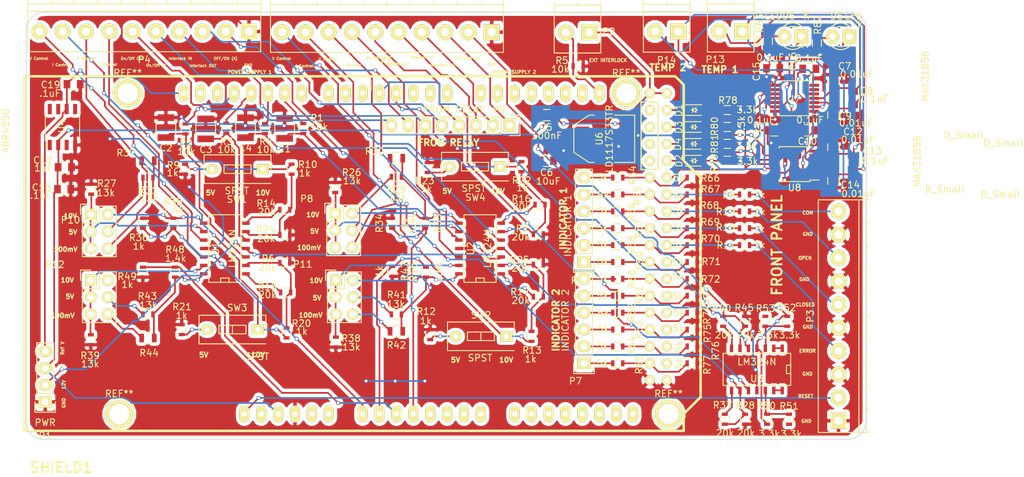
<source format=kicad_pcb>
(kicad_pcb (version 4) (host pcbnew 4.0.2-stable)
  (layers (0 F.Cu signal) (31 B.Cu signal) (34 B.Paste user hide) (35 F.Paste user hide) (36 B.SilkS user hide) (37 F.SilkS user) (38 B.Mask user hide) (39 F.Mask user hide) (44 Edge.Cuts user))
  (net 0 "")
  (net 1 I_OUT2)
  (net 2 GND)
  (net 3 V_OUT1)
  (net 4 I_OUT1)
  (net 5 V_OUT2)
  (net 6 +5V)
  (net 7 +3V3)
  (net 8 T1+)
  (net 9 T1-)
  (net 10 T2+)
  (net 11 T2-)
  (net 12 CS1)
  (net 13 CS1_3V3)
  (net 14 SDI)
  (net 15 SDI_3V3)
  (net 16 CS2)
  (net 17 CS2_3V3)
  (net 18 SCK)
  (net 19 SCK_3V3)
  (net 20 FAULT1)
  (net 21 "Net-(D5-Pad2)")
  (net 22 FAULT2)
  (net 23 "Net-(D6-Pad2)")
  (net 24 +12V)
  (net 25 EXTERNAL_INTERLOCK)
  (net 26 "Net-(P3-Pad4)")
  (net 27 RESET)
  (net 28 "Net-(P3-Pad8)")
  (net 29 "Net-(P3-Pad10)")
  (net 30 "ON/OFF(A)1_10V")
  (net 31 OPEN/CLOSE1_OUT)
  (net 32 OPEN/CLOSE1_IN)
  (net 33 "ON/OFF(P)1_OUT")
  (net 34 "ON/OFF(P)1_IN")
  (net 35 I_MONITOR1)
  (net 36 V_MONITOR1)
  (net 37 I_CONTROL1)
  (net 38 V_CONTROL1)
  (net 39 I_STATUS1_OUT)
  (net 40 V_STATUS1_OUT)
  (net 41 ARC_MONITOR1_OUT)
  (net 42 LOCAL/REMOTE1_OUT)
  (net 43 TRIP1_OUT)
  (net 44 HV_INDICATOR1_OUT)
  (net 45 "ON/OFF(A)2_10V")
  (net 46 OPEN/CLOSE2_OUT)
  (net 47 OPEN/CLOSE2_IN)
  (net 48 "ON/OFF(P)2_OUT")
  (net 49 "ON/OFF(P)2_IN")
  (net 50 I_MONITOR2)
  (net 51 V_MONITOR2)
  (net 52 I_CONTROL2)
  (net 53 V_CONTROL2)
  (net 54 I_STATUS2_OUT)
  (net 55 V_STATUS2_OUT)
  (net 56 ARC_MONITOR2_OUT)
  (net 57 LOCAL/REMOTE2_OUT)
  (net 58 TRIP2_OUT)
  (net 59 HV_INDICATOR2_OUT)
  (net 60 INTERLOCK1_CON)
  (net 61 INTERLOCK2_CON)
  (net 62 "ON/OFF(P)2_CON")
  (net 63 "ON/OFF(P)1_CON")
  (net 64 SDO)
  (net 65 I_PWM2)
  (net 66 V_PWM1)
  (net 67 I_PWM1)
  (net 68 V_PWM2)
  (net 69 "Net-(R15-Pad1)")
  (net 70 "Net-(R16-Pad1)")
  (net 71 COM)
  (net 72 "Net-(R9-Pad1)")
  (net 73 "Net-(R10-Pad2)")
  (net 74 ERROR)
  (net 75 "Net-(R12-Pad1)")
  (net 76 "Net-(R13-Pad2)")
  (net 77 "Net-(R14-Pad2)")
  (net 78 "Net-(R15-Pad2)")
  (net 79 "Net-(R16-Pad2)")
  (net 80 "Net-(R17-Pad2)")
  (net 81 CLOSED)
  (net 82 OPEN)
  (net 83 "Net-(R21-Pad1)")
  (net 84 "Net-(R23-Pad1)")
  (net 85 V_READING2)
  (net 86 V_READING1)
  (net 87 "Net-(R37-Pad2)")
  (net 88 "Net-(R45-Pad2)")
  (net 89 I_READING2)
  (net 90 I_READING1)
  (net 91 "Net-(R50-Pad2)")
  (net 92 "Net-(R51-Pad2)")
  (net 93 "Net-(R52-Pad2)")
  (net 94 "Net-(R53-Pad2)")
  (net 95 HV_INDICATOR1)
  (net 96 TRIP1)
  (net 97 LOCAL/REMOTE1)
  (net 98 ARC_MONITOR1)
  (net 99 V_STATUS1)
  (net 100 I_STATUS1)
  (net 101 HV_INDICATOR2)
  (net 102 TRIP2)
  (net 103 LOCAL/REMOTE2)
  (net 104 ARC_MONITOR2)
  (net 105 V_STATUS2)
  (net 106 I_STATUS2)
  (net 107 "Net-(SHIELD1-Pad14)")
  (net 108 "Net-(SHIELD1-Pad15)")
  (net 109 "Net-(SHIELD1-Pad16)")
  (net 110 "Net-(SHIELD1-Pad17)")
  (net 111 "Net-(SHIELD1-Pad18)")
  (net 112 "Net-(SHIELD1-Pad19)")
  (net 113 "Net-(SHIELD1-Pad20)")
  (net 114 "Net-(SHIELD1-PadAD15)")
  (net 115 "Net-(SHIELD1-PadAD14)")
  (net 116 "Net-(SHIELD1-PadAD13)")
  (net 117 "Net-(SHIELD1-PadAD12)")
  (net 118 "Net-(SHIELD1-PadAD8)")
  (net 119 "Net-(SHIELD1-PadAD7)")
  (net 120 "Net-(SHIELD1-PadAD6)")
  (net 121 "Net-(SHIELD1-PadAD9)")
  (net 122 "Net-(SHIELD1-PadAD10)")
  (net 123 "Net-(SHIELD1-PadAD11)")
  (net 124 "Net-(SHIELD1-PadAD5)")
  (net 125 "Net-(SHIELD1-PadAD4)")
  (net 126 "Net-(SHIELD1-PadV_IN)")
  (net 127 "Net-(SHIELD1-PadGND2)")
  (net 128 "Net-(SHIELD1-Pad3V3)")
  (net 129 "Net-(SHIELD1-Pad0)")
  (net 130 "Net-(SHIELD1-Pad1)")
  (net 131 "Net-(SHIELD1-Pad13)")
  (net 132 "Net-(SHIELD1-PadGND3)")
  (net 133 "ON/OFF(A)1")
  (net 134 "ON/OFF(A)2")
  (net 135 "Net-(U3-Pad1)")
  (net 136 "Net-(U3-Pad13)")
  (net 137 "Net-(U7-Pad6)")
  (net 138 "Net-(U7-Pad7)")
  (net 139 "Net-(U8-Pad6)")
  (net 140 "Net-(U8-Pad7)")
  (net 141 "Net-(SHIELD1-Pad41)")
  (net 142 "Net-(P8-Pad1)")
  (net 143 "Net-(P10-Pad1)")
  (net 144 "Net-(P11-Pad1)")
  (net 145 "Net-(P11-Pad2)")
  (net 146 "Net-(P12-Pad1)")
  (net 147 "Net-(P12-Pad2)")
  (net 148 "Net-(SHIELD1-Pad43)")
  (net 149 "Net-(SHIELD1-Pad45)")
  (net 150 "Net-(SHIELD1-Pad47)")
  (net 151 "Net-(SHIELD1-Pad49)")
  (net 152 "Net-(SHIELD1-Pad51)")
  (net 153 "Net-(SHIELD1-Pad53)")
  (net 154 "Net-(P3-Pad6)")
  (net 155 V_REF)
  (net 156 "Net-(SHIELD1-Pad5)")
  (net 157 "Net-(SHIELD1-Pad6)")
  (net 158 "Net-(SHIELD1-Pad7)")
  (net 159 "Net-(SHIELD1-Pad8)")
  (net 160 "Net-(SHIELD1-Pad2)")
  (net 161 "Net-(P8-Pad2)")
  (net 162 "Net-(P8-Pad4)")
  (net 163 "Net-(P8-Pad6)")
  (net 164 "Net-(P10-Pad2)")
  (net 165 "Net-(P10-Pad4)")
  (net 166 "Net-(P10-Pad6)")
  (net 167 "Net-(P11-Pad4)")
  (net 168 "Net-(P11-Pad6)")
  (net 169 "Net-(P12-Pad4)")
  (net 170 "Net-(P12-Pad6)")
  (net 171 "Net-(R43-Pad1)")
  (module arduino_shields:ARDUINO_MEGA_SHIELD (layer F.Cu) (at 37.084 112.014)
    (fp_text reference SHIELD1 (at 5.461 5.5245) (layer F.SilkS) (effects (font (thickness 0.3048))))
    (fp_text value ARDUINO_MEGA_SHIELD hide)
    (pad 14 thru_hole oval (at 68.58 -50.8 90) (size 2.54 1.524) (drill 0.8128) (layers *.Cu *.Mask F.SilkS) (net 107 "Net-(SHIELD1-Pad14)"))
    (pad 15 thru_hole oval (at 71.12 -50.8 90) (size 2.54 1.524) (drill 0.8128) (layers *.Cu *.Mask F.SilkS) (net 108 "Net-(SHIELD1-Pad15)"))
    (pad 16 thru_hole oval (at 73.66 -50.8 90) (size 2.54 1.524) (drill 0.8128) (layers *.Cu *.Mask F.SilkS) (net 109 "Net-(SHIELD1-Pad16)"))
    (pad 17 thru_hole oval (at 76.2 -50.8 90) (size 2.54 1.524) (drill 0.8128) (layers *.Cu *.Mask F.SilkS) (net 110 "Net-(SHIELD1-Pad17)"))
    (pad 18 thru_hole oval (at 78.74 -50.8 90) (size 2.54 1.524) (drill 0.8128) (layers *.Cu *.Mask F.SilkS) (net 111 "Net-(SHIELD1-Pad18)"))
    (pad 19 thru_hole oval (at 81.28 -50.8 90) (size 2.54 1.524) (drill 0.8128) (layers *.Cu *.Mask F.SilkS) (net 112 "Net-(SHIELD1-Pad19)"))
    (pad 20 thru_hole oval (at 83.82 -50.8 90) (size 2.54 1.524) (drill 0.8128) (layers *.Cu *.Mask F.SilkS) (net 113 "Net-(SHIELD1-Pad20)"))
    (pad 21 thru_hole oval (at 86.36 -50.8 90) (size 2.54 1.524) (drill 0.8128) (layers *.Cu *.Mask F.SilkS) (net 25 EXTERNAL_INTERLOCK))
    (pad AD15 thru_hole oval (at 91.44 -2.54 90) (size 2.54 1.524) (drill 0.8128) (layers *.Cu *.Mask F.SilkS) (net 114 "Net-(SHIELD1-PadAD15)"))
    (pad AD14 thru_hole oval (at 88.9 -2.54 90) (size 2.54 1.524) (drill 0.8128) (layers *.Cu *.Mask F.SilkS) (net 115 "Net-(SHIELD1-PadAD14)"))
    (pad AD13 thru_hole oval (at 86.36 -2.54 90) (size 2.54 1.524) (drill 0.8128) (layers *.Cu *.Mask F.SilkS) (net 116 "Net-(SHIELD1-PadAD13)"))
    (pad AD12 thru_hole oval (at 83.82 -2.54 90) (size 2.54 1.524) (drill 0.8128) (layers *.Cu *.Mask F.SilkS) (net 117 "Net-(SHIELD1-PadAD12)"))
    (pad AD8 thru_hole oval (at 73.66 -2.54 90) (size 2.54 1.524) (drill 0.8128) (layers *.Cu *.Mask F.SilkS) (net 118 "Net-(SHIELD1-PadAD8)"))
    (pad AD7 thru_hole oval (at 68.58 -2.54 90) (size 2.54 1.524) (drill 0.8128) (layers *.Cu *.Mask F.SilkS) (net 119 "Net-(SHIELD1-PadAD7)"))
    (pad AD6 thru_hole oval (at 66.04 -2.54 90) (size 2.54 1.524) (drill 0.8128) (layers *.Cu *.Mask F.SilkS) (net 120 "Net-(SHIELD1-PadAD6)"))
    (pad AD9 thru_hole oval (at 76.2 -2.54 90) (size 2.54 1.524) (drill 0.8128) (layers *.Cu *.Mask F.SilkS) (net 121 "Net-(SHIELD1-PadAD9)"))
    (pad AD10 thru_hole oval (at 78.74 -2.54 90) (size 2.54 1.524) (drill 0.8128) (layers *.Cu *.Mask F.SilkS) (net 122 "Net-(SHIELD1-PadAD10)"))
    (pad AD11 thru_hole oval (at 81.28 -2.54 90) (size 2.54 1.524) (drill 0.8128) (layers *.Cu *.Mask F.SilkS) (net 123 "Net-(SHIELD1-PadAD11)"))
    (pad AD5 thru_hole oval (at 63.5 -2.54 90) (size 2.54 1.524) (drill 0.8128) (layers *.Cu *.Mask F.SilkS) (net 124 "Net-(SHIELD1-PadAD5)"))
    (pad AD4 thru_hole oval (at 60.96 -2.54 90) (size 2.54 1.524) (drill 0.8128) (layers *.Cu *.Mask F.SilkS) (net 125 "Net-(SHIELD1-PadAD4)"))
    (pad AD3 thru_hole oval (at 58.42 -2.54 90) (size 2.54 1.524) (drill 0.8128) (layers *.Cu *.Mask F.SilkS) (net 85 V_READING2))
    (pad AD0 thru_hole oval (at 50.8 -2.54 90) (size 2.54 1.524) (drill 0.8128) (layers *.Cu *.Mask F.SilkS) (net 86 V_READING1))
    (pad AD1 thru_hole oval (at 53.34 -2.54 90) (size 2.54 1.524) (drill 0.8128) (layers *.Cu *.Mask F.SilkS) (net 89 I_READING2))
    (pad AD2 thru_hole oval (at 55.88 -2.54 90) (size 2.54 1.524) (drill 0.8128) (layers *.Cu *.Mask F.SilkS) (net 90 I_READING1))
    (pad V_IN thru_hole oval (at 45.72 -2.54 90) (size 2.54 1.524) (drill 0.8128) (layers *.Cu *.Mask F.SilkS) (net 126 "Net-(SHIELD1-PadV_IN)"))
    (pad GND2 thru_hole oval (at 43.18 -2.54 90) (size 2.54 1.524) (drill 0.8128) (layers *.Cu *.Mask F.SilkS) (net 127 "Net-(SHIELD1-PadGND2)"))
    (pad GND1 thru_hole oval (at 40.64 -2.54 90) (size 2.54 1.524) (drill 0.8128) (layers *.Cu *.Mask F.SilkS) (net 2 GND))
    (pad 3V3 thru_hole oval (at 35.56 -2.54 90) (size 2.54 1.524) (drill 0.8128) (layers *.Cu *.Mask F.SilkS) (net 128 "Net-(SHIELD1-Pad3V3)"))
    (pad RST thru_hole oval (at 33.02 -2.54 90) (size 2.54 1.524) (drill 0.8128) (layers *.Cu *.Mask F.SilkS) (net 27 RESET))
    (pad 0 thru_hole oval (at 63.5 -50.8 90) (size 2.54 1.524) (drill 0.8128) (layers *.Cu *.Mask F.SilkS) (net 129 "Net-(SHIELD1-Pad0)"))
    (pad 1 thru_hole oval (at 60.96 -50.8 90) (size 2.54 1.524) (drill 0.8128) (layers *.Cu *.Mask F.SilkS) (net 130 "Net-(SHIELD1-Pad1)"))
    (pad 2 thru_hole oval (at 58.42 -50.8 90) (size 2.54 1.524) (drill 0.8128) (layers *.Cu *.Mask F.SilkS) (net 160 "Net-(SHIELD1-Pad2)"))
    (pad 3 thru_hole oval (at 55.88 -50.8 90) (size 2.54 1.524) (drill 0.8128) (layers *.Cu *.Mask F.SilkS) (net 134 "ON/OFF(A)2"))
    (pad 4 thru_hole oval (at 53.34 -50.8 90) (size 2.54 1.524) (drill 0.8128) (layers *.Cu *.Mask F.SilkS) (net 133 "ON/OFF(A)1"))
    (pad 5 thru_hole oval (at 50.8 -50.8 90) (size 2.54 1.524) (drill 0.8128) (layers *.Cu *.Mask F.SilkS) (net 156 "Net-(SHIELD1-Pad5)"))
    (pad 6 thru_hole oval (at 48.26 -50.8 90) (size 2.54 1.524) (drill 0.8128) (layers *.Cu *.Mask F.SilkS) (net 157 "Net-(SHIELD1-Pad6)"))
    (pad 7 thru_hole oval (at 45.72 -50.8 90) (size 2.54 1.524) (drill 0.8128) (layers *.Cu *.Mask F.SilkS) (net 158 "Net-(SHIELD1-Pad7)"))
    (pad 8 thru_hole oval (at 41.656 -50.8 90) (size 2.54 1.524) (drill 0.8128) (layers *.Cu *.Mask F.SilkS) (net 159 "Net-(SHIELD1-Pad8)"))
    (pad 9 thru_hole oval (at 39.116 -50.8 90) (size 2.54 1.524) (drill 0.8128) (layers *.Cu *.Mask F.SilkS) (net 65 I_PWM2))
    (pad 10 thru_hole oval (at 36.576 -50.8 90) (size 2.54 1.524) (drill 0.8128) (layers *.Cu *.Mask F.SilkS) (net 68 V_PWM2))
    (pad 11 thru_hole oval (at 34.036 -50.8 90) (size 2.54 1.524) (drill 0.8128) (layers *.Cu *.Mask F.SilkS) (net 67 I_PWM1))
    (pad 12 thru_hole oval (at 31.496 -50.8 90) (size 2.54 1.524) (drill 0.8128) (layers *.Cu *.Mask F.SilkS) (net 66 V_PWM1))
    (pad 13 thru_hole oval (at 28.956 -50.8 90) (size 2.54 1.524) (drill 0.8128) (layers *.Cu *.Mask F.SilkS) (net 131 "Net-(SHIELD1-Pad13)"))
    (pad GND3 thru_hole oval (at 26.416 -50.8 90) (size 2.54 1.524) (drill 0.8128) (layers *.Cu *.Mask F.SilkS) (net 132 "Net-(SHIELD1-PadGND3)"))
    (pad AREF thru_hole oval (at 23.876 -50.8 90) (size 2.54 1.524) (drill 0.8128) (layers *.Cu *.Mask F.SilkS) (net 155 V_REF))
    (pad 5V thru_hole oval (at 38.1 -2.54 90) (size 2.54 1.524) (drill 0.8128) (layers *.Cu *.Mask F.SilkS) (net 6 +5V))
    (pad 22 thru_hole circle (at 93.98 -48.26) (size 1.524 1.524) (drill 0.8128) (layers *.Cu *.Mask F.SilkS) (net 60 INTERLOCK1_CON))
    (pad 23 thru_hole circle (at 96.52 -48.26) (size 1.524 1.524) (drill 0.8128) (layers *.Cu *.Mask F.SilkS) (net 12 CS1))
    (pad 24 thru_hole circle (at 93.98 -45.72) (size 1.524 1.524) (drill 0.8128) (layers *.Cu *.Mask F.SilkS) (net 61 INTERLOCK2_CON))
    (pad 25 thru_hole circle (at 96.52 -45.72) (size 1.524 1.524) (drill 0.8128) (layers *.Cu *.Mask F.SilkS) (net 16 CS2))
    (pad 26 thru_hole circle (at 93.98 -43.18) (size 1.524 1.524) (drill 0.8128) (layers *.Cu *.Mask F.SilkS) (net 63 "ON/OFF(P)1_CON"))
    (pad 27 thru_hole circle (at 96.52 -43.18) (size 1.524 1.524) (drill 0.8128) (layers *.Cu *.Mask F.SilkS) (net 18 SCK))
    (pad 28 thru_hole circle (at 93.98 -40.64) (size 1.524 1.524) (drill 0.8128) (layers *.Cu *.Mask F.SilkS) (net 62 "ON/OFF(P)2_CON"))
    (pad 29 thru_hole circle (at 96.52 -40.64) (size 1.524 1.524) (drill 0.8128) (layers *.Cu *.Mask F.SilkS) (net 14 SDI))
    (pad 5V_4 thru_hole circle (at 93.98 -50.8) (size 1.524 1.524) (drill 0.8128) (layers *.Cu *.Mask F.SilkS) (net 6 +5V))
    (pad 5V_5 thru_hole circle (at 96.52 -50.8) (size 1.524 1.524) (drill 0.8128) (layers *.Cu *.Mask F.SilkS) (net 6 +5V))
    (pad 31 thru_hole circle (at 96.52 -38.1) (size 1.524 1.524) (drill 0.8128) (layers *.Cu *.Mask F.SilkS) (net 64 SDO))
    (pad 30 thru_hole circle (at 93.98 -38.1) (size 1.524 1.524) (drill 0.8128) (layers *.Cu *.Mask F.SilkS) (net 95 HV_INDICATOR1))
    (pad 32 thru_hole circle (at 93.98 -35.56) (size 1.524 1.524) (drill 0.8128) (layers *.Cu *.Mask F.SilkS) (net 96 TRIP1))
    (pad 33 thru_hole circle (at 96.52 -35.56) (size 1.524 1.524) (drill 0.8128) (layers *.Cu *.Mask F.SilkS) (net 71 COM))
    (pad 34 thru_hole circle (at 93.98 -33.02) (size 1.524 1.524) (drill 0.8128) (layers *.Cu *.Mask F.SilkS) (net 97 LOCAL/REMOTE1))
    (pad 35 thru_hole circle (at 96.52 -33.02) (size 1.524 1.524) (drill 0.8128) (layers *.Cu *.Mask F.SilkS) (net 82 OPEN))
    (pad 36 thru_hole circle (at 93.98 -30.48) (size 1.524 1.524) (drill 0.8128) (layers *.Cu *.Mask F.SilkS) (net 98 ARC_MONITOR1))
    (pad 37 thru_hole circle (at 96.52 -30.48) (size 1.524 1.524) (drill 0.8128) (layers *.Cu *.Mask F.SilkS) (net 81 CLOSED))
    (pad 38 thru_hole circle (at 93.98 -27.94) (size 1.524 1.524) (drill 0.8128) (layers *.Cu *.Mask F.SilkS) (net 99 V_STATUS1))
    (pad 39 thru_hole circle (at 96.52 -27.94) (size 1.524 1.524) (drill 0.8128) (layers *.Cu *.Mask F.SilkS) (net 74 ERROR))
    (pad 40 thru_hole circle (at 93.98 -25.4) (size 1.524 1.524) (drill 0.8128) (layers *.Cu *.Mask F.SilkS) (net 100 I_STATUS1))
    (pad 41 thru_hole circle (at 96.52 -25.4) (size 1.524 1.524) (drill 0.8128) (layers *.Cu *.Mask F.SilkS) (net 141 "Net-(SHIELD1-Pad41)"))
    (pad 42 thru_hole circle (at 93.98 -22.86) (size 1.524 1.524) (drill 0.8128) (layers *.Cu *.Mask F.SilkS) (net 101 HV_INDICATOR2))
    (pad 43 thru_hole circle (at 96.52 -22.86) (size 1.524 1.524) (drill 0.8128) (layers *.Cu *.Mask F.SilkS) (net 148 "Net-(SHIELD1-Pad43)"))
    (pad 44 thru_hole circle (at 93.98 -20.32) (size 1.524 1.524) (drill 0.8128) (layers *.Cu *.Mask F.SilkS) (net 102 TRIP2))
    (pad 45 thru_hole circle (at 96.52 -20.32) (size 1.524 1.524) (drill 0.8128) (layers *.Cu *.Mask F.SilkS) (net 149 "Net-(SHIELD1-Pad45)"))
    (pad 46 thru_hole circle (at 93.98 -17.78) (size 1.524 1.524) (drill 0.8128) (layers *.Cu *.Mask F.SilkS) (net 103 LOCAL/REMOTE2))
    (pad 47 thru_hole circle (at 96.52 -17.78) (size 1.524 1.524) (drill 0.8128) (layers *.Cu *.Mask F.SilkS) (net 150 "Net-(SHIELD1-Pad47)"))
    (pad 48 thru_hole circle (at 93.98 -15.24) (size 1.524 1.524) (drill 0.8128) (layers *.Cu *.Mask F.SilkS) (net 104 ARC_MONITOR2))
    (pad 49 thru_hole circle (at 96.52 -15.24) (size 1.524 1.524) (drill 0.8128) (layers *.Cu *.Mask F.SilkS) (net 151 "Net-(SHIELD1-Pad49)"))
    (pad 50 thru_hole circle (at 93.98 -12.7) (size 1.524 1.524) (drill 0.8128) (layers *.Cu *.Mask F.SilkS) (net 105 V_STATUS2))
    (pad 51 thru_hole circle (at 96.52 -12.7) (size 1.524 1.524) (drill 0.8128) (layers *.Cu *.Mask F.SilkS) (net 152 "Net-(SHIELD1-Pad51)"))
    (pad 52 thru_hole circle (at 93.98 -10.16) (size 1.524 1.524) (drill 0.8128) (layers *.Cu *.Mask F.SilkS) (net 106 I_STATUS2))
    (pad 53 thru_hole circle (at 96.52 -10.16) (size 1.524 1.524) (drill 0.8128) (layers *.Cu *.Mask F.SilkS) (net 153 "Net-(SHIELD1-Pad53)"))
    (pad GND4 thru_hole circle (at 93.98 -7.62) (size 1.524 1.524) (drill 0.8128) (layers *.Cu *.Mask F.SilkS) (net 2 GND))
    (pad GND5 thru_hole circle (at 96.52 -7.62) (size 1.524 1.524) (drill 0.8128) (layers *.Cu *.Mask F.SilkS) (net 2 GND))
  )
  (module LEDs:LED-3MM (layer F.Cu) (at 161.0495 52.6918 180)
    (fp_text reference D5 (at 1.91 3.06 180) (layer F.SilkS))
    (fp_text value LED (at -0.6385 3.0948 180) (layer F.SilkS))
    (fp_text user K (at -1.69 1.74 180) (layer F.SilkS))
    (pad 1 thru_hole rect (at 0 0 270) (size 2 2) (drill 1.00076) (layers *.Cu *.Mask F.SilkS) (net 20 FAULT1))
    (pad 2 thru_hole circle (at 2.54 0 180) (size 2 2) (drill 1.00076) (layers *.Cu *.Mask F.SilkS) (net 21 "Net-(D5-Pad2)"))
  )
  (module LEDs:LED-3MM (layer F.Cu) (at 153.8359 52.6664 180)
    (fp_text reference D6 (at 1.91 3.06 180) (layer F.SilkS))
    (fp_text value LED (at 4.1979 3.0694 180) (layer F.SilkS))
    (fp_text user K (at -0.7521 3.0694 180) (layer F.SilkS))
    (pad 1 thru_hole rect (at 0 0 270) (size 2 2) (drill 1.00076) (layers *.Cu *.Mask F.SilkS) (net 22 FAULT2))
    (pad 2 thru_hole circle (at 2.54 0 180) (size 2 2) (drill 1.00076) (layers *.Cu *.Mask F.SilkS) (net 23 "Net-(D6-Pad2)"))
  )
  (module Diodes_SMD:SOD-323 (layer F.Cu) (at 137.745 63.7535)
    (fp_text reference D1 (at -2.357 0.0435 270) (layer F.SilkS))
    (fp_text value D_Small (at 37.643 11.8935) (layer F.SilkS))
    (pad 1 smd rect (at -1.055 0) (size 0.59 0.45) (layers F.Cu F.Paste F.Mask) (net 12 CS1))
    (pad 2 smd rect (at 1.055 0) (size 0.59 0.45) (layers F.Cu F.Paste F.Mask) (net 13 CS1_3V3))
  )
  (module Diodes_SMD:SOD-323 (layer F.Cu) (at 137.6815 71.3735)
    (fp_text reference D2 (at -2.2435 0.0235 90) (layer F.SilkS))
    (fp_text value D_Small (at 46.5065 -2.6765) (layer F.SilkS))
    (pad 1 smd rect (at -1.055 0) (size 0.59 0.45) (layers F.Cu F.Paste F.Mask) (net 14 SDI))
    (pad 2 smd rect (at 1.055 0) (size 0.59 0.45) (layers F.Cu F.Paste F.Mask) (net 15 SDI_3V3))
  )
  (module Diodes_SMD:SOD-323 (layer F.Cu) (at 137.6815 66.2935)
    (fp_text reference D3 (at -2.2935 0.0535 90) (layer F.SilkS))
    (fp_text value D_Small (at 46.0565 10.1535) (layer F.SilkS))
    (pad 1 smd rect (at -1.055 0) (size 0.59 0.45) (layers F.Cu F.Paste F.Mask) (net 16 CS2))
    (pad 2 smd rect (at 1.055 0) (size 0.59 0.45) (layers F.Cu F.Paste F.Mask) (net 17 CS2_3V3))
  )
  (module Diodes_SMD:SOD-323 (layer F.Cu) (at 137.6815 68.8335)
    (fp_text reference D4 (at -2.4435 0.0635 90) (layer F.SilkS))
    (fp_text value D_Small (at 40.5565 -1.2865) (layer F.SilkS))
    (pad 1 smd rect (at -1.055 0) (size 0.59 0.45) (layers F.Cu F.Paste F.Mask) (net 18 SCK))
    (pad 2 smd rect (at 1.055 0) (size 0.59 0.45) (layers F.Cu F.Paste F.Mask) (net 19 SCK_3V3))
  )
  (module Pin_Headers:Pin_Header_Straight_1x04 (layer F.Cu) (at 40.1836 107.6574 180)
    (fp_text reference P1 (at 0 -5.1 180) (layer F.SilkS))
    (fp_text value PWR (at 0 -3.1 180) (layer F.SilkS))
    (pad 1 thru_hole rect (at 0 0 180) (size 2.032 1.7272) (drill 1.016) (layers *.Cu *.Mask F.SilkS) (net 2 GND))
    (pad 2 thru_hole oval (at 0 2.54 180) (size 2.032 1.7272) (drill 1.016) (layers *.Cu *.Mask F.SilkS) (net 24 +12V))
    (pad 3 thru_hole oval (at 0 5.08 180) (size 2.032 1.7272) (drill 1.016) (layers *.Cu *.Mask F.SilkS) (net 6 +5V))
    (pad 4 thru_hole oval (at 0 7.62 180) (size 2.032 1.7272) (drill 1.016) (layers *.Cu *.Mask F.SilkS) (net 155 V_REF))
  )
  (module Pin_Headers:Pin_Header_Straight_1x06 (layer F.Cu) (at 121.158 86.614 180)
    (fp_text reference P5 (at 1.016 -2.794 180) (layer F.SilkS))
    (fp_text value "INDICATOR 1" (at 2.413 5.461 270) (layer F.SilkS))
    (pad 1 thru_hole rect (at 0 0 180) (size 2.032 1.7272) (drill 1.016) (layers *.Cu *.Mask F.SilkS) (net 39 I_STATUS1_OUT))
    (pad 2 thru_hole oval (at 0 2.54 180) (size 2.032 1.7272) (drill 1.016) (layers *.Cu *.Mask F.SilkS) (net 40 V_STATUS1_OUT))
    (pad 3 thru_hole oval (at 0 5.08 180) (size 2.032 1.7272) (drill 1.016) (layers *.Cu *.Mask F.SilkS) (net 41 ARC_MONITOR1_OUT))
    (pad 4 thru_hole oval (at 0 7.62 180) (size 2.032 1.7272) (drill 1.016) (layers *.Cu *.Mask F.SilkS) (net 42 LOCAL/REMOTE1_OUT))
    (pad 5 thru_hole oval (at 0 10.16 180) (size 2.032 1.7272) (drill 1.016) (layers *.Cu *.Mask F.SilkS) (net 43 TRIP1_OUT))
    (pad 6 thru_hole oval (at 0 12.7 180) (size 2.032 1.7272) (drill 1.016) (layers *.Cu *.Mask F.SilkS) (net 44 HV_INDICATOR1_OUT))
  )
  (module Pin_Headers:Pin_Header_Straight_1x06 (layer F.Cu) (at 121.158 101.854 180)
    (fp_text reference P7 (at 1.27 -2.667 180) (layer F.SilkS))
    (fp_text value "INDICATOR 2" (at 2.794 6.477 270) (layer F.SilkS))
    (pad 1 thru_hole rect (at 0 0 180) (size 2.032 1.7272) (drill 1.016) (layers *.Cu *.Mask F.SilkS) (net 54 I_STATUS2_OUT))
    (pad 2 thru_hole oval (at 0 2.54 180) (size 2.032 1.7272) (drill 1.016) (layers *.Cu *.Mask F.SilkS) (net 55 V_STATUS2_OUT))
    (pad 3 thru_hole oval (at 0 5.08 180) (size 2.032 1.7272) (drill 1.016) (layers *.Cu *.Mask F.SilkS) (net 56 ARC_MONITOR2_OUT))
    (pad 4 thru_hole oval (at 0 7.62 180) (size 2.032 1.7272) (drill 1.016) (layers *.Cu *.Mask F.SilkS) (net 57 LOCAL/REMOTE2_OUT))
    (pad 5 thru_hole oval (at 0 10.16 180) (size 2.032 1.7272) (drill 1.016) (layers *.Cu *.Mask F.SilkS) (net 58 TRIP2_OUT))
    (pad 6 thru_hole oval (at 0 12.7 180) (size 2.032 1.7272) (drill 1.016) (layers *.Cu *.Mask F.SilkS) (net 59 HV_INDICATOR2_OUT))
  )
  (module Pin_Headers:Pin_Header_Straight_1x08 (layer F.Cu) (at 109.982 66.04 270)
    (fp_text reference P9 (at -2.343 1.594 360) (layer F.SilkS))
    (fp_text value "FROM RELAY" (at -2.413 8.382 360) (layer F.SilkS))
    (pad 1 thru_hole rect (at 0 0 270) (size 2.032 1.7272) (drill 1.016) (layers *.Cu *.Mask F.SilkS) (net 46 OPEN/CLOSE2_OUT))
    (pad 2 thru_hole oval (at 0 2.54 270) (size 2.032 1.7272) (drill 1.016) (layers *.Cu *.Mask F.SilkS) (net 47 OPEN/CLOSE2_IN))
    (pad 3 thru_hole oval (at 0 5.08 270) (size 2.032 1.7272) (drill 1.016) (layers *.Cu *.Mask F.SilkS) (net 48 "ON/OFF(P)2_OUT"))
    (pad 4 thru_hole oval (at 0 7.62 270) (size 2.032 1.7272) (drill 1.016) (layers *.Cu *.Mask F.SilkS) (net 49 "ON/OFF(P)2_IN"))
    (pad 5 thru_hole oval (at 0 10.16 270) (size 2.032 1.7272) (drill 1.016) (layers *.Cu *.Mask F.SilkS) (net 31 OPEN/CLOSE1_OUT))
    (pad 6 thru_hole oval (at 0 12.7 270) (size 2.032 1.7272) (drill 1.016) (layers *.Cu *.Mask F.SilkS) (net 32 OPEN/CLOSE1_IN))
    (pad 7 thru_hole oval (at 0 15.24 270) (size 2.032 1.7272) (drill 1.016) (layers *.Cu *.Mask F.SilkS) (net 33 "ON/OFF(P)1_OUT"))
    (pad 8 thru_hole oval (at 0 17.78 270) (size 2.032 1.7272) (drill 1.016) (layers *.Cu *.Mask F.SilkS) (net 34 "ON/OFF(P)1_IN"))
  )
  (module Buttons_Switches_ThroughHole:SW_DIP_x1_Slide (layer F.Cu) (at 72.898 72.644 90)
    (fp_text reference SW1 (at -4.553 -3.91 180) (layer F.SilkS))
    (fp_text value SPST (at -3.253 -3.91 180) (layer F.SilkS))
    (pad 1 thru_hole rect (at 0 0 90) (size 1.524 1.824) (drill 0.762) (layers *.Cu *.Mask F.SilkS) (net 37 I_CONTROL1))
    (pad 2 thru_hole oval (at 0 -7.62 90) (size 1.524 1.824) (drill 0.762) (layers *.Cu *.Mask F.SilkS) (net 72 "Net-(R9-Pad1)"))
  )
  (module Buttons_Switches_ThroughHole:SW_DIP_x1_Slide (layer F.Cu) (at 109.474 97.79 90)
    (fp_text reference SW2 (at 3.193 -3.786 180) (layer F.SilkS))
    (fp_text value SPST (at -3.257 -3.936 180) (layer F.SilkS))
    (pad 1 thru_hole rect (at 0 0 90) (size 1.524 1.824) (drill 0.762) (layers *.Cu *.Mask F.SilkS) (net 52 I_CONTROL2))
    (pad 2 thru_hole oval (at 0 -7.62 90) (size 1.524 1.824) (drill 0.762) (layers *.Cu *.Mask F.SilkS) (net 75 "Net-(R12-Pad1)"))
  )
  (module Buttons_Switches_ThroughHole:SW_DIP_x1_Slide (layer F.Cu) (at 72.136 96.774 90)
    (fp_text reference SW3 (at 3.277 -3.098 180) (layer F.SilkS))
    (fp_text value SPST (at -4.064 -0.127 180) (layer F.SilkS))
    (pad 1 thru_hole rect (at 0 0 90) (size 1.524 1.824) (drill 0.762) (layers *.Cu *.Mask F.SilkS) (net 38 V_CONTROL1))
    (pad 2 thru_hole oval (at 0 -7.62 90) (size 1.524 1.824) (drill 0.762) (layers *.Cu *.Mask F.SilkS) (net 83 "Net-(R21-Pad1)"))
  )
  (module Buttons_Switches_ThroughHole:SW_DIP_x1_Slide (layer F.Cu) (at 108.585 72.263 90)
    (fp_text reference SW4 (at -4.634 -3.747 180) (layer F.SilkS))
    (fp_text value SPST (at -3.284 -3.997 180) (layer F.SilkS))
    (pad 1 thru_hole rect (at 0 0 90) (size 1.524 1.824) (drill 0.762) (layers *.Cu *.Mask F.SilkS) (net 53 V_CONTROL2))
    (pad 2 thru_hole oval (at 0 -7.62 90) (size 1.524 1.824) (drill 0.762) (layers *.Cu *.Mask F.SilkS) (net 84 "Net-(R23-Pad1)"))
  )
  (module SMD_Packages:SOIC-14_N (layer F.Cu) (at 67.056 84.582 90)
    (fp_text reference U1 (at 0 -1.27 90) (layer F.SilkS))
    (fp_text value LM324N (at 0 1.27 90) (layer F.SilkS))
    (pad 1 smd rect (at -3.81 3.302 90) (size 0.508 1.143) (layers F.Cu F.Paste F.Mask) (net 78 "Net-(R15-Pad2)"))
    (pad 2 smd rect (at -2.54 3.302 90) (size 0.508 1.143) (layers F.Cu F.Paste F.Mask) (net 69 "Net-(R15-Pad1)"))
    (pad 3 smd rect (at -1.27 3.302 90) (size 0.508 1.143) (layers F.Cu F.Paste F.Mask) (net 3 V_OUT1))
    (pad 4 smd rect (at 0 3.302 90) (size 0.508 1.143) (layers F.Cu F.Paste F.Mask) (net 24 +12V))
    (pad 5 smd rect (at 1.27 3.302 90) (size 0.508 1.143) (layers F.Cu F.Paste F.Mask) (net 4 I_OUT1))
    (pad 6 smd rect (at 2.54 3.302 90) (size 0.508 1.143) (layers F.Cu F.Paste F.Mask) (net 73 "Net-(R10-Pad2)"))
    (pad 7 smd rect (at 3.81 3.302 90) (size 0.508 1.143) (layers F.Cu F.Paste F.Mask) (net 77 "Net-(R14-Pad2)"))
    (pad 8 smd rect (at 3.81 -3.048 90) (size 0.508 1.143) (layers F.Cu F.Paste F.Mask) (net 164 "Net-(P10-Pad2)"))
    (pad 9 smd rect (at 2.54 -3.048 90) (size 0.508 1.143) (layers F.Cu F.Paste F.Mask) (net 143 "Net-(P10-Pad1)"))
    (pad 11 smd rect (at 0 -3.048 90) (size 0.508 1.143) (layers F.Cu F.Paste F.Mask) (net 2 GND))
    (pad 12 smd rect (at -1.27 -3.048 90) (size 0.508 1.143) (layers F.Cu F.Paste F.Mask) (net 35 I_MONITOR1))
    (pad 13 smd rect (at -2.54 -3.048 90) (size 0.508 1.143) (layers F.Cu F.Paste F.Mask) (net 146 "Net-(P12-Pad1)"))
    (pad 14 smd rect (at -3.81 -3.048 90) (size 0.508 1.143) (layers F.Cu F.Paste F.Mask) (net 171 "Net-(R43-Pad1)"))
    (pad 10 smd rect (at 1.27 -3.048 90) (size 0.508 1.143) (layers F.Cu F.Paste F.Mask) (net 36 V_MONITOR1))
  )
  (module SMD_Packages:SOIC-14_N (layer F.Cu) (at 105.41 84.582 90)
    (fp_text reference U2 (at 0 -1.27 90) (layer F.SilkS))
    (fp_text value LM324N (at 0 1.27 90) (layer F.SilkS))
    (pad 1 smd rect (at -3.81 3.302 90) (size 0.508 1.143) (layers F.Cu F.Paste F.Mask) (net 80 "Net-(R17-Pad2)"))
    (pad 2 smd rect (at -2.54 3.302 90) (size 0.508 1.143) (layers F.Cu F.Paste F.Mask) (net 76 "Net-(R13-Pad2)"))
    (pad 3 smd rect (at -1.27 3.302 90) (size 0.508 1.143) (layers F.Cu F.Paste F.Mask) (net 1 I_OUT2))
    (pad 4 smd rect (at 0 3.302 90) (size 0.508 1.143) (layers F.Cu F.Paste F.Mask) (net 24 +12V))
    (pad 5 smd rect (at 1.27 3.302 90) (size 0.508 1.143) (layers F.Cu F.Paste F.Mask) (net 5 V_OUT2))
    (pad 6 smd rect (at 2.54 3.302 90) (size 0.508 1.143) (layers F.Cu F.Paste F.Mask) (net 70 "Net-(R16-Pad1)"))
    (pad 7 smd rect (at 3.81 3.302 90) (size 0.508 1.143) (layers F.Cu F.Paste F.Mask) (net 79 "Net-(R16-Pad2)"))
    (pad 8 smd rect (at 3.81 -3.048 90) (size 0.508 1.143) (layers F.Cu F.Paste F.Mask) (net 161 "Net-(P8-Pad2)"))
    (pad 9 smd rect (at 2.54 -3.048 90) (size 0.508 1.143) (layers F.Cu F.Paste F.Mask) (net 142 "Net-(P8-Pad1)"))
    (pad 11 smd rect (at 0 -3.048 90) (size 0.508 1.143) (layers F.Cu F.Paste F.Mask) (net 2 GND))
    (pad 12 smd rect (at -1.27 -3.048 90) (size 0.508 1.143) (layers F.Cu F.Paste F.Mask) (net 50 I_MONITOR2))
    (pad 13 smd rect (at -2.54 -3.048 90) (size 0.508 1.143) (layers F.Cu F.Paste F.Mask) (net 144 "Net-(P11-Pad1)"))
    (pad 14 smd rect (at -3.81 -3.048 90) (size 0.508 1.143) (layers F.Cu F.Paste F.Mask) (net 145 "Net-(P11-Pad2)"))
    (pad 10 smd rect (at 1.27 -3.048 90) (size 0.508 1.143) (layers F.Cu F.Paste F.Mask) (net 51 V_MONITOR2))
  )
  (module SMD_Packages:SOIC-14_N (layer F.Cu) (at 147.1422 102.8954 180)
    (fp_text reference U3 (at 0 -1.27 180) (layer F.SilkS))
    (fp_text value LM324N (at 0 1.27 180) (layer F.SilkS))
    (pad 1 smd rect (at -3.81 3.302 180) (size 0.508 1.143) (layers F.Cu F.Paste F.Mask) (net 135 "Net-(U3-Pad1)"))
    (pad 2 smd rect (at -2.54 3.302 180) (size 0.508 1.143) (layers F.Cu F.Paste F.Mask) (net 135 "Net-(U3-Pad1)"))
    (pad 3 smd rect (at -1.27 3.302 180) (size 0.508 1.143) (layers F.Cu F.Paste F.Mask) (net 93 "Net-(R52-Pad2)"))
    (pad 4 smd rect (at 0 3.302 180) (size 0.508 1.143) (layers F.Cu F.Paste F.Mask) (net 24 +12V))
    (pad 5 smd rect (at 1.27 3.302 180) (size 0.508 1.143) (layers F.Cu F.Paste F.Mask) (net 134 "ON/OFF(A)2"))
    (pad 6 smd rect (at 2.54 3.302 180) (size 0.508 1.143) (layers F.Cu F.Paste F.Mask) (net 45 "ON/OFF(A)2_10V"))
    (pad 7 smd rect (at 3.81 3.302 180) (size 0.508 1.143) (layers F.Cu F.Paste F.Mask) (net 88 "Net-(R45-Pad2)"))
    (pad 8 smd rect (at 3.81 -3.048 180) (size 0.508 1.143) (layers F.Cu F.Paste F.Mask) (net 87 "Net-(R37-Pad2)"))
    (pad 9 smd rect (at 2.54 -3.048 180) (size 0.508 1.143) (layers F.Cu F.Paste F.Mask) (net 30 "ON/OFF(A)1_10V"))
    (pad 11 smd rect (at 0 -3.048 180) (size 0.508 1.143) (layers F.Cu F.Paste F.Mask) (net 2 GND))
    (pad 12 smd rect (at -1.27 -3.048 180) (size 0.508 1.143) (layers F.Cu F.Paste F.Mask) (net 91 "Net-(R50-Pad2)"))
    (pad 13 smd rect (at -2.54 -3.048 180) (size 0.508 1.143) (layers F.Cu F.Paste F.Mask) (net 136 "Net-(U3-Pad13)"))
    (pad 14 smd rect (at -3.81 -3.048 180) (size 0.508 1.143) (layers F.Cu F.Paste F.Mask) (net 136 "Net-(U3-Pad13)"))
    (pad 10 smd rect (at 1.27 -3.048 180) (size 0.508 1.143) (layers F.Cu F.Paste F.Mask) (net 133 "ON/OFF(A)1"))
  )
  (module TO_SOT_Packages_SMD:SOT-223 (layer F.Cu) (at 124.206 68.072 90)
    (fp_text reference U6 (at 0 -0.762 90) (layer F.SilkS))
    (fp_text value LD1117S33TR (at 0 0.762 90) (layer F.SilkS))
    (pad 4 smd rect (at 0 -3.302 90) (size 3.6576 2.032) (layers F.Cu F.Paste F.Mask))
    (pad 2 smd rect (at 0 3.302 90) (size 1.016 2.032) (layers F.Cu F.Paste F.Mask) (net 7 +3V3))
    (pad 3 smd rect (at 2.286 3.302 90) (size 1.016 2.032) (layers F.Cu F.Paste F.Mask) (net 6 +5V))
    (pad 1 smd rect (at -2.286 3.302 90) (size 1.016 2.032) (layers F.Cu F.Paste F.Mask) (net 2 GND))
  )
  (module Housings_SSOP:TSSOP-14_4.4x5mm_Pitch0.65mm (layer F.Cu) (at 152.8064 61.976 180)
    (fp_text reference U7 (at 0.1184 -0.121 180) (layer F.SilkS))
    (fp_text value MAX31856 (at -19.6316 3.329 270) (layer F.SilkS))
    (pad 1 smd rect (at -2.95 -1.95 180) (size 1.45 0.45) (layers F.Cu F.Paste F.Mask) (net 2 GND))
    (pad 2 smd rect (at -2.95 -1.3 180) (size 1.45 0.45) (layers F.Cu F.Paste F.Mask) (net 9 T1-))
    (pad 3 smd rect (at -2.95 -0.65 180) (size 1.45 0.45) (layers F.Cu F.Paste F.Mask) (net 9 T1-))
    (pad 4 smd rect (at -2.95 0 180) (size 1.45 0.45) (layers F.Cu F.Paste F.Mask) (net 8 T1+))
    (pad 5 smd rect (at -2.95 0.65 180) (size 1.45 0.45) (layers F.Cu F.Paste F.Mask) (net 7 +3V3))
    (pad 6 smd rect (at -2.95 1.3 180) (size 1.45 0.45) (layers F.Cu F.Paste F.Mask) (net 137 "Net-(U7-Pad6)"))
    (pad 7 smd rect (at -2.95 1.95 180) (size 1.45 0.45) (layers F.Cu F.Paste F.Mask) (net 138 "Net-(U7-Pad7)"))
    (pad 8 smd rect (at 2.95 1.95 180) (size 1.45 0.45) (layers F.Cu F.Paste F.Mask) (net 7 +3V3))
    (pad 9 smd rect (at 2.95 1.3 180) (size 1.45 0.45) (layers F.Cu F.Paste F.Mask) (net 13 CS1_3V3))
    (pad 10 smd rect (at 2.95 0.65 180) (size 1.45 0.45) (layers F.Cu F.Paste F.Mask) (net 19 SCK_3V3))
    (pad 11 smd rect (at 2.95 0 180) (size 1.45 0.45) (layers F.Cu F.Paste F.Mask) (net 64 SDO))
    (pad 12 smd rect (at 2.95 -0.65 180) (size 1.45 0.45) (layers F.Cu F.Paste F.Mask) (net 15 SDI_3V3))
    (pad 13 smd rect (at 2.95 -1.3 180) (size 1.45 0.45) (layers F.Cu F.Paste F.Mask) (net 20 FAULT1))
    (pad 14 smd rect (at 2.95 -1.95 180) (size 1.45 0.45) (layers F.Cu F.Paste F.Mask) (net 2 GND))
  )
  (module Housings_SSOP:TSSOP-14_4.4x5mm_Pitch0.65mm (layer F.Cu) (at 152.8064 71.882 180)
    (fp_text reference U8 (at 0 -3.55 180) (layer F.SilkS))
    (fp_text value MAX31856 (at -18.4316 0.435 270) (layer F.SilkS))
    (pad 1 smd rect (at -2.95 -1.95 180) (size 1.45 0.45) (layers F.Cu F.Paste F.Mask) (net 2 GND))
    (pad 2 smd rect (at -2.95 -1.3 180) (size 1.45 0.45) (layers F.Cu F.Paste F.Mask) (net 11 T2-))
    (pad 3 smd rect (at -2.95 -0.65 180) (size 1.45 0.45) (layers F.Cu F.Paste F.Mask) (net 11 T2-))
    (pad 4 smd rect (at -2.95 0 180) (size 1.45 0.45) (layers F.Cu F.Paste F.Mask) (net 10 T2+))
    (pad 5 smd rect (at -2.95 0.65 180) (size 1.45 0.45) (layers F.Cu F.Paste F.Mask) (net 7 +3V3))
    (pad 6 smd rect (at -2.95 1.3 180) (size 1.45 0.45) (layers F.Cu F.Paste F.Mask) (net 139 "Net-(U8-Pad6)"))
    (pad 7 smd rect (at -2.95 1.95 180) (size 1.45 0.45) (layers F.Cu F.Paste F.Mask) (net 140 "Net-(U8-Pad7)"))
    (pad 8 smd rect (at 2.95 1.95 180) (size 1.45 0.45) (layers F.Cu F.Paste F.Mask) (net 7 +3V3))
    (pad 9 smd rect (at 2.95 1.3 180) (size 1.45 0.45) (layers F.Cu F.Paste F.Mask) (net 17 CS2_3V3))
    (pad 10 smd rect (at 2.95 0.65 180) (size 1.45 0.45) (layers F.Cu F.Paste F.Mask) (net 19 SCK_3V3))
    (pad 11 smd rect (at 2.95 0 180) (size 1.45 0.45) (layers F.Cu F.Paste F.Mask) (net 64 SDO))
    (pad 12 smd rect (at 2.95 -0.65 180) (size 1.45 0.45) (layers F.Cu F.Paste F.Mask) (net 15 SDI_3V3))
    (pad 13 smd rect (at 2.95 -1.3 180) (size 1.45 0.45) (layers F.Cu F.Paste F.Mask) (net 22 FAULT2))
    (pad 14 smd rect (at 2.95 -1.95 180) (size 1.45 0.45) (layers F.Cu F.Paste F.Mask) (net 2 GND))
  )
  (module Housings_SOIC:SOIC-8_3.9x4.9mm_Pitch1.27mm (layer F.Cu) (at 42.7744 66.3062 90)
    (fp_text reference U4 (at 0.1092 -0.0864 90) (layer F.SilkS))
    (fp_text value ADR4550 (at -0.5408 -8.5364 90) (layer F.SilkS))
    (pad 1 smd rect (at -2.7 -1.905 90) (size 1.55 0.6) (layers F.Cu F.Paste F.Mask))
    (pad 2 smd rect (at -2.7 -0.635 90) (size 1.55 0.6) (layers F.Cu F.Paste F.Mask) (net 6 +5V))
    (pad 3 smd rect (at -2.7 0.635 90) (size 1.55 0.6) (layers F.Cu F.Paste F.Mask))
    (pad 4 smd rect (at -2.7 1.905 90) (size 1.55 0.6) (layers F.Cu F.Paste F.Mask) (net 2 GND))
    (pad 5 smd rect (at 2.7 1.905 90) (size 1.55 0.6) (layers F.Cu F.Paste F.Mask))
    (pad 6 smd rect (at 2.7 0.635 90) (size 1.55 0.6) (layers F.Cu F.Paste F.Mask) (net 155 V_REF))
    (pad 7 smd rect (at 2.7 -0.635 90) (size 1.55 0.6) (layers F.Cu F.Paste F.Mask))
    (pad 8 smd rect (at 2.7 -1.905 90) (size 1.55 0.6) (layers F.Cu F.Paste F.Mask))
  )
  (module Capacitors_SMD:C_0805 (layer F.Cu) (at 115.57 64.516)
    (fp_text reference C5 (at -0.132 1.831) (layer F.SilkS))
    (fp_text value 100nF (at -0.032 3.081) (layer F.SilkS))
    (pad 1 smd rect (at -1 0) (size 1 1.25) (layers F.Cu F.Paste F.Mask) (net 2 GND))
    (pad 2 smd rect (at 1 0) (size 1 1.25) (layers F.Cu F.Paste F.Mask) (net 6 +5V))
  )
  (module Capacitors_SMD:C_0805 (layer F.Cu) (at 115.57 71.374)
    (fp_text reference C6 (at -0.032 1.773) (layer F.SilkS))
    (fp_text value 10uF (at 0.218 3.073) (layer F.SilkS))
    (pad 1 smd rect (at -1 0) (size 1 1.25) (layers F.Cu F.Paste F.Mask) (net 2 GND))
    (pad 2 smd rect (at 1 0) (size 1 1.25) (layers F.Cu F.Paste F.Mask) (net 7 +3V3))
  )
  (module Capacitors_SMD:C_0805 (layer F.Cu) (at 158.6484 59.436 90)
    (fp_text reference C7 (at 2.289 1.6896 180) (layer F.SilkS))
    (fp_text value 0.01uF (at 1.089 3.5396 180) (layer F.SilkS))
    (pad 1 smd rect (at -1 0 90) (size 1 1.25) (layers F.Cu F.Paste F.Mask) (net 8 T1+))
    (pad 2 smd rect (at 1 0 90) (size 1 1.25) (layers F.Cu F.Paste F.Mask) (net 2 GND))
  )
  (module Capacitors_SMD:C_0805 (layer F.Cu) (at 161.6964 61.976 90)
    (fp_text reference C8 (at 1.079 1.9416 180) (layer F.SilkS))
    (fp_text value 0.1uF (at -0.071 3.1416 180) (layer F.SilkS))
    (pad 1 smd rect (at -1 0 90) (size 1 1.25) (layers F.Cu F.Paste F.Mask) (net 9 T1-))
    (pad 2 smd rect (at 1 0 90) (size 1 1.25) (layers F.Cu F.Paste F.Mask) (net 8 T1+))
  )
  (module Capacitors_SMD:C_0805 (layer F.Cu) (at 158.6484 64.516 270)
    (fp_text reference C9 (at 0.131 -1.7896 360) (layer F.SilkS))
    (fp_text value 0.01uF (at 1.181 -3.3896 360) (layer F.SilkS))
    (pad 1 smd rect (at -1 0 270) (size 1 1.25) (layers F.Cu F.Paste F.Mask) (net 9 T1-))
    (pad 2 smd rect (at 1 0 270) (size 1 1.25) (layers F.Cu F.Paste F.Mask) (net 2 GND))
  )
  (module Capacitors_SMD:C_0805 (layer F.Cu) (at 154.8384 66.802)
    (fp_text reference C10 (at -0.1004 1.645) (layer F.SilkS))
    (fp_text value 0.1uF (at 0.2996 -1.555) (layer F.SilkS))
    (pad 1 smd rect (at -1 0) (size 1 1.25) (layers F.Cu F.Paste F.Mask) (net 2 GND))
    (pad 2 smd rect (at 1 0) (size 1 1.25) (layers F.Cu F.Paste F.Mask) (net 7 +3V3))
  )
  (module Capacitors_SMD:C_0805 (layer F.Cu) (at 149.7584 66.802)
    (fp_text reference C11 (at -2.5204 0.095 90) (layer F.SilkS))
    (fp_text value 0.1uF (at -2.0204 -1.555) (layer F.SilkS))
    (pad 1 smd rect (at -1 0) (size 1 1.25) (layers F.Cu F.Paste F.Mask) (net 7 +3V3))
    (pad 2 smd rect (at 1 0) (size 1 1.25) (layers F.Cu F.Paste F.Mask) (net 2 GND))
  )
  (module Capacitors_SMD:C_0805 (layer F.Cu) (at 158.6484 69.342 90)
    (fp_text reference C12 (at 2.345 2.9396 180) (layer F.SilkS))
    (fp_text value 0.01uF (at 1.145 3.6896 180) (layer F.SilkS))
    (pad 1 smd rect (at -1 0 90) (size 1 1.25) (layers F.Cu F.Paste F.Mask) (net 10 T2+))
    (pad 2 smd rect (at 1 0 90) (size 1 1.25) (layers F.Cu F.Paste F.Mask) (net 2 GND))
  )
  (module Capacitors_SMD:C_0805 (layer F.Cu) (at 161.6964 71.628 90)
    (fp_text reference C13 (at 1.731 2.7916 180) (layer F.SilkS))
    (fp_text value 0.1uF (at 0.231 3.2416 180) (layer F.SilkS))
    (pad 1 smd rect (at -1 0 90) (size 1 1.25) (layers F.Cu F.Paste F.Mask) (net 11 T2-))
    (pad 2 smd rect (at 1 0 90) (size 1 1.25) (layers F.Cu F.Paste F.Mask) (net 10 T2+))
  )
  (module Capacitors_SMD:C_0805 (layer F.Cu) (at 158.6484 74.422 270)
    (fp_text reference C14 (at 0.575 -2.5396 360) (layer F.SilkS))
    (fp_text value 0.01uF (at 1.925 -3.7396 360) (layer F.SilkS))
    (pad 1 smd rect (at -1 0 270) (size 1 1.25) (layers F.Cu F.Paste F.Mask) (net 11 T2-))
    (pad 2 smd rect (at 1 0 270) (size 1 1.25) (layers F.Cu F.Paste F.Mask) (net 2 GND))
  )
  (module Capacitors_SMD:C_0805 (layer F.Cu) (at 149.5876 57.4618 180)
    (fp_text reference C15 (at 2.4996 -0.4852 450) (layer F.SilkS))
    (fp_text value 0.1uF (at 0.4496 1.6148 360) (layer F.SilkS))
    (pad 1 smd rect (at -1 0 180) (size 1 1.25) (layers F.Cu F.Paste F.Mask) (net 2 GND))
    (pad 2 smd rect (at 1 0 180) (size 1 1.25) (layers F.Cu F.Paste F.Mask) (net 7 +3V3))
  )
  (module Capacitors_SMD:C_0805 (layer F.Cu) (at 155.0232 57.538 180)
    (fp_text reference C16 (at 2.4852 1.091 270) (layer F.SilkS))
    (fp_text value 0.1uF (at 0.0352 1.591 360) (layer F.SilkS))
    (pad 1 smd rect (at -1 0 180) (size 1 1.25) (layers F.Cu F.Paste F.Mask) (net 7 +3V3))
    (pad 2 smd rect (at 1 0 180) (size 1 1.25) (layers F.Cu F.Paste F.Mask) (net 2 GND))
  )
  (module Capacitors_SMD:C_0805 (layer F.Cu) (at 43.13 72.3514 180)
    (fp_text reference C17 (at 3.292 1.0544 180) (layer F.SilkS))
    (fp_text value 1uF (at 3.2385 -0.127 180) (layer F.SilkS))
    (pad 1 smd rect (at -1 0 180) (size 1 1.25) (layers F.Cu F.Paste F.Mask) (net 2 GND))
    (pad 2 smd rect (at 1 0 180) (size 1 1.25) (layers F.Cu F.Paste F.Mask) (net 6 +5V))
  )
  (module Capacitors_SMD:C_0805 (layer F.Cu) (at 43.0284 75.6534 180)
    (fp_text reference C18 (at 3.3904 0.2564 180) (layer F.SilkS))
    (fp_text value .1uF (at 3.5404 -0.9436 180) (layer F.SilkS))
    (pad 1 smd rect (at -1 0 180) (size 1 1.25) (layers F.Cu F.Paste F.Mask) (net 2 GND))
    (pad 2 smd rect (at 1 0 180) (size 1 1.25) (layers F.Cu F.Paste F.Mask) (net 6 +5V))
  )
  (module Capacitors_SMD:C_0805 (layer F.Cu) (at 44.4508 59.8546 180)
    (fp_text reference C19 (at 3.4628 -0.0924 180) (layer F.SilkS))
    (fp_text value .1uF (at 3.5628 -1.3924 180) (layer F.SilkS))
    (pad 1 smd rect (at -1 0 180) (size 1 1.25) (layers F.Cu F.Paste F.Mask) (net 2 GND))
    (pad 2 smd rect (at 1 0 180) (size 1 1.25) (layers F.Cu F.Paste F.Mask) (net 155 V_REF))
  )
  (module Resistors_SMD:R_0603 (layer F.Cu) (at 78.968 66.527 90)
    (fp_text reference R1 (at 1.58 2.07 180) (layer F.SilkS))
    (fp_text value 10k (at 0.23 2.37 180) (layer F.SilkS))
    (pad 1 smd rect (at -0.75 0 90) (size 0.5 0.9) (layers F.Cu F.Paste F.Mask) (net 1 I_OUT2))
    (pad 2 smd rect (at 0.75 0 90) (size 0.5 0.9) (layers F.Cu F.Paste F.Mask) (net 65 I_PWM2))
  )
  (module Resistors_SMD:R_0603 (layer F.Cu) (at 61.278 66.587 90)
    (fp_text reference R2 (at -2.16 0.06 180) (layer F.SilkS))
    (fp_text value 10k (at -3.41 0.11 180) (layer F.SilkS))
    (pad 1 smd rect (at -0.75 0 90) (size 0.5 0.9) (layers F.Cu F.Paste F.Mask) (net 3 V_OUT1))
    (pad 2 smd rect (at 0.75 0 90) (size 0.5 0.9) (layers F.Cu F.Paste F.Mask) (net 66 V_PWM1))
  )
  (module Resistors_SMD:R_0603 (layer F.Cu) (at 67.398 66.487 90)
    (fp_text reference R3 (at -2.01 0.04 180) (layer F.SilkS))
    (fp_text value 10k (at -3.21 0.04 180) (layer F.SilkS))
    (pad 1 smd rect (at -0.75 0 90) (size 0.5 0.9) (layers F.Cu F.Paste F.Mask) (net 4 I_OUT1))
    (pad 2 smd rect (at 0.75 0 90) (size 0.5 0.9) (layers F.Cu F.Paste F.Mask) (net 67 I_PWM1))
  )
  (module Resistors_SMD:R_0603 (layer F.Cu) (at 73.218 66.547 90)
    (fp_text reference R4 (at -1.95 0.12 180) (layer F.SilkS))
    (fp_text value 10k (at -3.15 0.12 180) (layer F.SilkS))
    (pad 1 smd rect (at -0.75 0 90) (size 0.5 0.9) (layers F.Cu F.Paste F.Mask) (net 5 V_OUT2))
    (pad 2 smd rect (at 0.75 0 90) (size 0.5 0.9) (layers F.Cu F.Paste F.Mask) (net 68 V_PWM2))
  )
  (module Resistors_SMD:R_0603 (layer F.Cu) (at 120.2825 57.1495 180)
    (fp_text reference R5 (at 2.4445 0.8525 180) (layer F.SilkS))
    (fp_text value 10k (at 2.6945 -0.4475 180) (layer F.SilkS))
    (pad 1 smd rect (at -0.75 0 180) (size 0.5 0.9) (layers F.Cu F.Paste F.Mask) (net 2 GND))
    (pad 2 smd rect (at 0.75 0 180) (size 0.5 0.9) (layers F.Cu F.Paste F.Mask) (net 25 EXTERNAL_INTERLOCK))
  )
  (module Resistors_SMD:R_0603 (layer F.Cu) (at 76.2 86.741 180)
    (fp_text reference R6 (at 2.512 0.644 180) (layer F.SilkS))
    (fp_text value 20k (at 2.612 -0.706 180) (layer F.SilkS))
    (pad 1 smd rect (at -0.75 0 180) (size 0.5 0.9) (layers F.Cu F.Paste F.Mask) (net 2 GND))
    (pad 2 smd rect (at 0.75 0 180) (size 0.5 0.9) (layers F.Cu F.Paste F.Mask) (net 69 "Net-(R15-Pad1)"))
  )
  (module Resistors_SMD:R_0603 (layer F.Cu) (at 114.3 82.423 180)
    (fp_text reference R7 (at 2.412 0.826 180) (layer F.SilkS))
    (fp_text value 20k (at 2.662 -0.424 180) (layer F.SilkS))
    (pad 1 smd rect (at -0.75 0 180) (size 0.5 0.9) (layers F.Cu F.Paste F.Mask) (net 2 GND))
    (pad 2 smd rect (at 0.75 0 180) (size 0.5 0.9) (layers F.Cu F.Paste F.Mask) (net 70 "Net-(R16-Pad1)"))
  )
  (module Resistors_SMD:R_0603 (layer F.Cu) (at 145.288 76.454 180)
    (fp_text reference R8 (at 2.35 -0.093 180) (layer F.SilkS))
    (fp_text value 1k (at -2.25 -0.043 180) (layer F.SilkS))
    (pad 1 smd rect (at -0.75 0 180) (size 0.5 0.9) (layers F.Cu F.Paste F.Mask) (net 29 "Net-(P3-Pad10)"))
    (pad 2 smd rect (at 0.75 0 180) (size 0.5 0.9) (layers F.Cu F.Paste F.Mask) (net 71 COM))
  )
  (module Resistors_SMD:R_0603 (layer F.Cu) (at 61.214 72.644 270)
    (fp_text reference R9 (at -0.597 1.776 360) (layer F.SilkS))
    (fp_text value 1k (at 0.553 1.876 360) (layer F.SilkS))
    (pad 1 smd rect (at -0.75 0 270) (size 0.5 0.9) (layers F.Cu F.Paste F.Mask) (net 72 "Net-(R9-Pad1)"))
    (pad 2 smd rect (at 0.75 0 270) (size 0.5 0.9) (layers F.Cu F.Paste F.Mask) (net 2 GND))
  )
  (module Resistors_SMD:R_0603 (layer F.Cu) (at 77.216 72.644 270)
    (fp_text reference R10 (at -0.697 -2.422 360) (layer F.SilkS))
    (fp_text value 1k (at 0.603 -1.972 360) (layer F.SilkS))
    (pad 1 smd rect (at -0.75 0 270) (size 0.5 0.9) (layers F.Cu F.Paste F.Mask) (net 37 I_CONTROL1))
    (pad 2 smd rect (at 0.75 0 270) (size 0.5 0.9) (layers F.Cu F.Paste F.Mask) (net 73 "Net-(R10-Pad2)"))
  )
  (module Resistors_SMD:R_0603 (layer F.Cu) (at 145.288 84.074 180)
    (fp_text reference R11 (at 2.75 -0.023 180) (layer F.SilkS))
    (fp_text value 1k (at -2.25 0.027 180) (layer F.SilkS))
    (pad 1 smd rect (at -0.75 0 180) (size 0.5 0.9) (layers F.Cu F.Paste F.Mask) (net 26 "Net-(P3-Pad4)"))
    (pad 2 smd rect (at 0.75 0 180) (size 0.5 0.9) (layers F.Cu F.Paste F.Mask) (net 74 ERROR))
  )
  (module Resistors_SMD:R_0603 (layer F.Cu) (at 98.044 97.536 90)
    (fp_text reference R12 (at 3.489 -0.606 180) (layer F.SilkS))
    (fp_text value 1k (at 2.089 -0.656 180) (layer F.SilkS))
    (pad 1 smd rect (at -0.75 0 90) (size 0.5 0.9) (layers F.Cu F.Paste F.Mask) (net 75 "Net-(R12-Pad1)"))
    (pad 2 smd rect (at 0.75 0 90) (size 0.5 0.9) (layers F.Cu F.Paste F.Mask) (net 2 GND))
  )
  (module Resistors_SMD:R_0603 (layer F.Cu) (at 113.284 97.79 90)
    (fp_text reference R13 (at -2.107 0.054 180) (layer F.SilkS))
    (fp_text value 1k (at -3.407 -0.146 180) (layer F.SilkS))
    (pad 1 smd rect (at -0.75 0 90) (size 0.5 0.9) (layers F.Cu F.Paste F.Mask) (net 52 I_CONTROL2))
    (pad 2 smd rect (at 0.75 0 90) (size 0.5 0.9) (layers F.Cu F.Paste F.Mask) (net 76 "Net-(R13-Pad2)"))
  )
  (module Resistors_SMD:R_0603 (layer F.Cu) (at 76.2 78.74 180)
    (fp_text reference R14 (at 2.812 0.943 180) (layer F.SilkS))
    (fp_text value 20k (at 2.712 -0.307 180) (layer F.SilkS))
    (pad 1 smd rect (at -0.75 0 180) (size 0.5 0.9) (layers F.Cu F.Paste F.Mask) (net 73 "Net-(R10-Pad2)"))
    (pad 2 smd rect (at 0.75 0 180) (size 0.5 0.9) (layers F.Cu F.Paste F.Mask) (net 77 "Net-(R14-Pad2)"))
  )
  (module Resistors_SMD:R_0603 (layer F.Cu) (at 76.327 91.186 180)
    (fp_text reference R15 (at 2.739 0.839 180) (layer F.SilkS))
    (fp_text value 20k (at 2.739 -0.361 180) (layer F.SilkS))
    (pad 1 smd rect (at -0.75 0 180) (size 0.5 0.9) (layers F.Cu F.Paste F.Mask) (net 69 "Net-(R15-Pad1)"))
    (pad 2 smd rect (at 0.75 0 180) (size 0.5 0.9) (layers F.Cu F.Paste F.Mask) (net 78 "Net-(R15-Pad2)"))
  )
  (module Resistors_SMD:R_0603 (layer F.Cu) (at 114.554 77.978 180)
    (fp_text reference R16 (at 2.816 0.881 180) (layer F.SilkS))
    (fp_text value 20k (at 2.816 -0.319 180) (layer F.SilkS))
    (pad 1 smd rect (at -0.75 0 180) (size 0.5 0.9) (layers F.Cu F.Paste F.Mask) (net 70 "Net-(R16-Pad1)"))
    (pad 2 smd rect (at 0.75 0 180) (size 0.5 0.9) (layers F.Cu F.Paste F.Mask) (net 79 "Net-(R16-Pad2)"))
  )
  (module Resistors_SMD:R_0603 (layer F.Cu) (at 114.3 91.821 180)
    (fp_text reference R17 (at 2.762 0.724 180) (layer F.SilkS))
    (fp_text value 20k (at 2.662 -0.576 180) (layer F.SilkS))
    (pad 1 smd rect (at -0.75 0 180) (size 0.5 0.9) (layers F.Cu F.Paste F.Mask) (net 76 "Net-(R13-Pad2)"))
    (pad 2 smd rect (at 0.75 0 180) (size 0.5 0.9) (layers F.Cu F.Paste F.Mask) (net 80 "Net-(R17-Pad2)"))
  )
  (module Resistors_SMD:R_0603 (layer F.Cu) (at 145.288 81.534 180)
    (fp_text reference R18 (at 2.85 0.137 180) (layer F.SilkS))
    (fp_text value 1k (at -2.2 -0.113 180) (layer F.SilkS))
    (pad 1 smd rect (at -0.75 0 180) (size 0.5 0.9) (layers F.Cu F.Paste F.Mask) (net 154 "Net-(P3-Pad6)"))
    (pad 2 smd rect (at 0.75 0 180) (size 0.5 0.9) (layers F.Cu F.Paste F.Mask) (net 81 CLOSED))
  )
  (module Resistors_SMD:R_0603 (layer F.Cu) (at 145.288 78.994 180)
    (fp_text reference R19 (at 2.85 -0.053 180) (layer F.SilkS))
    (fp_text value 1k (at -2.3 -0.053 180) (layer F.SilkS))
    (pad 1 smd rect (at -0.75 0 180) (size 0.5 0.9) (layers F.Cu F.Paste F.Mask) (net 28 "Net-(P3-Pad8)"))
    (pad 2 smd rect (at 0.75 0 180) (size 0.5 0.9) (layers F.Cu F.Paste F.Mask) (net 82 OPEN))
  )
  (module Resistors_SMD:R_0603 (layer F.Cu) (at 76.454 97.282 90)
    (fp_text reference R20 (at 1.435 2.234 180) (layer F.SilkS))
    (fp_text value 1k (at 0.235 2.284 180) (layer F.SilkS))
    (pad 1 smd rect (at -0.75 0 90) (size 0.5 0.9) (layers F.Cu F.Paste F.Mask) (net 38 V_CONTROL1))
    (pad 2 smd rect (at 0.75 0 90) (size 0.5 0.9) (layers F.Cu F.Paste F.Mask) (net 69 "Net-(R15-Pad1)"))
  )
  (module Resistors_SMD:R_0603 (layer F.Cu) (at 60.706 96.774 90)
    (fp_text reference R21 (at 3.427 0.032 180) (layer F.SilkS))
    (fp_text value 1k (at 2.127 -0.018 180) (layer F.SilkS))
    (pad 1 smd rect (at -0.75 0 90) (size 0.5 0.9) (layers F.Cu F.Paste F.Mask) (net 83 "Net-(R21-Pad1)"))
    (pad 2 smd rect (at 0.75 0 90) (size 0.5 0.9) (layers F.Cu F.Paste F.Mask) (net 2 GND))
  )
  (module Resistors_SMD:R_0603 (layer F.Cu) (at 111.76 72.263 270)
    (fp_text reference R22 (at 2.084 -0.028 360) (layer F.SilkS))
    (fp_text value 1k (at 3.184 -0.128 360) (layer F.SilkS))
    (pad 1 smd rect (at -0.75 0 270) (size 0.5 0.9) (layers F.Cu F.Paste F.Mask) (net 53 V_CONTROL2))
    (pad 2 smd rect (at 0.75 0 270) (size 0.5 0.9) (layers F.Cu F.Paste F.Mask) (net 70 "Net-(R16-Pad1)"))
  )
  (module Resistors_SMD:R_0603 (layer F.Cu) (at 97.663 72.39 90)
    (fp_text reference R23 (at -2.007 -0.425 180) (layer F.SilkS))
    (fp_text value 1k (at -3.207 -0.225 180) (layer F.SilkS))
    (pad 1 smd rect (at -0.75 0 90) (size 0.5 0.9) (layers F.Cu F.Paste F.Mask) (net 84 "Net-(R23-Pad1)"))
    (pad 2 smd rect (at 0.75 0 90) (size 0.5 0.9) (layers F.Cu F.Paste F.Mask) (net 2 GND))
  )
  (module Resistors_SMD:R_0603 (layer F.Cu) (at 76.2 82.55 180)
    (fp_text reference R24 (at 2.912 0.853 180) (layer F.SilkS))
    (fp_text value 20k (at 2.812 -0.547 180) (layer F.SilkS))
    (pad 1 smd rect (at -0.75 0 180) (size 0.5 0.9) (layers F.Cu F.Paste F.Mask) (net 2 GND))
    (pad 2 smd rect (at 0.75 0 180) (size 0.5 0.9) (layers F.Cu F.Paste F.Mask) (net 73 "Net-(R10-Pad2)"))
  )
  (module Resistors_SMD:R_0603 (layer F.Cu) (at 114.3 86.995 180)
    (fp_text reference R25 (at 2.812 0.698 180) (layer F.SilkS))
    (fp_text value 20k (at 2.662 -0.552 180) (layer F.SilkS))
    (pad 1 smd rect (at -0.75 0 180) (size 0.5 0.9) (layers F.Cu F.Paste F.Mask) (net 2 GND))
    (pad 2 smd rect (at 0.75 0 180) (size 0.5 0.9) (layers F.Cu F.Paste F.Mask) (net 76 "Net-(R13-Pad2)"))
  )
  (module Resistors_SMD:R_0603 (layer F.Cu) (at 83.77 75.3994 90)
    (fp_text reference R26 (at 2.2524 2.468 180) (layer F.SilkS))
    (fp_text value 13k (at 1.0024 2.518 180) (layer F.SilkS))
    (pad 1 smd rect (at -0.75 0 90) (size 0.5 0.9) (layers F.Cu F.Paste F.Mask) (net 142 "Net-(P8-Pad1)"))
    (pad 2 smd rect (at 0.75 0 90) (size 0.5 0.9) (layers F.Cu F.Paste F.Mask) (net 2 GND))
  )
  (module Resistors_SMD:R_0603 (layer F.Cu) (at 47.0924 75.6534 90)
    (fp_text reference R27 (at 0.8564 2.3456 180) (layer F.SilkS))
    (fp_text value 13k (at -0.5436 2.1956 180) (layer F.SilkS))
    (pad 1 smd rect (at -0.75 0 90) (size 0.5 0.9) (layers F.Cu F.Paste F.Mask) (net 143 "Net-(P10-Pad1)"))
    (pad 2 smd rect (at 0.75 0 90) (size 0.5 0.9) (layers F.Cu F.Paste F.Mask) (net 2 GND))
  )
  (module Resistors_SMD:R_0603 (layer F.Cu) (at 145.3642 110.2614 270)
    (fp_text reference R28 (at -2.0644 -0.0238 360) (layer F.SilkS))
    (fp_text value 20k (at 2.0856 -0.1238 360) (layer F.SilkS))
    (pad 1 smd rect (at -0.75 0 270) (size 0.5 0.9) (layers F.Cu F.Paste F.Mask) (net 30 "ON/OFF(A)1_10V"))
    (pad 2 smd rect (at 0.75 0 270) (size 0.5 0.9) (layers F.Cu F.Paste F.Mask) (net 2 GND))
  )
  (module Resistors_SMD:R_0603 (layer F.Cu) (at 92.964 73.787 180)
    (fp_text reference R29 (at 0 -1.9 180) (layer F.SilkS))
    (fp_text value 13k (at -0.124 -3.11 180) (layer F.SilkS))
    (pad 1 smd rect (at -0.75 0 180) (size 0.5 0.9) (layers F.Cu F.Paste F.Mask) (net 161 "Net-(P8-Pad2)"))
    (pad 2 smd rect (at 0.75 0 180) (size 0.5 0.9) (layers F.Cu F.Paste F.Mask) (net 162 "Net-(P8-Pad4)"))
  )
  (module Resistors_SMD:R_0603 (layer F.Cu) (at 55.626 73.914 180)
    (fp_text reference R31 (at 0 -1.9 180) (layer F.SilkS))
    (fp_text value 13k (at -0.162 -3.083 180) (layer F.SilkS))
    (pad 1 smd rect (at -0.75 0 180) (size 0.5 0.9) (layers F.Cu F.Paste F.Mask) (net 164 "Net-(P10-Pad2)"))
    (pad 2 smd rect (at 0.75 0 180) (size 0.5 0.9) (layers F.Cu F.Paste F.Mask) (net 165 "Net-(P10-Pad4)"))
  )
  (module Resistors_SMD:R_0603 (layer F.Cu) (at 97.282 80.772 270)
    (fp_text reference R33 (at 0 -1.9 270) (layer F.SilkS))
    (fp_text value 1.4k (at 0 1.9 270) (layer F.SilkS))
    (pad 1 smd rect (at -0.75 0 270) (size 0.5 0.9) (layers F.Cu F.Paste F.Mask) (net 161 "Net-(P8-Pad2)"))
    (pad 2 smd rect (at 0.75 0 270) (size 0.5 0.9) (layers F.Cu F.Paste F.Mask) (net 85 V_READING2))
  )
  (module Resistors_SMD:R_0603 (layer F.Cu) (at 92.329 80.772 90)
    (fp_text reference R34 (at 0 -1.9 90) (layer F.SilkS))
    (fp_text value 1k (at 0 1.9 90) (layer F.SilkS))
    (pad 1 smd rect (at -0.75 0 90) (size 0.5 0.9) (layers F.Cu F.Paste F.Mask) (net 85 V_READING2))
    (pad 2 smd rect (at 0.75 0 90) (size 0.5 0.9) (layers F.Cu F.Paste F.Mask) (net 2 GND))
  )
  (module Resistors_SMD:R_0603 (layer F.Cu) (at 59.436 80.772 270)
    (fp_text reference R35 (at -3.225 0.048 360) (layer F.SilkS))
    (fp_text value 1.4k (at -1.975 -0.002 360) (layer F.SilkS))
    (pad 1 smd rect (at -0.75 0 270) (size 0.5 0.9) (layers F.Cu F.Paste F.Mask) (net 164 "Net-(P10-Pad2)"))
    (pad 2 smd rect (at 0.75 0 270) (size 0.5 0.9) (layers F.Cu F.Paste F.Mask) (net 86 V_READING1))
  )
  (module Resistors_SMD:R_0603 (layer F.Cu) (at 54.864 80.772 90)
    (fp_text reference R36 (at -2.175 -0.626 180) (layer F.SilkS))
    (fp_text value 1k (at -3.475 -0.626 180) (layer F.SilkS))
    (pad 1 smd rect (at -0.75 0 90) (size 0.5 0.9) (layers F.Cu F.Paste F.Mask) (net 86 V_READING1))
    (pad 2 smd rect (at 0.75 0 90) (size 0.5 0.9) (layers F.Cu F.Paste F.Mask) (net 2 GND))
  )
  (module Resistors_SMD:R_0603 (layer F.Cu) (at 142.3162 110.2614 90)
    (fp_text reference R37 (at 2.1144 -0.3282 180) (layer F.SilkS))
    (fp_text value 20k (at -2.0856 0.0218 180) (layer F.SilkS))
    (pad 1 smd rect (at -0.75 0 90) (size 0.5 0.9) (layers F.Cu F.Paste F.Mask) (net 30 "ON/OFF(A)1_10V"))
    (pad 2 smd rect (at 0.75 0 90) (size 0.5 0.9) (layers F.Cu F.Paste F.Mask) (net 87 "Net-(R37-Pad2)"))
  )
  (module Resistors_SMD:R_0603 (layer F.Cu) (at 83.8716 98.6658 270)
    (fp_text reference R38 (at -0.5688 -2.2664 360) (layer F.SilkS))
    (fp_text value 13k (at 0.7312 -2.3164 360) (layer F.SilkS))
    (pad 1 smd rect (at -0.75 0 270) (size 0.5 0.9) (layers F.Cu F.Paste F.Mask) (net 144 "Net-(P11-Pad1)"))
    (pad 2 smd rect (at 0.75 0 270) (size 0.5 0.9) (layers F.Cu F.Paste F.Mask) (net 2 GND))
  )
  (module Resistors_SMD:R_0603 (layer F.Cu) (at 47.0416 98.3102 270)
    (fp_text reference R39 (at 2.3868 0.1036 360) (layer F.SilkS))
    (fp_text value 13k (at 3.6368 0.1036 360) (layer F.SilkS))
    (pad 1 smd rect (at -0.75 0 270) (size 0.5 0.9) (layers F.Cu F.Paste F.Mask) (net 146 "Net-(P12-Pad1)"))
    (pad 2 smd rect (at 0.75 0 270) (size 0.5 0.9) (layers F.Cu F.Paste F.Mask) (net 2 GND))
  )
  (module Resistors_SMD:R_0603 (layer F.Cu) (at 145.3642 95.5294 90)
    (fp_text reference R40 (at 1.9824 -3.5262 180) (layer F.SilkS))
    (fp_text value 20k (at -2.0676 0.1238 180) (layer F.SilkS))
    (pad 1 smd rect (at -0.75 0 90) (size 0.5 0.9) (layers F.Cu F.Paste F.Mask) (net 45 "ON/OFF(A)2_10V"))
    (pad 2 smd rect (at 0.75 0 90) (size 0.5 0.9) (layers F.Cu F.Paste F.Mask) (net 2 GND))
  )
  (module Resistors_SMD:R_0603 (layer F.Cu) (at 92.964 94.488 180)
    (fp_text reference R41 (at -0.024 2.941 180) (layer F.SilkS))
    (fp_text value 13k (at 0.076 1.541 180) (layer F.SilkS))
    (pad 1 smd rect (at -0.75 0 180) (size 0.5 0.9) (layers F.Cu F.Paste F.Mask) (net 145 "Net-(P11-Pad2)"))
    (pad 2 smd rect (at 0.75 0 180) (size 0.5 0.9) (layers F.Cu F.Paste F.Mask) (net 167 "Net-(P11-Pad4)"))
  )
  (module Resistors_SMD:R_0603 (layer F.Cu) (at 55.626 94.488 180)
    (fp_text reference R43 (at 0.088 2.741 180) (layer F.SilkS))
    (fp_text value 13k (at -0.062 1.391 180) (layer F.SilkS))
    (pad 1 smd rect (at -0.75 0 180) (size 0.5 0.9) (layers F.Cu F.Paste F.Mask) (net 171 "Net-(R43-Pad1)"))
    (pad 2 smd rect (at 0.75 0 180) (size 0.5 0.9) (layers F.Cu F.Paste F.Mask) (net 169 "Net-(P12-Pad4)"))
  )
  (module Resistors_SMD:R_0603 (layer F.Cu) (at 142.0622 95.5294 270)
    (fp_text reference R45 (at -2.0324 -3.1758 360) (layer F.SilkS))
    (fp_text value 20k (at 2.0676 -0.1258 360) (layer F.SilkS))
    (pad 1 smd rect (at -0.75 0 270) (size 0.5 0.9) (layers F.Cu F.Paste F.Mask) (net 45 "ON/OFF(A)2_10V"))
    (pad 2 smd rect (at 0.75 0 270) (size 0.5 0.9) (layers F.Cu F.Paste F.Mask) (net 88 "Net-(R45-Pad2)"))
  )
  (module Resistors_SMD:R_0603 (layer F.Cu) (at 97.409 88.138 90)
    (fp_text reference R46 (at 0 -1.9 90) (layer F.SilkS))
    (fp_text value 1.4k (at 0 1.9 90) (layer F.SilkS))
    (pad 1 smd rect (at -0.75 0 90) (size 0.5 0.9) (layers F.Cu F.Paste F.Mask) (net 145 "Net-(P11-Pad2)"))
    (pad 2 smd rect (at 0.75 0 90) (size 0.5 0.9) (layers F.Cu F.Paste F.Mask) (net 89 I_READING2))
  )
  (module Resistors_SMD:R_0603 (layer F.Cu) (at 92.329 88.011 270)
    (fp_text reference R47 (at 0 -1.9 270) (layer F.SilkS))
    (fp_text value 1k (at 0 1.9 270) (layer F.SilkS))
    (pad 1 smd rect (at -0.75 0 270) (size 0.5 0.9) (layers F.Cu F.Paste F.Mask) (net 89 I_READING2))
    (pad 2 smd rect (at 0.75 0 270) (size 0.5 0.9) (layers F.Cu F.Paste F.Mask) (net 2 GND))
  )
  (module Resistors_SMD:R_0603 (layer F.Cu) (at 59.69 88.138 90)
    (fp_text reference R48 (at 3.391 -0.002 180) (layer F.SilkS))
    (fp_text value 1.4k (at 2.091 0.098 180) (layer F.SilkS))
    (pad 1 smd rect (at -0.75 0 90) (size 0.5 0.9) (layers F.Cu F.Paste F.Mask) (net 171 "Net-(R43-Pad1)"))
    (pad 2 smd rect (at 0.75 0 90) (size 0.5 0.9) (layers F.Cu F.Paste F.Mask) (net 90 I_READING1))
  )
  (module Resistors_SMD:R_0603 (layer F.Cu) (at 54.864 88.138 270)
    (fp_text reference R49 (at 0.659 2.376 360) (layer F.SilkS))
    (fp_text value 1k (at 1.859 2.326 360) (layer F.SilkS))
    (pad 1 smd rect (at -0.75 0 270) (size 0.5 0.9) (layers F.Cu F.Paste F.Mask) (net 90 I_READING1))
    (pad 2 smd rect (at 0.75 0 270) (size 0.5 0.9) (layers F.Cu F.Paste F.Mask) (net 2 GND))
  )
  (module Resistors_SMD:R_0603 (layer F.Cu) (at 148.6662 110.2614 90)
    (fp_text reference R50 (at 2.0144 -0.1282 180) (layer F.SilkS))
    (fp_text value 3.3k (at -2.1856 0.3218 180) (layer F.SilkS))
    (pad 1 smd rect (at -0.75 0 90) (size 0.5 0.9) (layers F.Cu F.Paste F.Mask) (net 24 +12V))
    (pad 2 smd rect (at 0.75 0 90) (size 0.5 0.9) (layers F.Cu F.Paste F.Mask) (net 91 "Net-(R50-Pad2)"))
  )
  (module Resistors_SMD:R_0603 (layer F.Cu) (at 151.9682 110.2614 270)
    (fp_text reference R51 (at -1.9644 -0.0198 360) (layer F.SilkS))
    (fp_text value 3.3k (at 2.2356 -0.3198 360) (layer F.SilkS))
    (pad 1 smd rect (at -0.75 0 270) (size 0.5 0.9) (layers F.Cu F.Paste F.Mask) (net 91 "Net-(R50-Pad2)"))
    (pad 2 smd rect (at 0.75 0 270) (size 0.5 0.9) (layers F.Cu F.Paste F.Mask) (net 92 "Net-(R51-Pad2)"))
  )
  (module Resistors_SMD:R_0603 (layer F.Cu) (at 151.7142 95.5294 270)
    (fp_text reference R52 (at -2.0324 0.1262 360) (layer F.SilkS))
    (fp_text value 3.3k (at 2.0676 -0.3238 360) (layer F.SilkS))
    (pad 1 smd rect (at -0.75 0 270) (size 0.5 0.9) (layers F.Cu F.Paste F.Mask) (net 24 +12V))
    (pad 2 smd rect (at 0.75 0 270) (size 0.5 0.9) (layers F.Cu F.Paste F.Mask) (net 93 "Net-(R52-Pad2)"))
  )
  (module Resistors_SMD:R_0603 (layer F.Cu) (at 148.4122 95.5294 90)
    (fp_text reference R53 (at 1.9324 0.0258 180) (layer F.SilkS))
    (fp_text value 3.3k (at -2.0676 0.3758 180) (layer F.SilkS))
    (pad 1 smd rect (at -0.75 0 90) (size 0.5 0.9) (layers F.Cu F.Paste F.Mask) (net 93 "Net-(R52-Pad2)"))
    (pad 2 smd rect (at 0.75 0 90) (size 0.5 0.9) (layers F.Cu F.Paste F.Mask) (net 94 "Net-(R53-Pad2)"))
  )
  (module Resistors_SMD:R_0603 (layer F.Cu) (at 126.238 73.914 180)
    (fp_text reference R54 (at -2.25 0.367 270) (layer F.SilkS))
    (fp_text value 5k (at 2.286 0.0635 180) (layer F.SilkS))
    (pad 1 smd rect (at -0.75 0 180) (size 0.5 0.9) (layers F.Cu F.Paste F.Mask) (net 95 HV_INDICATOR1))
    (pad 2 smd rect (at 0.75 0 180) (size 0.5 0.9) (layers F.Cu F.Paste F.Mask) (net 44 HV_INDICATOR1_OUT))
  )
  (module Resistors_SMD:R_0603 (layer F.Cu) (at 126.238 76.454 180)
    (fp_text reference R55 (at -2.95 -0.193 270) (layer F.SilkS))
    (fp_text value 5k (at 2.2225 -0.127 180) (layer F.SilkS))
    (pad 1 smd rect (at -0.75 0 180) (size 0.5 0.9) (layers F.Cu F.Paste F.Mask) (net 96 TRIP1))
    (pad 2 smd rect (at 0.75 0 180) (size 0.5 0.9) (layers F.Cu F.Paste F.Mask) (net 43 TRIP1_OUT))
  )
  (module Resistors_SMD:R_0603 (layer F.Cu) (at 126.238 78.994 180)
    (fp_text reference R56 (at -2.05 -0.103 270) (layer F.SilkS))
    (fp_text value 5k (at 2.2225 0.0635 180) (layer F.SilkS))
    (pad 1 smd rect (at -0.75 0 180) (size 0.5 0.9) (layers F.Cu F.Paste F.Mask) (net 97 LOCAL/REMOTE1))
    (pad 2 smd rect (at 0.75 0 180) (size 0.5 0.9) (layers F.Cu F.Paste F.Mask) (net 42 LOCAL/REMOTE1_OUT))
  )
  (module Resistors_SMD:R_0603 (layer F.Cu) (at 126.238 81.534 180)
    (fp_text reference R57 (at -3.2 -0.113 270) (layer F.SilkS))
    (fp_text value 5k (at 2.286 0.0635 180) (layer F.SilkS))
    (pad 1 smd rect (at -0.75 0 180) (size 0.5 0.9) (layers F.Cu F.Paste F.Mask) (net 98 ARC_MONITOR1))
    (pad 2 smd rect (at 0.75 0 180) (size 0.5 0.9) (layers F.Cu F.Paste F.Mask) (net 41 ARC_MONITOR1_OUT))
  )
  (module Resistors_SMD:R_0603 (layer F.Cu) (at 126.238 84.074 180)
    (fp_text reference R58 (at -2.1 0.027 270) (layer F.SilkS))
    (fp_text value 5k (at 2.286 0.0635 180) (layer F.SilkS))
    (pad 1 smd rect (at -0.75 0 180) (size 0.5 0.9) (layers F.Cu F.Paste F.Mask) (net 99 V_STATUS1))
    (pad 2 smd rect (at 0.75 0 180) (size 0.5 0.9) (layers F.Cu F.Paste F.Mask) (net 40 V_STATUS1_OUT))
  )
  (module Resistors_SMD:R_0603 (layer F.Cu) (at 126.238 86.614 180)
    (fp_text reference R59 (at -3.35 0.217 270) (layer F.SilkS))
    (fp_text value 5k (at 2.2225 0.0635 180) (layer F.SilkS))
    (pad 1 smd rect (at -0.75 0 180) (size 0.5 0.9) (layers F.Cu F.Paste F.Mask) (net 100 I_STATUS1))
    (pad 2 smd rect (at 0.75 0 180) (size 0.5 0.9) (layers F.Cu F.Paste F.Mask) (net 39 I_STATUS1_OUT))
  )
  (module Resistors_SMD:R_0603 (layer F.Cu) (at 126.238 89.154 180)
    (fp_text reference R60 (at -2.15 0.007 270) (layer F.SilkS))
    (fp_text value 5k (at 2.286 0.0635 180) (layer F.SilkS))
    (pad 1 smd rect (at -0.75 0 180) (size 0.5 0.9) (layers F.Cu F.Paste F.Mask) (net 101 HV_INDICATOR2))
    (pad 2 smd rect (at 0.75 0 180) (size 0.5 0.9) (layers F.Cu F.Paste F.Mask) (net 59 HV_INDICATOR2_OUT))
  )
  (module Resistors_SMD:R_0603 (layer F.Cu) (at 126.238 91.694 180)
    (fp_text reference R61 (at -3.25 0.147 270) (layer F.SilkS))
    (fp_text value 5k (at 2.286 0 180) (layer F.SilkS))
    (pad 1 smd rect (at -0.75 0 180) (size 0.5 0.9) (layers F.Cu F.Paste F.Mask) (net 102 TRIP2))
    (pad 2 smd rect (at 0.75 0 180) (size 0.5 0.9) (layers F.Cu F.Paste F.Mask) (net 58 TRIP2_OUT))
  )
  (module Resistors_SMD:R_0603 (layer F.Cu) (at 126.238 94.234 180)
    (fp_text reference R62 (at -2.1 0.037 270) (layer F.SilkS))
    (fp_text value 5k (at 2.2 -0.063 180) (layer F.SilkS))
    (pad 1 smd rect (at -0.75 0 180) (size 0.5 0.9) (layers F.Cu F.Paste F.Mask) (net 103 LOCAL/REMOTE2))
    (pad 2 smd rect (at 0.75 0 180) (size 0.5 0.9) (layers F.Cu F.Paste F.Mask) (net 57 LOCAL/REMOTE2_OUT))
  )
  (module Resistors_SMD:R_0603 (layer F.Cu) (at 126.238 96.774 180)
    (fp_text reference R63 (at -3.2 -0.023 270) (layer F.SilkS))
    (fp_text value 5k (at 2.2 0.077 180) (layer F.SilkS))
    (pad 1 smd rect (at -0.75 0 180) (size 0.5 0.9) (layers F.Cu F.Paste F.Mask) (net 104 ARC_MONITOR2))
    (pad 2 smd rect (at 0.75 0 180) (size 0.5 0.9) (layers F.Cu F.Paste F.Mask) (net 56 ARC_MONITOR2_OUT))
  )
  (module Resistors_SMD:R_0603 (layer F.Cu) (at 126.238 99.314 180)
    (fp_text reference R64 (at -2.1 0.117 270) (layer F.SilkS))
    (fp_text value 5k (at 2.3 0.067 180) (layer F.SilkS))
    (pad 1 smd rect (at -0.75 0 180) (size 0.5 0.9) (layers F.Cu F.Paste F.Mask) (net 105 V_STATUS2))
    (pad 2 smd rect (at 0.75 0 180) (size 0.5 0.9) (layers F.Cu F.Paste F.Mask) (net 55 V_STATUS2_OUT))
  )
  (module Resistors_SMD:R_0603 (layer F.Cu) (at 126.238 101.854 180)
    (fp_text reference R65 (at -3.2 -0.193 270) (layer F.SilkS))
    (fp_text value 5k (at 2.3 0.007 180) (layer F.SilkS))
    (pad 1 smd rect (at -0.75 0 180) (size 0.5 0.9) (layers F.Cu F.Paste F.Mask) (net 106 I_STATUS2))
    (pad 2 smd rect (at 0.75 0 180) (size 0.5 0.9) (layers F.Cu F.Paste F.Mask) (net 54 I_STATUS2_OUT))
  )
  (module Resistors_SMD:R_0603 (layer F.Cu) (at 137.414 73.914 180)
    (fp_text reference R66 (at -2.724 -0.083 180) (layer F.SilkS))
    (fp_text value 5k (at 2.026 -0.033 180) (layer F.SilkS))
    (pad 1 smd rect (at -0.75 0 180) (size 0.5 0.9) (layers F.Cu F.Paste F.Mask) (net 2 GND))
    (pad 2 smd rect (at 0.75 0 180) (size 0.5 0.9) (layers F.Cu F.Paste F.Mask) (net 95 HV_INDICATOR1))
  )
  (module Resistors_SMD:R_0603 (layer F.Cu) (at 137.414 76.454 180)
    (fp_text reference R67 (at -2.774 0.807 180) (layer F.SilkS))
    (fp_text value 5k (at 2.076 -0.093 180) (layer F.SilkS))
    (pad 1 smd rect (at -0.75 0 180) (size 0.5 0.9) (layers F.Cu F.Paste F.Mask) (net 2 GND))
    (pad 2 smd rect (at 0.75 0 180) (size 0.5 0.9) (layers F.Cu F.Paste F.Mask) (net 96 TRIP1))
  )
  (module Resistors_SMD:R_0603 (layer F.Cu) (at 137.414 78.994 180)
    (fp_text reference R68 (at -2.624 0.897 180) (layer F.SilkS))
    (fp_text value 5k (at 2.026 0.047 180) (layer F.SilkS))
    (pad 1 smd rect (at -0.75 0 180) (size 0.5 0.9) (layers F.Cu F.Paste F.Mask) (net 2 GND))
    (pad 2 smd rect (at 0.75 0 180) (size 0.5 0.9) (layers F.Cu F.Paste F.Mask) (net 97 LOCAL/REMOTE1))
  )
  (module Resistors_SMD:R_0603 (layer F.Cu) (at 137.414 81.534 180)
    (fp_text reference R69 (at -2.724 0.937 180) (layer F.SilkS))
    (fp_text value 5k (at 2.026 0.087 180) (layer F.SilkS))
    (pad 1 smd rect (at -0.75 0 180) (size 0.5 0.9) (layers F.Cu F.Paste F.Mask) (net 2 GND))
    (pad 2 smd rect (at 0.75 0 180) (size 0.5 0.9) (layers F.Cu F.Paste F.Mask) (net 98 ARC_MONITOR1))
  )
  (module Resistors_SMD:R_0603 (layer F.Cu) (at 137.414 84.074 180)
    (fp_text reference R70 (at -2.774 0.977 180) (layer F.SilkS))
    (fp_text value 5k (at 2.126 0.027 180) (layer F.SilkS))
    (pad 1 smd rect (at -0.75 0 180) (size 0.5 0.9) (layers F.Cu F.Paste F.Mask) (net 2 GND))
    (pad 2 smd rect (at 0.75 0 180) (size 0.5 0.9) (layers F.Cu F.Paste F.Mask) (net 99 V_STATUS1))
  )
  (module Resistors_SMD:R_0603 (layer F.Cu) (at 137.414 86.614 180)
    (fp_text reference R71 (at -2.874 0.067 180) (layer F.SilkS))
    (fp_text value 5k (at 2.126 0.017 180) (layer F.SilkS))
    (pad 1 smd rect (at -0.75 0 180) (size 0.5 0.9) (layers F.Cu F.Paste F.Mask) (net 2 GND))
    (pad 2 smd rect (at 0.75 0 180) (size 0.5 0.9) (layers F.Cu F.Paste F.Mask) (net 100 I_STATUS1))
  )
  (module Resistors_SMD:R_0603 (layer F.Cu) (at 137.414 89.154 180)
    (fp_text reference R72 (at -2.774 -0.043 180) (layer F.SilkS))
    (fp_text value 5k (at 2.126 0.407 180) (layer F.SilkS))
    (pad 1 smd rect (at -0.75 0 180) (size 0.5 0.9) (layers F.Cu F.Paste F.Mask) (net 2 GND))
    (pad 2 smd rect (at 0.75 0 180) (size 0.5 0.9) (layers F.Cu F.Paste F.Mask) (net 101 HV_INDICATOR2))
  )
  (module Resistors_SMD:R_0603 (layer F.Cu) (at 137.414 91.694 180)
    (fp_text reference R73 (at -2.274 0.047 270) (layer F.SilkS))
    (fp_text value 5k (at 2.176 -0.053 180) (layer F.SilkS))
    (pad 1 smd rect (at -0.75 0 180) (size 0.5 0.9) (layers F.Cu F.Paste F.Mask) (net 2 GND))
    (pad 2 smd rect (at 0.75 0 180) (size 0.5 0.9) (layers F.Cu F.Paste F.Mask) (net 102 TRIP2))
  )
  (module Resistors_SMD:R_0603 (layer F.Cu) (at 137.414 94.234 180)
    (fp_text reference R74 (at -2.224 -0.313 270) (layer F.SilkS))
    (fp_text value 5k (at 1.976 -0.013 180) (layer F.SilkS))
    (pad 1 smd rect (at -0.75 0 180) (size 0.5 0.9) (layers F.Cu F.Paste F.Mask) (net 2 GND))
    (pad 2 smd rect (at 0.75 0 180) (size 0.5 0.9) (layers F.Cu F.Paste F.Mask) (net 103 LOCAL/REMOTE2))
  )
  (module Resistors_SMD:R_0603 (layer F.Cu) (at 137.414 96.774 180)
    (fp_text reference R75 (at -2.324 -0.573 270) (layer F.SilkS))
    (fp_text value 5k (at 2.076 0.177 180) (layer F.SilkS))
    (pad 1 smd rect (at -0.75 0 180) (size 0.5 0.9) (layers F.Cu F.Paste F.Mask) (net 2 GND))
    (pad 2 smd rect (at 0.75 0 180) (size 0.5 0.9) (layers F.Cu F.Paste F.Mask) (net 104 ARC_MONITOR2))
  )
  (module Resistors_SMD:R_0603 (layer F.Cu) (at 137.414 99.314 180)
    (fp_text reference R76 (at -3.524 -0.633 270) (layer F.SilkS))
    (fp_text value 5k (at 2.026 -0.033 270) (layer F.SilkS))
    (pad 1 smd rect (at -0.75 0 180) (size 0.5 0.9) (layers F.Cu F.Paste F.Mask) (net 2 GND))
    (pad 2 smd rect (at 0.75 0 180) (size 0.5 0.9) (layers F.Cu F.Paste F.Mask) (net 105 V_STATUS2))
  )
  (module Resistors_SMD:R_0603 (layer F.Cu) (at 137.414 101.854 180)
    (fp_text reference R77 (at -2.274 -0.243 270) (layer F.SilkS))
    (fp_text value 5k (at 1.926 0.007 270) (layer F.SilkS))
    (pad 1 smd rect (at -0.75 0 180) (size 0.5 0.9) (layers F.Cu F.Paste F.Mask) (net 2 GND))
    (pad 2 smd rect (at 0.75 0 180) (size 0.5 0.9) (layers F.Cu F.Paste F.Mask) (net 106 I_STATUS2))
  )
  (module Resistors_SMD:R_0603 (layer F.Cu) (at 142.698 63.7535)
    (fp_text reference R78 (at 0.09 -1.4565) (layer F.SilkS))
    (fp_text value 3.3k (at 2.99 -0.0565) (layer F.SilkS))
    (pad 1 smd rect (at -0.75 0) (size 0.5 0.9) (layers F.Cu F.Paste F.Mask) (net 13 CS1_3V3))
    (pad 2 smd rect (at 0.75 0) (size 0.5 0.9) (layers F.Cu F.Paste F.Mask) (net 7 +3V3))
  )
  (module Resistors_SMD:R_0603 (layer F.Cu) (at 142.698 71.3735)
    (fp_text reference R79 (at -1.96 0.3735 90) (layer F.SilkS))
    (fp_text value 3.3k (at 3.04 0.0735) (layer F.SilkS))
    (pad 1 smd rect (at -0.75 0) (size 0.5 0.9) (layers F.Cu F.Paste F.Mask) (net 15 SDI_3V3))
    (pad 2 smd rect (at 0.75 0) (size 0.5 0.9) (layers F.Cu F.Paste F.Mask) (net 7 +3V3))
  )
  (module Resistors_SMD:R_0603 (layer F.Cu) (at 142.698 66.2935)
    (fp_text reference R80 (at -1.91 -0.0965 90) (layer F.SilkS))
    (fp_text value 3.3k (at 2.14 -0.0965 90) (layer F.SilkS))
    (pad 1 smd rect (at -0.75 0) (size 0.5 0.9) (layers F.Cu F.Paste F.Mask) (net 17 CS2_3V3))
    (pad 2 smd rect (at 0.75 0) (size 0.5 0.9) (layers F.Cu F.Paste F.Mask) (net 7 +3V3))
  )
  (module Resistors_SMD:R_0603 (layer F.Cu) (at 142.698 68.8335)
    (fp_text reference R81 (at -1.91 0.0135 90) (layer F.SilkS))
    (fp_text value 3.3k (at 2.94 0.3135) (layer F.SilkS))
    (pad 1 smd rect (at -0.75 0) (size 0.5 0.9) (layers F.Cu F.Paste F.Mask) (net 19 SCK_3V3))
    (pad 2 smd rect (at 0.75 0) (size 0.5 0.9) (layers F.Cu F.Paste F.Mask) (net 7 +3V3))
  )
  (module Resistors_SMD:R_0603 (layer F.Cu) (at 156.16 53.6697 270)
    (fp_text reference R82 (at -2.7227 -0.128 450) (layer F.SilkS))
    (fp_text value 1k (at 0 1.9 270) (layer F.SilkS))
    (pad 1 smd rect (at -0.75 0 270) (size 0.5 0.9) (layers F.Cu F.Paste F.Mask) (net 21 "Net-(D5-Pad2)"))
    (pad 2 smd rect (at 0.75 0 270) (size 0.5 0.9) (layers F.Cu F.Paste F.Mask) (net 7 +3V3))
  )
  (module Resistors_SMD:R_0603 (layer F.Cu) (at 148.794 53.403 270)
    (fp_text reference R83 (at -2.706 1.206 450) (layer F.SilkS))
    (fp_text value 1k (at -0.106 1.456 450) (layer F.SilkS))
    (pad 1 smd rect (at -0.75 0 270) (size 0.5 0.9) (layers F.Cu F.Paste F.Mask) (net 23 "Net-(D6-Pad2)"))
    (pad 2 smd rect (at 0.75 0 270) (size 0.5 0.9) (layers F.Cu F.Paste F.Mask) (net 7 +3V3))
  )
  (module Capacitors_SMD:C_1210 (layer F.Cu) (at 76.168 66.507 90)
    (fp_text reference C1 (at -3.09 -0.03 180) (layer F.SilkS))
    (fp_text value 47uF)
    (pad 1 smd rect (at -1.5 0 90) (size 1 2.5) (layers F.Cu F.Paste F.Mask) (net 1 I_OUT2))
    (pad 2 smd rect (at 1.5 0 90) (size 1 2.5) (layers F.Cu F.Paste F.Mask) (net 2 GND))
  )
  (module Capacitors_SMD:C_1210 (layer F.Cu) (at 58.328 66.387 90)
    (fp_text reference C2 (at -3.06 0.01 180) (layer F.SilkS))
    (fp_text value 47uF)
    (pad 1 smd rect (at -1.5 0 90) (size 1 2.5) (layers F.Cu F.Paste F.Mask) (net 3 V_OUT1))
    (pad 2 smd rect (at 1.5 0 90) (size 1 2.5) (layers F.Cu F.Paste F.Mask) (net 2 GND))
  )
  (module Capacitors_SMD:C_1210 (layer F.Cu) (at 64.298 66.587 90)
    (fp_text reference C3 (at -3.11 0.04 180) (layer F.SilkS))
    (fp_text value 47uF)
    (pad 1 smd rect (at -1.5 0 90) (size 1 2.5) (layers F.Cu F.Paste F.Mask) (net 4 I_OUT1))
    (pad 2 smd rect (at 1.5 0 90) (size 1 2.5) (layers F.Cu F.Paste F.Mask) (net 2 GND))
  )
  (module Capacitors_SMD:C_1210 (layer F.Cu) (at 70.288 66.407 90)
    (fp_text reference C4 (at -3.04 0 180) (layer F.SilkS))
    (fp_text value 47uF)
    (pad 1 smd rect (at -1.5 0 90) (size 1 2.5) (layers F.Cu F.Paste F.Mask) (net 5 V_OUT2))
    (pad 2 smd rect (at 1.5 0 90) (size 1 2.5) (layers F.Cu F.Paste F.Mask) (net 2 GND))
  )
  (module Resistors_SMD:R_0805 (layer F.Cu) (at 92.964 70.993 180)
    (fp_text reference R30 (at 3.276 1.046 180) (layer F.SilkS))
    (fp_text value 487k)
    (pad 1 smd rect (at -0.95 0 180) (size 0.7 1.3) (layers F.Cu F.Paste F.Mask) (net 161 "Net-(P8-Pad2)"))
    (pad 2 smd rect (at 0.95 0 180) (size 0.7 1.3) (layers F.Cu F.Paste F.Mask) (net 163 "Net-(P8-Pad6)"))
  )
  (module Resistors_SMD:R_0805 (layer F.Cu) (at 55.626 71.374 180)
    (fp_text reference R32 (at 3.288 1.177 180) (layer F.SilkS))
    (fp_text value 487k)
    (pad 1 smd rect (at -0.95 0 180) (size 0.7 1.3) (layers F.Cu F.Paste F.Mask) (net 164 "Net-(P10-Pad2)"))
    (pad 2 smd rect (at 0.95 0 180) (size 0.7 1.3) (layers F.Cu F.Paste F.Mask) (net 166 "Net-(P10-Pad6)"))
  )
  (module Resistors_SMD:R_0805 (layer F.Cu) (at 92.964 97.028 180)
    (fp_text reference R42 (at 0 -2.1 180) (layer F.SilkS))
    (fp_text value 487k)
    (pad 1 smd rect (at -0.95 0 180) (size 0.7 1.3) (layers F.Cu F.Paste F.Mask) (net 145 "Net-(P11-Pad2)"))
    (pad 2 smd rect (at 0.95 0 180) (size 0.7 1.3) (layers F.Cu F.Paste F.Mask) (net 168 "Net-(P11-Pad6)"))
  )
  (module Resistors_SMD:R_0805 (layer F.Cu) (at 55.626 98.044 180)
    (fp_text reference R44 (at -0.162 -2.253 180) (layer F.SilkS))
    (fp_text value 487k)
    (pad 1 smd rect (at -0.95 0 180) (size 0.7 1.3) (layers F.Cu F.Paste F.Mask) (net 171 "Net-(R43-Pad1)"))
    (pad 2 smd rect (at 0.95 0 180) (size 0.7 1.3) (layers F.Cu F.Paste F.Mask) (net 170 "Net-(P12-Pad6)"))
  )
  (module Terminal_Blocks:TerminalBlock_Pheonix_PT-3.5mm_10pol (layer F.Cu) (at 159.4112 110.5022 90)
    (fp_text reference P3 (at 15.748 -4.238 90) (layer F.SilkS))
    (fp_text value "FRONT PLATE")
    (pad 3 thru_hole circle (at 7 0 270) (size 2.4 2.4) (drill 1.2) (layers *.Cu *.Mask F.SilkS) (net 2 GND))
    (pad 2 thru_hole circle (at 3.5 0 270) (size 2.4 2.4) (drill 1.2) (layers *.Cu *.Mask F.SilkS) (net 27 RESET))
    (pad 4 thru_hole circle (at 10.5 0 270) (size 2.4 2.4) (drill 1.2) (layers *.Cu *.Mask F.SilkS) (net 26 "Net-(P3-Pad4)"))
    (pad 5 thru_hole circle (at 14 0 270) (size 2.4 2.4) (drill 1.2) (layers *.Cu *.Mask F.SilkS) (net 2 GND))
    (pad 6 thru_hole circle (at 17.5 0 270) (size 2.4 2.4) (drill 1.2) (layers *.Cu *.Mask F.SilkS) (net 154 "Net-(P3-Pad6)"))
    (pad 7 thru_hole circle (at 21 0.031729 270) (size 2.4 2.4) (drill 1.2) (layers *.Cu *.Mask F.SilkS) (net 2 GND))
    (pad 1 thru_hole rect (at 0 0 270) (size 2.4 2.4) (drill 1.2) (layers *.Cu *.Mask F.SilkS) (net 2 GND))
    (pad 8 thru_hole circle (at 24.5 0 270) (size 2.4 2.4) (drill 1.2) (layers *.Cu *.Mask F.SilkS) (net 28 "Net-(P3-Pad8)"))
    (pad 9 thru_hole circle (at 28 0 270) (size 2.4 2.4) (drill 1.2) (layers *.Cu *.Mask F.SilkS) (net 2 GND))
    (pad 10 thru_hole circle (at 31.5 0 270) (size 2.4 2.4) (drill 1.2) (layers *.Cu *.Mask F.SilkS) (net 29 "Net-(P3-Pad10)"))
  )
  (module Terminal_Blocks:TerminalBlock_Pheonix_PT-3.5mm_10pol (layer F.Cu) (at 70.816 51.9298 180)
    (fp_text reference P4 (at 15.748 -4.238 180) (layer F.SilkS))
    (fp_text value "PS CONTROL 1")
    (pad 3 thru_hole circle (at 7 0) (size 2.4 2.4) (drill 1.2) (layers *.Cu *.Mask F.SilkS) (net 31 OPEN/CLOSE1_OUT))
    (pad 2 thru_hole circle (at 3.5 0) (size 2.4 2.4) (drill 1.2) (layers *.Cu *.Mask F.SilkS) (net 30 "ON/OFF(A)1_10V"))
    (pad 4 thru_hole circle (at 10.5 0) (size 2.4 2.4) (drill 1.2) (layers *.Cu *.Mask F.SilkS) (net 32 OPEN/CLOSE1_IN))
    (pad 5 thru_hole circle (at 14 0) (size 2.4 2.4) (drill 1.2) (layers *.Cu *.Mask F.SilkS) (net 33 "ON/OFF(P)1_OUT"))
    (pad 6 thru_hole circle (at 17.5 0) (size 2.4 2.4) (drill 1.2) (layers *.Cu *.Mask F.SilkS) (net 34 "ON/OFF(P)1_IN"))
    (pad 7 thru_hole circle (at 21 0.031729) (size 2.4 2.4) (drill 1.2) (layers *.Cu *.Mask F.SilkS) (net 35 I_MONITOR1))
    (pad 1 thru_hole rect (at 0 0) (size 2.4 2.4) (drill 1.2) (layers *.Cu *.Mask F.SilkS) (net 2 GND))
    (pad 8 thru_hole circle (at 24.5 0) (size 2.4 2.4) (drill 1.2) (layers *.Cu *.Mask F.SilkS) (net 36 V_MONITOR1))
    (pad 9 thru_hole circle (at 28 0) (size 2.4 2.4) (drill 1.2) (layers *.Cu *.Mask F.SilkS) (net 37 I_CONTROL1))
    (pad 10 thru_hole circle (at 31.5 0) (size 2.4 2.4) (drill 1.2) (layers *.Cu *.Mask F.SilkS) (net 38 V_CONTROL1))
  )
  (module Terminal_Blocks:TerminalBlock_Pheonix_PT-3.5mm_10pol (layer F.Cu) (at 107.2904 52.0314 180)
    (fp_text reference P6 (at 15.748 -4.238 180) (layer F.SilkS))
    (fp_text value "PS CONTROL 2")
    (pad 3 thru_hole circle (at 7 0) (size 2.4 2.4) (drill 1.2) (layers *.Cu *.Mask F.SilkS) (net 46 OPEN/CLOSE2_OUT))
    (pad 2 thru_hole circle (at 3.5 0) (size 2.4 2.4) (drill 1.2) (layers *.Cu *.Mask F.SilkS) (net 45 "ON/OFF(A)2_10V"))
    (pad 4 thru_hole circle (at 10.5 0) (size 2.4 2.4) (drill 1.2) (layers *.Cu *.Mask F.SilkS) (net 47 OPEN/CLOSE2_IN))
    (pad 5 thru_hole circle (at 14 0) (size 2.4 2.4) (drill 1.2) (layers *.Cu *.Mask F.SilkS) (net 48 "ON/OFF(P)2_OUT"))
    (pad 6 thru_hole circle (at 17.5 0) (size 2.4 2.4) (drill 1.2) (layers *.Cu *.Mask F.SilkS) (net 49 "ON/OFF(P)2_IN"))
    (pad 7 thru_hole circle (at 21 0.031729) (size 2.4 2.4) (drill 1.2) (layers *.Cu *.Mask F.SilkS) (net 50 I_MONITOR2))
    (pad 1 thru_hole rect (at 0 0) (size 2.4 2.4) (drill 1.2) (layers *.Cu *.Mask F.SilkS) (net 2 GND))
    (pad 8 thru_hole circle (at 24.5 0) (size 2.4 2.4) (drill 1.2) (layers *.Cu *.Mask F.SilkS) (net 51 V_MONITOR2))
    (pad 9 thru_hole circle (at 28 0) (size 2.4 2.4) (drill 1.2) (layers *.Cu *.Mask F.SilkS) (net 52 I_CONTROL2))
    (pad 10 thru_hole circle (at 31.5 0) (size 2.4 2.4) (drill 1.2) (layers *.Cu *.Mask F.SilkS) (net 53 V_CONTROL2))
  )
  (module Pin_Headers:Pin_Header_Straight_2x03 (layer F.Cu) (at 83.77 79.311)
    (fp_text reference P8 (at -4.282 -2.214) (layer F.SilkS))
    (fp_text value CONN_02X03)
    (pad 1 thru_hole rect (at 0 0) (size 1.7272 1.7272) (drill 1.016) (layers *.Cu *.Mask F.SilkS) (net 142 "Net-(P8-Pad1)"))
    (pad 2 thru_hole oval (at 2.54 0) (size 1.7272 1.7272) (drill 1.016) (layers *.Cu *.Mask F.SilkS) (net 161 "Net-(P8-Pad2)"))
    (pad 3 thru_hole oval (at 0 2.54) (size 1.7272 1.7272) (drill 1.016) (layers *.Cu *.Mask F.SilkS) (net 142 "Net-(P8-Pad1)"))
    (pad 4 thru_hole oval (at 2.54 2.54) (size 1.7272 1.7272) (drill 1.016) (layers *.Cu *.Mask F.SilkS) (net 162 "Net-(P8-Pad4)"))
    (pad 5 thru_hole oval (at 0 5.08) (size 1.7272 1.7272) (drill 1.016) (layers *.Cu *.Mask F.SilkS) (net 142 "Net-(P8-Pad1)"))
    (pad 6 thru_hole oval (at 2.54 5.08) (size 1.7272 1.7272) (drill 1.016) (layers *.Cu *.Mask F.SilkS) (net 163 "Net-(P8-Pad6)"))
  )
  (module Pin_Headers:Pin_Header_Straight_2x03 (layer F.Cu) (at 47.0416 79.4634)
    (fp_text reference P10 (at -3.0536 0.8336) (layer F.SilkS))
    (fp_text value CONN_02X03)
    (pad 1 thru_hole rect (at 0 0) (size 1.7272 1.7272) (drill 1.016) (layers *.Cu *.Mask F.SilkS) (net 143 "Net-(P10-Pad1)"))
    (pad 2 thru_hole oval (at 2.54 0) (size 1.7272 1.7272) (drill 1.016) (layers *.Cu *.Mask F.SilkS) (net 164 "Net-(P10-Pad2)"))
    (pad 3 thru_hole oval (at 0 2.54) (size 1.7272 1.7272) (drill 1.016) (layers *.Cu *.Mask F.SilkS) (net 143 "Net-(P10-Pad1)"))
    (pad 4 thru_hole oval (at 2.54 2.54) (size 1.7272 1.7272) (drill 1.016) (layers *.Cu *.Mask F.SilkS) (net 165 "Net-(P10-Pad4)"))
    (pad 5 thru_hole oval (at 0 5.08) (size 1.7272 1.7272) (drill 1.016) (layers *.Cu *.Mask F.SilkS) (net 143 "Net-(P10-Pad1)"))
    (pad 6 thru_hole oval (at 2.54 5.08) (size 1.7272 1.7272) (drill 1.016) (layers *.Cu *.Mask F.SilkS) (net 166 "Net-(P10-Pad6)"))
  )
  (module Pin_Headers:Pin_Header_Straight_2x03 (layer F.Cu) (at 83.8716 89.3694)
    (fp_text reference P11 (at -4.9836 -2.4224) (layer F.SilkS))
    (fp_text value CONN_02X03)
    (pad 1 thru_hole rect (at 0 0) (size 1.7272 1.7272) (drill 1.016) (layers *.Cu *.Mask F.SilkS) (net 144 "Net-(P11-Pad1)"))
    (pad 2 thru_hole oval (at 2.54 0) (size 1.7272 1.7272) (drill 1.016) (layers *.Cu *.Mask F.SilkS) (net 145 "Net-(P11-Pad2)"))
    (pad 3 thru_hole oval (at 0 2.54) (size 1.7272 1.7272) (drill 1.016) (layers *.Cu *.Mask F.SilkS) (net 144 "Net-(P11-Pad1)"))
    (pad 4 thru_hole oval (at 2.54 2.54) (size 1.7272 1.7272) (drill 1.016) (layers *.Cu *.Mask F.SilkS) (net 167 "Net-(P11-Pad4)"))
    (pad 5 thru_hole oval (at 0 5.08) (size 1.7272 1.7272) (drill 1.016) (layers *.Cu *.Mask F.SilkS) (net 144 "Net-(P11-Pad1)"))
    (pad 6 thru_hole oval (at 2.54 5.08) (size 1.7272 1.7272) (drill 1.016) (layers *.Cu *.Mask F.SilkS) (net 168 "Net-(P11-Pad6)"))
  )
  (module Pin_Headers:Pin_Header_Straight_2x03 (layer F.Cu) (at 47.0416 89.3694)
    (fp_text reference P12 (at -5.4036 -2.3724) (layer F.SilkS))
    (fp_text value CONN_02X03)
    (pad 1 thru_hole rect (at 0 0) (size 1.7272 1.7272) (drill 1.016) (layers *.Cu *.Mask F.SilkS) (net 146 "Net-(P12-Pad1)"))
    (pad 2 thru_hole oval (at 2.54 0) (size 1.7272 1.7272) (drill 1.016) (layers *.Cu *.Mask F.SilkS) (net 147 "Net-(P12-Pad2)"))
    (pad 3 thru_hole oval (at 0 2.54) (size 1.7272 1.7272) (drill 1.016) (layers *.Cu *.Mask F.SilkS) (net 146 "Net-(P12-Pad1)"))
    (pad 4 thru_hole oval (at 2.54 2.54) (size 1.7272 1.7272) (drill 1.016) (layers *.Cu *.Mask F.SilkS) (net 169 "Net-(P12-Pad4)"))
    (pad 5 thru_hole oval (at 0 5.08) (size 1.7272 1.7272) (drill 1.016) (layers *.Cu *.Mask F.SilkS) (net 146 "Net-(P12-Pad1)"))
    (pad 6 thru_hole oval (at 2.54 5.08) (size 1.7272 1.7272) (drill 1.016) (layers *.Cu *.Mask F.SilkS) (net 170 "Net-(P12-Pad6)"))
  )
  (module Connect:1pin (layer F.Cu) (at 127.5215 61.2135)
    (fp_text reference REF** (at 0 -3.048) (layer F.SilkS))
    (fp_text value 1pin)
    (pad 1 thru_hole circle (at 0 0) (size 4.064 4.064) (drill 3.048) (layers *.Cu *.Mask F.SilkS))
  )
  (module Connect:1pin (layer F.Cu) (at 133.8715 109.4735)
    (fp_text reference REF** (at 0 -3.048) (layer F.SilkS))
    (fp_text value 1pin)
    (pad 1 thru_hole circle (at 0 0) (size 4.064 4.064) (drill 3.048) (layers *.Cu *.Mask F.SilkS))
  )
  (module Connect:1pin (layer F.Cu) (at 51.3215 109.4735)
    (fp_text reference REF** (at 0 -3.048) (layer F.SilkS))
    (fp_text value 1pin)
    (pad 1 thru_hole circle (at 0 0) (size 4.064 4.064) (drill 3.048) (layers *.Cu *.Mask F.SilkS))
  )
  (module Connect:1pin (layer F.Cu) (at 52.5915 61.2135)
    (fp_text reference REF** (at 0 -3.048) (layer F.SilkS))
    (fp_text value 1pin)
    (pad 1 thru_hole circle (at 0 0) (size 4.064 4.064) (drill 3.048) (layers *.Cu *.Mask F.SilkS))
  )
  (module Terminal_Blocks:TerminalBlock_Pheonix_PT-3.5mm_2pol (layer F.Cu) (at 144.9586 51.9171 180)
    (fp_text reference P13 (at 4.0706 -4.2299 180) (layer F.SilkS))
    (fp_text value TEMP1)
    (pad 2 thru_hole circle (at 3.5 0 180) (size 2.4 2.4) (drill 1.2) (layers *.Cu *.Mask F.SilkS) (net 8 T1+))
    (pad 1 thru_hole rect (at 0 0 180) (size 2.4 2.4) (drill 1.2) (layers *.Cu *.Mask F.SilkS) (net 9 T1-))
  )
  (module Terminal_Blocks:TerminalBlock_Pheonix_PT-3.5mm_2pol (layer F.Cu) (at 135.332 51.9425 180)
    (fp_text reference P14 (at 1.75 -4.3 180) (layer F.SilkS))
    (fp_text value TEMP2)
    (pad 2 thru_hole circle (at 3.5 0 180) (size 2.4 2.4) (drill 1.2) (layers *.Cu *.Mask F.SilkS) (net 10 T2+))
    (pad 1 thru_hole rect (at 0 0 180) (size 2.4 2.4) (drill 1.2) (layers *.Cu *.Mask F.SilkS) (net 11 T2-))
  )
  (module Terminal_Blocks:TerminalBlock_Pheonix_PT-3.5mm_2pol (layer F.Cu) (at 121.9335 52.0695 180)
    (fp_text reference P2 (at -2.9545 0.1225 180) (layer F.SilkS))
    (fp_text value EXT_INTERLOCK)
    (pad 2 thru_hole circle (at 3.5 0 180) (size 2.4 2.4) (drill 1.2) (layers *.Cu *.Mask F.SilkS) (net 25 EXTERNAL_INTERLOCK))
    (pad 1 thru_hole rect (at 0 0 180) (size 2.4 2.4) (drill 1.2) (layers *.Cu *.Mask F.SilkS) (net 6 +5V))
  )
  (gr_text 10V (at 80.9125 89.4075) (layer F.SilkS) (effects (font (size 0.7 0.7) (thickness 0.175))))
  (gr_text 5V (at 81.0395 92.011) (layer F.SilkS) (effects (font (size 0.7 0.7) (thickness 0.175))))
  (gr_text 100mV (at 80.087 94.6145) (layer F.SilkS) (effects (font (size 0.7 0.7) (thickness 0.175))))
  (gr_text 10V (at 80.4045 79.5015) (layer F.SilkS) (effects (font (size 0.7 0.7) (thickness 0.175))))
  (gr_text 5V (at 80.6585 81.978) (layer F.SilkS) (effects (font (size 0.7 0.7) (thickness 0.175))))
  (gr_text 100mV (at 79.833 84.4545) (layer F.SilkS) (effects (font (size 0.7 0.7) (thickness 0.175))))
  (gr_text 10V (at 43.9555 79.692) (layer F.SilkS) (effects (font (size 0.7 0.7) (thickness 0.175))))
  (gr_text 5V (at 44.3492 82.105) (layer F.SilkS) (effects (font (size 0.7 0.7) (thickness 0.175))))
  (gr_text 100mV (at 42.8125 94.678) (layer F.SilkS) (effects (font (size 0.7 0.7) (thickness 0.175))))
  (gr_text "EXT INTERLOCK" (at 124.791 56.2605) (layer F.SilkS) (effects (font (size 0.5 0.5) (thickness 0.125))))
  (gr_text "TEMP 2" (at 133.7572 57.3654) (layer F.SilkS) (effects (font (size 1 1) (thickness 0.25))))
  (gr_text "TEMP 1" (at 141.588 57.647) (layer F.SilkS) (effects (font (size 1 1) (thickness 0.25))))
  (gr_text "POWER SUPPLY 1" (at 70.9176 58.0258) (layer F.SilkS) (effects (font (size 0.5 0.5) (thickness 0.125))))
  (gr_text "POWER SUPPLY 2" (at 110.6432 58.0258) (layer F.SilkS) (effects (font (size 0.5 0.5) (thickness 0.125))))
  (gr_line (start 132.284 62.547) (end 132.03 62.547) (angle 90) (layer F.SilkS) (width 0.2))
  (gr_line (start 132.284 72.707) (end 132.284 62.547) (angle 90) (layer F.SilkS) (width 0.2))
  (gr_line (start 129.744 72.707) (end 132.284 72.707) (angle 90) (layer F.SilkS) (width 0.2))
  (gr_line (start 129.744 62.547) (end 129.744 72.707) (angle 90) (layer F.SilkS) (width 0.2))
  (gr_line (start 132.03 62.547) (end 129.744 62.547) (angle 90) (layer F.SilkS) (width 0.2))
  (gr_line (start 89.104 59.753) (end 89.104 59.245) (angle 90) (layer F.SilkS) (width 0.2))
  (gr_line (start 89.104 60.769) (end 89.104 59.753) (angle 90) (layer F.SilkS) (width 0.2))
  (gr_line (start 89.104 59.753) (end 89.104 60.769) (angle 90) (layer F.SilkS) (width 0.2))
  (gr_text "FROM RELAY" (at 100.788 68.643) (layer F.SilkS) (effects (font (size 1 1) (thickness 0.25))))
  (gr_text "INDICATOR 1" (at 118.06 80.073 90) (layer F.SilkS) (effects (font (size 1 1) (thickness 0.25))))
  (gr_text "INDICATOR 2" (at 116.938 95.347 90) (layer F.SilkS) (effects (font (size 1 1) (thickness 0.25))))
  (gr_text "FRONT PANEL\n" (at 150.1656 84.0862 90) (layer F.SilkS) (effects (font (size 1.5 1.5) (thickness 0.3))))
  (gr_text "GND\n" (at 154.5852 110.553) (layer F.SilkS) (effects (font (size 0.5 0.5) (thickness 0.125))))
  (gr_text GND (at 154.7376 103.441) (layer F.SilkS) (effects (font (size 0.5 0.5) (thickness 0.125))))
  (gr_text GND (at 154.7884 96.3798) (layer F.SilkS) (effects (font (size 0.5 0.5) (thickness 0.125))))
  (gr_text GND (at 154.2804 89.217) (layer F.SilkS) (effects (font (size 0.5 0.5) (thickness 0.125))))
  (gr_text GND (at 154.7884 82.4098) (layer F.SilkS) (effects (font (size 0.5 0.5) (thickness 0.125))))
  (gr_text ERROR (at 154.7376 99.9866) (layer F.SilkS) (effects (font (size 0.5 0.5) (thickness 0.125))))
  (gr_text RESET (at 154.4836 106.7938) (layer F.SilkS) (effects (font (size 0.5 0.5) (thickness 0.125))))
  (gr_text CLOSED (at 154.4328 93.027) (layer F.SilkS) (effects (font (size 0.5 0.5) (thickness 0.125))))
  (gr_text OPEN (at 154.382 86.0166) (layer F.SilkS) (effects (font (size 0.5 0.5) (thickness 0.125))))
  (gr_text COM (at 154.7884 79.2094) (layer F.SilkS) (effects (font (size 0.5 0.5) (thickness 0.125))))
  (gr_text 10V (at 72.136 100.584) (layer F.SilkS) (effects (font (size 0.75 0.75) (thickness 0.1875))))
  (gr_text 10V (at 109.474 101.346) (layer F.SilkS) (effects (font (size 0.75 0.75) (thickness 0.1875))))
  (gr_text 10V (at 108.204 75.946) (layer F.SilkS) (effects (font (size 0.75 0.75) (thickness 0.1875))))
  (gr_text 5V (at 100.584 75.946) (layer F.SilkS) (effects (font (size 0.75 0.75) (thickness 0.1875))))
  (gr_text 5V (at 101.854 101.346) (layer F.SilkS) (effects (font (size 0.75 0.75) (thickness 0.1875))))
  (gr_text 5V (at 64.008 100.584) (layer F.SilkS) (effects (font (size 0.75 0.75) (thickness 0.1875))))
  (gr_text 5V (at 65.024 76.2) (layer F.SilkS) (effects (font (size 0.75 0.75) (thickness 0.1875))))
  (gr_text 10V (at 72.898 76.2) (layer F.SilkS) (effects (font (size 0.75 0.75) (thickness 0.1875))))
  (gr_text "Ref V" (at 42.7744 99.5802 90) (layer F.SilkS) (effects (font (size 0.5 0.5) (thickness 0.125))))
  (gr_text GND (at 42.9776 107.8098 90) (layer F.SilkS) (effects (font (size 0.5 0.5) (thickness 0.125))))
  (gr_text "12V\n" (at 42.9776 105.0666 90) (layer F.SilkS) (effects (font (size 0.5 0.5) (thickness 0.125))))
  (gr_text "5V\n" (at 42.8252 102.425 90) (layer F.SilkS) (effects (font (size 0.5 0.5) (thickness 0.125))))
  (gr_text GND (at 70.7144 56.9971) (layer F.SilkS) (effects (font (size 0.4 0.4) (thickness 0.1))))
  (gr_text GND (at 107.2904 56.8447 180) (layer F.SilkS) (effects (font (size 0.4 0.4) (thickness 0.1))))
  (gr_text "OFF/ON (A)\n\n" (at 103.709 56.2732) (layer F.SilkS) (effects (font (size 0.4 0.4) (thickness 0.1))))
  (gr_text "Interlock OUT\n" (at 100.0514 56.9971) (layer F.SilkS) (effects (font (size 0.4 0.4) (thickness 0.1))))
  (gr_text "Interlock IN" (at 96.7748 55.816) (layer F.SilkS) (effects (font (size 0.4 0.4) (thickness 0.1))))
  (gr_text "On/Off IN\n" (at 89.8025 55.9303) (layer F.SilkS) (effects (font (size 0.4 0.4) (thickness 0.1))))
  (gr_text "On/Off OUT\n" (at 93.2315 56.8828) (layer F.SilkS) (effects (font (size 0.4 0.4) (thickness 0.1))))
  (gr_text "I Monitor" (at 86.2973 56.9971) (layer F.SilkS) (effects (font (size 0.4 0.4) (thickness 0.1))))
  (gr_text "V Monitor" (at 82.7159 56.0827) (layer F.SilkS) (effects (font (size 0.4 0.4) (thickness 0.1))))
  (gr_text "I Control" (at 79.1726 57.1114) (layer F.SilkS) (effects (font (size 0.4 0.4) (thickness 0.1))))
  (gr_text "V Control" (at 75.7055 56.0065) (layer F.SilkS) (effects (font (size 0.4 0.4) (thickness 0.1))))
  (gr_text "V Control" (at 39.2184 55.9938) (layer F.SilkS) (effects (font (size 0.4 0.4) (thickness 0.1))))
  (gr_text "V Monitor" (at 46.3812 55.9938) (layer F.SilkS) (effects (font (size 0.4 0.4) (thickness 0.1))))
  (gr_text "I Monitor" (at 49.6832 56.8828) (layer F.SilkS) (effects (font (size 0.4 0.4) (thickness 0.1))))
  (gr_text "On/Off OUT\n" (at 53.3154 56.0065) (layer F.SilkS) (effects (font (size 0.4 0.4) (thickness 0.1))))
  (gr_text "On/Off IN\n" (at 56.846 57.0352) (layer F.SilkS) (effects (font (size 0.4 0.4) (thickness 0.1))))
  (gr_text "Interlock IN" (at 60.4909 55.9938) (layer F.SilkS) (effects (font (size 0.4 0.4) (thickness 0.1))))
  (gr_text "Interlock OUT\n" (at 63.8945 57.0733) (layer F.SilkS) (effects (font (size 0.4 0.4) (thickness 0.1))))
  (gr_text "OFF/ON (A)\n\n" (at 67.2854 56.324) (layer F.SilkS) (effects (font (size 0.4 0.4) (thickness 0.1))))
  (gr_text "I Control" (at 42.5712 56.959) (layer F.SilkS) (effects (font (size 0.4 0.4) (thickness 0.1))))
  (gr_text 100mV (at 43.257 84.7085) (layer F.SilkS) (effects (font (size 0.7 0.7) (thickness 0.175))))
  (gr_text 5V (at 43.892 91.8078) (layer F.SilkS) (effects (font (size 0.7 0.7) (thickness 0.175))))
  (gr_text 10V (at 43.511 89.344) (layer F.SilkS) (effects (font (size 0.7 0.7) (thickness 0.175))))
  (gr_line (start 40.386 49.022) (end 161.036 49.022) (angle 90) (layer Edge.Cuts) (width 0.1))
  (gr_line (start 37.338 110.49) (end 37.338 51.562) (angle 90) (layer Edge.Cuts) (width 0.1))
  (gr_line (start 160.782 113.284) (end 39.624 113.284) (angle 90) (layer Edge.Cuts) (width 0.1))
  (gr_line (start 163.576 51.562) (end 163.576 110.49) (angle 90) (layer Edge.Cuts) (width 0.1))
  (gr_arc (start 161.036 51.562) (end 161.036 49.022) (angle 90) (layer Edge.Cuts) (width 0.1))
  (gr_arc (start 40.132 51.816) (end 37.338 51.562) (angle 90) (layer Edge.Cuts) (width 0.1))
  (gr_arc (start 160.782 110.49) (end 163.576 110.49) (angle 90) (layer Edge.Cuts) (width 0.1))
  (gr_arc (start 39.878 110.744) (end 39.624 113.284) (angle 90) (layer Edge.Cuts) (width 0.1))
  (segment (start 78.968 67.277) (end 78.994 67.31) (width 0.25) (layer F.Cu) (net 1))
  (segment (start 78.994 67.31) (end 81.915 70.231) (width 0.25) (layer F.Cu) (net 1))
  (via (at 81.915 70.231) (size 0.6) (layers F.Cu B.Cu) (net 1))
  (segment (start 81.915 70.231) (end 90.297 78.613) (width 0.25) (layer B.Cu) (net 1))
  (segment (start 90.297 78.613) (end 96.139 78.613) (width 0.25) (layer B.Cu) (net 1))
  (segment (start 96.139 78.613) (end 98.044 80.518) (width 0.25) (layer B.Cu) (net 1))
  (segment (start 98.044 80.518) (end 101.473 80.518) (width 0.25) (layer B.Cu) (net 1))
  (segment (start 101.473 80.518) (end 105.283 84.328) (width 0.25) (layer B.Cu) (net 1))
  (via (at 105.283 84.328) (size 0.6) (layers F.Cu B.Cu) (net 1))
  (segment (start 105.283 84.328) (end 106.553 85.598) (width 0.25) (layer F.Cu) (net 1))
  (segment (start 106.553 85.598) (end 106.553 85.852) (width 0.25) (layer F.Cu) (net 1))
  (segment (start 106.553 85.852) (end 106.807 86.106) (width 0.25) (layer F.Cu) (net 1))
  (segment (start 106.807 86.106) (end 108.458 86.106) (width 0.25) (layer F.Cu) (net 1))
  (segment (start 108.458 86.106) (end 108.712 85.852) (width 0.25) (layer F.Cu) (net 1))
  (segment (start 78.994 67.31) (end 76.835 67.31) (width 0.25) (layer F.Cu) (net 1))
  (segment (start 76.835 67.31) (end 76.2 67.945) (width 0.25) (layer F.Cu) (net 1))
  (segment (start 76.2 67.945) (end 76.168 68.007) (width 0.25) (layer F.Cu) (net 1))
  (segment (start 123.0765 70.358) (end 123.3935 70.358) (width 0.25) (layer F.Cu) (net 2))
  (segment (start 122.378 57.1495) (end 121.0325 57.1495) (width 0.25) (layer F.Cu) (net 2))
  (segment (start 124.7275 59.499) (end 122.378 57.1495) (width 0.25) (layer F.Cu) (net 2))
  (segment (start 124.7275 69.024) (end 124.7275 59.499) (width 0.25) (layer F.Cu) (net 2))
  (segment (start 123.3935 70.358) (end 124.7275 69.024) (width 0.25) (layer F.Cu) (net 2))
  (segment (start 61.214 73.394) (end 60.3905 73.394) (width 0.25) (layer F.Cu) (net 2))
  (segment (start 64.298 66.017) (end 64.298 65.087) (width 0.25) (layer F.Cu) (net 2))
  (segment (start 63.958 66.357) (end 64.298 66.017) (width 0.25) (layer F.Cu) (net 2))
  (segment (start 63.2595 66.357) (end 63.958 66.357) (width 0.25) (layer F.Cu) (net 2))
  (segment (start 62.3705 67.246) (end 63.2595 66.357) (width 0.25) (layer F.Cu) (net 2))
  (segment (start 62.3705 68.516) (end 62.3705 67.246) (width 0.25) (layer F.Cu) (net 2))
  (segment (start 62.053 68.8335) (end 62.3705 68.516) (width 0.25) (layer F.Cu) (net 2))
  (via (at 62.053 68.8335) (size 0.6) (drill 0.4) (layers F.Cu B.Cu) (net 2))
  (segment (start 60.275 68.8335) (end 62.053 68.8335) (width 0.25) (layer B.Cu) (net 2))
  (via (at 60.275 68.8335) (size 0.6) (drill 0.4) (layers F.Cu B.Cu) (net 2))
  (segment (start 59.767 69.3415) (end 60.275 68.8335) (width 0.25) (layer F.Cu) (net 2))
  (segment (start 59.767 72.7705) (end 59.767 69.3415) (width 0.25) (layer F.Cu) (net 2))
  (segment (start 60.3905 73.394) (end 59.767 72.7705) (width 0.25) (layer F.Cu) (net 2))
  (segment (start 155.7564 73.832) (end 155.7564 74.9704) (width 0.25) (layer F.Cu) (net 2))
  (segment (start 156.208 75.422) (end 158.6484 75.422) (width 0.25) (layer F.Cu) (net 2))
  (segment (start 155.7564 74.9704) (end 156.208 75.422) (width 0.25) (layer F.Cu) (net 2))
  (segment (start 155.7564 73.832) (end 153.7015 73.832) (width 0.25) (layer F.Cu) (net 2))
  (segment (start 153.3025 73.433) (end 153.3025 73.0245) (width 0.25) (layer F.Cu) (net 2))
  (segment (start 153.7015 73.832) (end 153.3025 73.433) (width 0.25) (layer F.Cu) (net 2))
  (segment (start 64.298 65.087) (end 65.9265 65.087) (width 0.25) (layer F.Cu) (net 2))
  (segment (start 65.9265 65.087) (end 67.3235 63.69) (width 0.25) (layer F.Cu) (net 2))
  (segment (start 67.3235 63.69) (end 67.3235 58.5465) (width 0.25) (layer F.Cu) (net 2))
  (segment (start 66.117 65.849) (end 66.117 65.214) (width 0.25) (layer F.Cu) (net 2))
  (via (at 66.117 65.849) (size 0.6) (drill 0.4) (layers F.Cu B.Cu) (net 2))
  (segment (start 66.117 65.214) (end 65.99 65.087) (width 0.25) (layer F.Cu) (net 2))
  (segment (start 65.99 65.087) (end 64.298 65.087) (width 0.25) (layer F.Cu) (net 2))
  (segment (start 66.117 65.849) (end 61.7355 65.849) (width 0.25) (layer B.Cu) (net 2))
  (segment (start 60.5385 64.887) (end 58.328 64.887) (width 0.25) (layer F.Cu) (net 2))
  (segment (start 60.656 64.7695) (end 60.5385 64.887) (width 0.25) (layer F.Cu) (net 2))
  (via (at 60.656 64.7695) (size 0.6) (drill 0.4) (layers F.Cu B.Cu) (net 2))
  (segment (start 61.7355 65.849) (end 60.656 64.7695) (width 0.25) (layer B.Cu) (net 2))
  (segment (start 65.9265 65.087) (end 67.3235 63.69) (width 0.25) (layer F.Cu) (net 2))
  (segment (start 67.3235 63.69) (end 67.3235 58.5465) (width 0.25) (layer F.Cu) (net 2))
  (segment (start 67.3235 58.5465) (end 70.816 55.054) (width 0.25) (layer F.Cu) (net 2))
  (segment (start 70.816 55.054) (end 70.816 51.9298) (width 0.25) (layer F.Cu) (net 2))
  (segment (start 61.214 73.394) (end 59.6285 73.394) (width 0.25) (layer F.Cu) (net 2))
  (segment (start 47.0924 70.9036) (end 47.0924 74.9034) (width 0.25) (layer F.Cu) (net 2))
  (segment (start 49.9245 68.0715) (end 47.0924 70.9036) (width 0.25) (layer F.Cu) (net 2))
  (via (at 49.9245 68.0715) (size 0.6) (drill 0.4) (layers F.Cu B.Cu) (net 2))
  (segment (start 54.306 68.0715) (end 49.9245 68.0715) (width 0.25) (layer B.Cu) (net 2))
  (segment (start 58.4335 72.199) (end 54.306 68.0715) (width 0.25) (layer B.Cu) (net 2))
  (via (at 58.4335 72.199) (size 0.6) (drill 0.4) (layers F.Cu B.Cu) (net 2))
  (segment (start 59.6285 73.394) (end 58.4335 72.199) (width 0.25) (layer F.Cu) (net 2))
  (segment (start 150.5876 57.4618) (end 150.5876 58.7214) (width 0.25) (layer F.Cu) (net 2))
  (segment (start 149.8564 65.1334) (end 149.8564 65.0699) (width 0.25) (layer F.Cu) (net 2))
  (segment (start 149.8735 65.1505) (end 149.8564 65.1334) (width 0.25) (layer F.Cu) (net 2))
  (via (at 149.8735 65.1505) (size 0.6) (drill 0.4) (layers F.Cu B.Cu) (net 2))
  (segment (start 149.8735 59.4355) (end 149.8735 65.1505) (width 0.25) (layer B.Cu) (net 2))
  (segment (start 150.445 58.864) (end 149.8735 59.4355) (width 0.25) (layer B.Cu) (net 2))
  (via (at 150.445 58.864) (size 0.6) (drill 0.4) (layers F.Cu B.Cu) (net 2))
  (segment (start 150.5876 58.7214) (end 150.445 58.864) (width 0.25) (layer F.Cu) (net 2))
  (segment (start 153.8384 66.802) (end 153.8384 65.4401) (width 0.25) (layer F.Cu) (net 2))
  (segment (start 155.7564 65.0461) (end 155.7564 63.926) (width 0.25) (layer F.Cu) (net 2))
  (segment (start 155.652 65.1505) (end 155.7564 65.0461) (width 0.25) (layer F.Cu) (net 2))
  (segment (start 154.128 65.1505) (end 155.652 65.1505) (width 0.25) (layer F.Cu) (net 2))
  (segment (start 153.8384 65.4401) (end 154.128 65.1505) (width 0.25) (layer F.Cu) (net 2))
  (segment (start 150.7584 66.802) (end 150.7584 65.9719) (width 0.25) (layer F.Cu) (net 2))
  (segment (start 149.8564 65.0699) (end 149.8564 63.926) (width 0.25) (layer F.Cu) (net 2))
  (segment (start 150.7584 65.9719) (end 149.8564 65.0699) (width 0.25) (layer F.Cu) (net 2))
  (segment (start 151.334 74.2945) (end 152.0325 74.2945) (width 0.25) (layer F.Cu) (net 2))
  (segment (start 153.3025 67.3379) (end 153.8384 66.802) (width 0.25) (layer F.Cu) (net 2))
  (segment (start 153.3025 73.0245) (end 153.3025 67.3379) (width 0.25) (layer F.Cu) (net 2))
  (segment (start 152.0325 74.2945) (end 153.3025 73.0245) (width 0.25) (layer F.Cu) (net 2))
  (segment (start 149.8564 73.832) (end 149.8564 74.7854) (width 0.25) (layer F.Cu) (net 2))
  (segment (start 151.0165 68.4525) (end 151.0165 67.0601) (width 0.25) (layer F.Cu) (net 2))
  (segment (start 151.334 68.77) (end 151.0165 68.4525) (width 0.25) (layer F.Cu) (net 2))
  (segment (start 151.334 71.818) (end 151.334 68.77) (width 0.25) (layer F.Cu) (net 2))
  (via (at 151.334 71.818) (size 0.6) (drill 0.4) (layers F.Cu B.Cu) (net 2))
  (segment (start 151.334 74.2945) (end 151.334 71.818) (width 0.25) (layer B.Cu) (net 2))
  (via (at 151.334 74.2945) (size 0.6) (drill 0.4) (layers F.Cu B.Cu) (net 2))
  (segment (start 151.334 74.612) (end 151.334 74.2945) (width 0.25) (layer F.Cu) (net 2))
  (segment (start 150.953 74.993) (end 151.334 74.612) (width 0.25) (layer F.Cu) (net 2))
  (segment (start 150.064 74.993) (end 150.953 74.993) (width 0.25) (layer F.Cu) (net 2))
  (segment (start 149.8564 74.7854) (end 150.064 74.993) (width 0.25) (layer F.Cu) (net 2))
  (segment (start 151.0165 67.0601) (end 150.7584 66.802) (width 0.25) (layer F.Cu) (net 2))
  (segment (start 153.8384 66.802) (end 153.8384 62.1304) (width 0.25) (layer F.Cu) (net 2))
  (segment (start 153.8384 62.1304) (end 153.62 61.912) (width 0.25) (layer F.Cu) (net 2))
  (via (at 153.62 61.912) (size 0.6) (drill 0.4) (layers F.Cu B.Cu) (net 2))
  (segment (start 153.62 61.912) (end 153.366 61.658) (width 0.25) (layer B.Cu) (net 2))
  (segment (start 153.366 61.658) (end 153.366 59.0545) (width 0.25) (layer B.Cu) (net 2))
  (via (at 153.366 59.0545) (size 0.6) (drill 0.4) (layers F.Cu B.Cu) (net 2))
  (segment (start 153.366 59.0545) (end 153.3025 58.991) (width 0.25) (layer F.Cu) (net 2))
  (segment (start 153.3025 58.991) (end 153.3025 58.2587) (width 0.25) (layer F.Cu) (net 2))
  (segment (start 153.3025 58.2587) (end 154.0232 57.538) (width 0.25) (layer F.Cu) (net 2))
  (segment (start 158.6484 65.516) (end 159.8585 65.516) (width 0.25) (layer F.Cu) (net 2))
  (segment (start 159.669 58.436) (end 158.6484 58.436) (width 0.25) (layer F.Cu) (net 2))
  (segment (start 160.224 58.991) (end 159.669 58.436) (width 0.25) (layer F.Cu) (net 2))
  (via (at 160.224 58.991) (size 0.6) (drill 0.4) (layers F.Cu B.Cu) (net 2))
  (segment (start 160.224 65.1505) (end 160.224 58.991) (width 0.25) (layer B.Cu) (net 2))
  (via (at 160.224 65.1505) (size 0.6) (drill 0.4) (layers F.Cu B.Cu) (net 2))
  (segment (start 159.8585 65.516) (end 160.224 65.1505) (width 0.25) (layer F.Cu) (net 2))
  (segment (start 158.6484 75.422) (end 160.018 75.422) (width 0.25) (layer F.Cu) (net 2))
  (segment (start 160.018 75.422) (end 160.0335 75.4375) (width 0.25) (layer F.Cu) (net 2))
  (via (at 160.0335 75.4375) (size 0.6) (drill 0.4) (layers F.Cu B.Cu) (net 2))
  (segment (start 160.0335 75.4375) (end 160.1605 75.3105) (width 0.25) (layer B.Cu) (net 2))
  (segment (start 160.1605 75.3105) (end 160.1605 68.643) (width 0.25) (layer B.Cu) (net 2))
  (via (at 160.1605 68.643) (size 0.6) (drill 0.4) (layers F.Cu B.Cu) (net 2))
  (segment (start 160.1605 68.643) (end 159.8595 68.342) (width 0.25) (layer F.Cu) (net 2))
  (segment (start 159.8595 68.342) (end 158.6484 68.342) (width 0.25) (layer F.Cu) (net 2))
  (segment (start 70.2445 66.103) (end 76.0865 66.103) (width 0.25) (layer B.Cu) (net 2))
  (segment (start 76.168 66.0215) (end 76.168 65.007) (width 0.25) (layer F.Cu) (net 2))
  (segment (start 76.0865 66.103) (end 76.168 66.0215) (width 0.25) (layer F.Cu) (net 2))
  (via (at 76.0865 66.103) (size 0.6) (drill 0.4) (layers F.Cu B.Cu) (net 2))
  (segment (start 70.288 64.907) (end 70.288 66.0595) (width 0.25) (layer F.Cu) (net 2))
  (segment (start 69.9905 65.849) (end 66.117 65.849) (width 0.25) (layer B.Cu) (net 2))
  (segment (start 70.2445 66.103) (end 69.9905 65.849) (width 0.25) (layer B.Cu) (net 2))
  (via (at 70.2445 66.103) (size 0.6) (drill 0.4) (layers F.Cu B.Cu) (net 2))
  (segment (start 70.288 66.0595) (end 70.2445 66.103) (width 0.25) (layer F.Cu) (net 2))
  (segment (start 65.355 65.087) (end 64.298 65.087) (width 0.25) (layer F.Cu) (net 2))
  (segment (start 64.298 65.087) (end 65.2915 65.087) (width 0.25) (layer F.Cu) (net 2))
  (segment (start 67.3235 58.5465) (end 70.816 55.054) (width 0.25) (layer F.Cu) (net 2))
  (segment (start 70.816 55.054) (end 70.816 51.9298) (width 0.25) (layer F.Cu) (net 2))
  (segment (start 70.816 51.9298) (end 70.8033 51.9298) (width 0.25) (layer F.Cu) (net 2))
  (segment (start 70.8033 51.9298) (end 68.7205 49.847) (width 0.25) (layer F.Cu) (net 2))
  (segment (start 58.328 61.1715) (end 58.328 64.887) (width 0.25) (layer F.Cu) (net 2))
  (segment (start 51.7025 54.546) (end 58.328 61.1715) (width 0.25) (layer F.Cu) (net 2))
  (segment (start 51.7025 50.736) (end 51.7025 54.546) (width 0.25) (layer F.Cu) (net 2))
  (segment (start 52.5915 49.847) (end 51.7025 50.736) (width 0.25) (layer F.Cu) (net 2))
  (segment (start 68.7205 49.847) (end 52.5915 49.847) (width 0.25) (layer F.Cu) (net 2))
  (segment (start 115.05 82.423) (end 116.345 82.423) (width 0.25) (layer F.Cu) (net 2))
  (segment (start 120.917 70.358) (end 123.0765 70.358) (width 0.25) (layer F.Cu) (net 2))
  (segment (start 123.0765 70.358) (end 124.537 70.358) (width 0.25) (layer F.Cu) (net 2))
  (segment (start 124.537 70.358) (end 127.508 70.358) (width 0.25) (layer F.Cu) (net 2))
  (segment (start 118.6315 72.6435) (end 120.917 70.358) (width 0.25) (layer F.Cu) (net 2))
  (segment (start 118.6315 80.1365) (end 118.6315 72.6435) (width 0.25) (layer F.Cu) (net 2))
  (segment (start 116.345 82.423) (end 118.6315 80.1365) (width 0.25) (layer F.Cu) (net 2))
  (segment (start 147.1422 105.9434) (end 147.1422 102.9957) (width 0.25) (layer F.Cu) (net 2))
  (segment (start 146.6985 96.1137) (end 145.3642 94.7794) (width 0.25) (layer F.Cu) (net 2))
  (segment (start 146.6985 96.9005) (end 146.6985 96.1137) (width 0.25) (layer F.Cu) (net 2))
  (segment (start 146.5715 97.0275) (end 146.6985 96.9005) (width 0.25) (layer F.Cu) (net 2))
  (via (at 146.5715 97.0275) (size 0.6) (drill 0.4) (layers F.Cu B.Cu) (net 2))
  (segment (start 146.5715 102.425) (end 146.5715 97.0275) (width 0.25) (layer B.Cu) (net 2))
  (segment (start 146.9525 102.806) (end 146.5715 102.425) (width 0.25) (layer B.Cu) (net 2))
  (via (at 146.9525 102.806) (size 0.6) (drill 0.4) (layers F.Cu B.Cu) (net 2))
  (segment (start 147.1422 102.9957) (end 146.9525 102.806) (width 0.25) (layer F.Cu) (net 2))
  (segment (start 61.214 73.394) (end 61.214 74.662) (width 0.25) (layer F.Cu) (net 2))
  (segment (start 65.672 84.582) (end 64.008 84.582) (width 0.25) (layer F.Cu) (net 2))
  (segment (start 65.736 84.518) (end 65.672 84.582) (width 0.25) (layer F.Cu) (net 2))
  (via (at 65.736 84.518) (size 0.6) (drill 0.4) (layers F.Cu B.Cu) (net 2))
  (segment (start 66.9425 83.3115) (end 65.736 84.518) (width 0.25) (layer B.Cu) (net 2))
  (segment (start 66.9425 79.819) (end 66.9425 83.3115) (width 0.25) (layer B.Cu) (net 2))
  (segment (start 64.593 77.4695) (end 66.9425 79.819) (width 0.25) (layer B.Cu) (net 2))
  (segment (start 64.0215 77.4695) (end 64.593 77.4695) (width 0.25) (layer B.Cu) (net 2))
  (segment (start 61.8625 75.3105) (end 64.0215 77.4695) (width 0.25) (layer B.Cu) (net 2))
  (via (at 61.8625 75.3105) (size 0.6) (drill 0.4) (layers F.Cu B.Cu) (net 2))
  (segment (start 61.214 74.662) (end 61.8625 75.3105) (width 0.25) (layer F.Cu) (net 2))
  (segment (start 97.663 71.64) (end 98.4895 71.64) (width 0.25) (layer F.Cu) (net 2))
  (segment (start 113.8695 71.374) (end 114.57 71.374) (width 0.25) (layer F.Cu) (net 2))
  (segment (start 111.964 69.4685) (end 113.8695 71.374) (width 0.25) (layer F.Cu) (net 2))
  (segment (start 105.233 69.4685) (end 111.964 69.4685) (width 0.25) (layer F.Cu) (net 2))
  (via (at 105.233 69.4685) (size 0.6) (drill 0.4) (layers F.Cu B.Cu) (net 2))
  (segment (start 102.185 69.4685) (end 105.233 69.4685) (width 0.25) (layer B.Cu) (net 2))
  (segment (start 102.1215 69.532) (end 102.185 69.4685) (width 0.25) (layer B.Cu) (net 2))
  (via (at 102.1215 69.532) (size 0.6) (drill 0.4) (layers F.Cu B.Cu) (net 2))
  (segment (start 100.5975 69.532) (end 102.1215 69.532) (width 0.25) (layer F.Cu) (net 2))
  (segment (start 98.4895 71.64) (end 100.5975 69.532) (width 0.25) (layer F.Cu) (net 2))
  (segment (start 92.329 88.761) (end 93.9185 88.761) (width 0.25) (layer F.Cu) (net 2))
  (segment (start 98.044 90.818) (end 98.044 96.786) (width 0.25) (layer F.Cu) (net 2))
  (segment (start 98.0448 90.4616) (end 98.044 90.818) (width 0.25) (layer F.Cu) (net 2))
  (via (at 98.0448 90.4616) (size 0.6) (drill 0.4) (layers F.Cu B.Cu) (net 2))
  (segment (start 98.0448 90.3981) (end 98.0448 90.4616) (width 0.25) (layer B.Cu) (net 2))
  (segment (start 96.6605 88.709) (end 98.0448 90.3981) (width 0.25) (layer B.Cu) (net 2))
  (segment (start 93.9935 88.709) (end 96.6605 88.709) (width 0.25) (layer B.Cu) (net 2))
  (segment (start 93.93 88.7725) (end 93.9935 88.709) (width 0.25) (layer B.Cu) (net 2))
  (via (at 93.93 88.7725) (size 0.6) (drill 0.4) (layers F.Cu B.Cu) (net 2))
  (segment (start 93.9185 88.761) (end 93.93 88.7725) (width 0.25) (layer F.Cu) (net 2))
  (segment (start 92.787 104.5205) (end 97.232 104.5205) (width 0.25) (layer B.Cu) (net 2))
  (segment (start 83.8716 99.9866) (end 88.4055 104.5205) (width 0.25) (layer F.Cu) (net 2))
  (via (at 88.4055 104.5205) (size 0.6) (drill 0.4) (layers F.Cu B.Cu) (net 2))
  (segment (start 88.4055 104.5205) (end 92.787 104.5205) (width 0.25) (layer B.Cu) (net 2))
  (via (at 92.787 104.5205) (size 0.6) (drill 0.4) (layers F.Cu B.Cu) (net 2))
  (segment (start 83.8716 99.4158) (end 83.8716 99.9866) (width 0.25) (layer F.Cu) (net 2))
  (segment (start 96.6605 98.1695) (end 98.044 96.786) (width 0.25) (layer F.Cu) (net 2))
  (segment (start 96.6605 103.949) (end 96.6605 98.1695) (width 0.25) (layer F.Cu) (net 2))
  (segment (start 97.232 104.5205) (end 96.6605 103.949) (width 0.25) (layer F.Cu) (net 2))
  (via (at 97.232 104.5205) (size 0.6) (drill 0.4) (layers F.Cu B.Cu) (net 2))
  (segment (start 70.358 85.852) (end 69.977 85.852) (width 0.25) (layer F.Cu) (net 3))
  (segment (start 69.977 85.852) (end 65.024 80.899) (width 0.25) (layer F.Cu) (net 3))
  (segment (start 65.024 80.899) (end 65.024 80.137) (width 0.25) (layer F.Cu) (net 3))
  (segment (start 65.024 80.137) (end 63.373 78.486) (width 0.25) (layer F.Cu) (net 3))
  (segment (start 63.373 78.486) (end 63.373 72.263) (width 0.25) (layer F.Cu) (net 3))
  (segment (start 63.373 72.263) (end 61.341 70.231) (width 0.25) (layer F.Cu) (net 3))
  (segment (start 61.341 70.231) (end 61.341 67.31) (width 0.25) (layer F.Cu) (net 3))
  (segment (start 61.341 67.31) (end 61.278 67.337) (width 0.25) (layer F.Cu) (net 3))
  (segment (start 61.341 67.31) (end 58.928 67.31) (width 0.25) (layer F.Cu) (net 3))
  (segment (start 58.928 67.31) (end 58.293 67.945) (width 0.25) (layer F.Cu) (net 3))
  (segment (start 58.293 67.945) (end 58.328 67.887) (width 0.25) (layer F.Cu) (net 3))
  (segment (start 67.398 67.237) (end 67.437 67.183) (width 0.25) (layer F.Cu) (net 4))
  (segment (start 67.437 67.183) (end 68.707 68.453) (width 0.25) (layer F.Cu) (net 4))
  (segment (start 68.707 68.453) (end 68.707 68.834) (width 0.25) (layer F.Cu) (net 4))
  (segment (start 68.707 68.834) (end 69.342 69.469) (width 0.25) (layer F.Cu) (net 4))
  (segment (start 69.342 69.469) (end 69.342 82.677) (width 0.25) (layer F.Cu) (net 4))
  (segment (start 69.342 82.677) (end 69.723 82.677) (width 0.25) (layer F.Cu) (net 4))
  (segment (start 69.723 82.677) (end 70.358 83.312) (width 0.25) (layer F.Cu) (net 4))
  (segment (start 64.298 68.087) (end 64.262 68.072) (width 0.25) (layer F.Cu) (net 4))
  (segment (start 64.262 68.072) (end 66.548 68.072) (width 0.25) (layer F.Cu) (net 4))
  (segment (start 66.548 68.072) (end 67.437 67.183) (width 0.25) (layer F.Cu) (net 4))
  (segment (start 108.712 83.312) (end 108.331 83.312) (width 0.25) (layer F.Cu) (net 5))
  (segment (start 108.331 83.312) (end 107.188 82.169) (width 0.25) (layer F.Cu) (net 5))
  (via (at 107.188 82.169) (size 0.6) (layers F.Cu B.Cu) (net 5))
  (segment (start 107.188 82.169) (end 94.488 69.469) (width 0.25) (layer B.Cu) (net 5))
  (segment (start 94.488 69.469) (end 75.184 69.469) (width 0.25) (layer B.Cu) (net 5))
  (via (at 75.184 69.469) (size 0.6) (layers F.Cu B.Cu) (net 5))
  (segment (start 75.184 69.469) (end 73.279 67.564) (width 0.25) (layer F.Cu) (net 5))
  (segment (start 73.279 67.564) (end 73.279 67.31) (width 0.25) (layer F.Cu) (net 5))
  (segment (start 73.279 67.31) (end 73.218 67.297) (width 0.25) (layer F.Cu) (net 5))
  (segment (start 73.279 67.31) (end 70.866 67.31) (width 0.25) (layer F.Cu) (net 5))
  (segment (start 70.866 67.31) (end 70.231 67.945) (width 0.25) (layer F.Cu) (net 5))
  (segment (start 70.231 67.945) (end 70.288 67.907) (width 0.25) (layer F.Cu) (net 5))
  (segment (start 121.9335 52.0695) (end 124.918 52.0695) (width 0.25) (layer F.Cu) (net 6))
  (segment (start 131.064 58.2155) (end 131.064 61.214) (width 0.25) (layer F.Cu) (net 6))
  (segment (start 124.918 52.0695) (end 131.064 58.2155) (width 0.25) (layer F.Cu) (net 6))
  (segment (start 131.064 61.214) (end 133.604 61.214) (width 0.25) (layer F.Cu) (net 6))
  (segment (start 116.57 64.516) (end 116.586 64.516) (width 0.25) (layer F.Cu) (net 6))
  (segment (start 116.586 64.516) (end 114.808 66.294) (width 0.25) (layer F.Cu) (net 6))
  (via (at 114.808 66.294) (size 0.6) (layers F.Cu B.Cu) (net 6))
  (segment (start 114.808 66.294) (end 113.665 67.437) (width 0.25) (layer B.Cu) (net 6))
  (segment (start 113.665 67.437) (end 90.932 67.437) (width 0.25) (layer B.Cu) (net 6))
  (segment (start 90.932 67.437) (end 90.297 66.802) (width 0.25) (layer B.Cu) (net 6))
  (segment (start 90.297 66.802) (end 43.688 66.802) (width 0.25) (layer B.Cu) (net 6))
  (via (at 43.688 66.802) (size 0.6) (layers F.Cu B.Cu) (net 6))
  (segment (start 43.688 66.802) (end 42.164 68.326) (width 0.25) (layer F.Cu) (net 6))
  (segment (start 42.164 68.326) (end 42.164 68.961) (width 0.25) (layer F.Cu) (net 6))
  (segment (start 42.164 68.961) (end 42.1394 69.0062) (width 0.25) (layer F.Cu) (net 6))
  (segment (start 40.1836 102.5774) (end 40.132 102.616) (width 0.25) (layer B.Cu) (net 6))
  (segment (start 40.132 102.616) (end 41.402 103.886) (width 0.25) (layer B.Cu) (net 6))
  (segment (start 41.402 103.886) (end 41.529 103.886) (width 0.25) (layer B.Cu) (net 6))
  (segment (start 41.529 103.886) (end 44.704 107.061) (width 0.25) (layer B.Cu) (net 6))
  (segment (start 44.704 107.061) (end 51.943 107.061) (width 0.25) (layer B.Cu) (net 6))
  (segment (start 51.943 107.061) (end 52.07 107.188) (width 0.25) (layer B.Cu) (net 6))
  (segment (start 52.07 107.188) (end 52.324 107.188) (width 0.25) (layer B.Cu) (net 6))
  (segment (start 52.324 107.188) (end 52.451 107.315) (width 0.25) (layer B.Cu) (net 6))
  (segment (start 52.451 107.315) (end 52.578 107.315) (width 0.25) (layer B.Cu) (net 6))
  (segment (start 52.578 107.315) (end 52.705 107.442) (width 0.25) (layer B.Cu) (net 6))
  (segment (start 52.705 107.442) (end 52.832 107.442) (width 0.25) (layer B.Cu) (net 6))
  (segment (start 52.832 107.442) (end 53.213 107.823) (width 0.25) (layer B.Cu) (net 6))
  (segment (start 53.213 107.823) (end 73.787 107.823) (width 0.25) (layer B.Cu) (net 6))
  (segment (start 73.787 107.823) (end 73.787 108.077) (width 0.25) (layer B.Cu) (net 6))
  (segment (start 73.787 108.077) (end 75.184 109.474) (width 0.25) (layer B.Cu) (net 6))
  (segment (start 42.0284 75.6534) (end 42.037 75.692) (width 0.25) (layer F.Cu) (net 6))
  (segment (start 42.037 75.692) (end 41.529 76.2) (width 0.25) (layer F.Cu) (net 6))
  (segment (start 41.529 76.2) (end 41.529 101.346) (width 0.25) (layer F.Cu) (net 6))
  (segment (start 41.529 101.346) (end 41.402 101.346) (width 0.25) (layer F.Cu) (net 6))
  (segment (start 41.402 101.346) (end 40.132 102.616) (width 0.25) (layer F.Cu) (net 6))
  (segment (start 40.132 102.616) (end 40.1836 102.5774) (width 0.25) (layer F.Cu) (net 6))
  (segment (start 131.064 61.214) (end 127.508 64.77) (width 0.25) (layer F.Cu) (net 6))
  (segment (start 127.508 64.77) (end 127.508 65.786) (width 0.25) (layer F.Cu) (net 6))
  (segment (start 127.508 65.786) (end 125.857 65.786) (width 0.25) (layer F.Cu) (net 6))
  (via (at 125.857 65.786) (size 0.6) (layers F.Cu B.Cu) (net 6))
  (segment (start 125.857 65.786) (end 118.11 65.786) (width 0.25) (layer B.Cu) (net 6))
  (via (at 118.11 65.786) (size 0.6) (layers F.Cu B.Cu) (net 6))
  (segment (start 118.11 65.786) (end 117.856 65.786) (width 0.25) (layer F.Cu) (net 6))
  (segment (start 117.856 65.786) (end 116.586 64.516) (width 0.25) (layer F.Cu) (net 6))
  (segment (start 42.13 72.3514) (end 42.164 72.39) (width 0.25) (layer F.Cu) (net 6))
  (segment (start 42.164 72.39) (end 42.037 72.517) (width 0.25) (layer F.Cu) (net 6))
  (segment (start 42.037 72.517) (end 42.037 75.692) (width 0.25) (layer F.Cu) (net 6))
  (segment (start 42.164 68.961) (end 42.164 72.39) (width 0.25) (layer F.Cu) (net 6))
  (segment (start 122.809 51.943) (end 122.7896 51.9806) (width 0.25) (layer F.Cu) (net 6))
  (via (at 149.048 55.435) (size 0.6) (drill 0.4) (layers F.Cu B.Cu) (net 7))
  (segment (start 148.794 54.153) (end 148.794 54.165) (width 0.25) (layer F.Cu) (net 7))
  (segment (start 148.794 54.165) (end 149.048 54.419) (width 0.25) (layer F.Cu) (net 7))
  (segment (start 149.048 54.419) (end 149.048 55.435) (width 0.25) (layer F.Cu) (net 7))
  (segment (start 149.048 55.435) (end 149.048 57.0014) (width 0.25) (layer F.Cu) (net 7))
  (segment (start 149.048 57.0014) (end 148.5876 57.4618) (width 0.25) (layer F.Cu) (net 7))
  (segment (start 138.3165 67.5635) (end 138.3165 67.6905) (width 0.25) (layer B.Cu) (net 7))
  (segment (start 140.7295 70.1035) (end 143.2695 70.1035) (width 0.25) (layer B.Cu) (net 7))
  (segment (start 139.9675 69.3415) (end 140.7295 70.1035) (width 0.25) (layer B.Cu) (net 7))
  (segment (start 138.3165 67.6905) (end 139.9675 69.3415) (width 0.25) (layer B.Cu) (net 7))
  (segment (start 129.2995 67.5635) (end 138.3165 67.5635) (width 0.25) (layer B.Cu) (net 7))
  (segment (start 144.349 65.0235) (end 140.8565 65.0235) (width 0.25) (layer B.Cu) (net 7))
  (via (at 129.2995 67.5635) (size 0.6) (drill 0.4) (layers F.Cu B.Cu) (net 7))
  (segment (start 128.791 68.072) (end 129.2995 67.5635) (width 0.25) (layer F.Cu) (net 7))
  (segment (start 128.791 68.072) (end 127.508 68.072) (width 0.25) (layer F.Cu) (net 7))
  (segment (start 140.158 65.722) (end 140.8565 65.0235) (width 0.25) (layer B.Cu) (net 7))
  (segment (start 138.3165 67.5635) (end 140.158 65.722) (width 0.25) (layer B.Cu) (net 7))
  (segment (start 144.5395 66.23) (end 146.889 66.23) (width 0.25) (layer B.Cu) (net 7))
  (segment (start 147.461 66.802) (end 148.7584 66.802) (width 0.25) (layer F.Cu) (net 7))
  (segment (start 146.889 66.23) (end 147.461 66.802) (width 0.25) (layer F.Cu) (net 7))
  (via (at 146.889 66.23) (size 0.6) (drill 0.4) (layers F.Cu B.Cu) (net 7))
  (segment (start 156.6045 54.407) (end 156.6045 55.435) (width 0.25) (layer F.Cu) (net 7))
  (via (at 156.6045 55.435) (size 0.6) (drill 0.4) (layers F.Cu B.Cu) (net 7))
  (segment (start 154.636 59.1815) (end 154.636 58.9252) (width 0.25) (layer F.Cu) (net 7))
  (segment (start 154.636 58.9252) (end 156.0232 57.538) (width 0.25) (layer F.Cu) (net 7))
  (segment (start 154.128 61.023) (end 154.128 59.6895) (width 0.25) (layer F.Cu) (net 7))
  (segment (start 155.7564 61.326) (end 154.431 61.326) (width 0.25) (layer F.Cu) (net 7))
  (segment (start 154.128 61.023) (end 154.431 61.326) (width 0.25) (layer F.Cu) (net 7))
  (segment (start 154.636 59.1815) (end 154.6995 59.118) (width 0.25) (layer B.Cu) (net 7))
  (via (at 154.636 59.1815) (size 0.6) (drill 0.4) (layers F.Cu B.Cu) (net 7))
  (segment (start 154.128 59.6895) (end 154.636 59.1815) (width 0.25) (layer F.Cu) (net 7))
  (segment (start 143.2695 70.1035) (end 144.603 71.437) (width 0.25) (layer B.Cu) (net 7))
  (segment (start 144.5395 71.3735) (end 143.448 71.3735) (width 0.25) (layer F.Cu) (net 7))
  (via (at 144.603 71.437) (size 0.6) (drill 0.4) (layers F.Cu B.Cu) (net 7))
  (segment (start 144.5395 71.3735) (end 144.603 71.437) (width 0.25) (layer F.Cu) (net 7))
  (via (at 144.5395 68.8335) (size 0.6) (drill 0.4) (layers F.Cu B.Cu) (net 7))
  (segment (start 143.2695 70.1035) (end 144.5395 68.8335) (width 0.25) (layer B.Cu) (net 7))
  (segment (start 144.5395 68.8335) (end 143.448 68.8335) (width 0.25) (layer F.Cu) (net 7))
  (segment (start 144.5395 66.23) (end 144.5395 65.214) (width 0.25) (layer B.Cu) (net 7))
  (segment (start 144.476 66.2935) (end 144.5395 66.23) (width 0.25) (layer F.Cu) (net 7))
  (via (at 144.5395 66.23) (size 0.6) (drill 0.4) (layers F.Cu B.Cu) (net 7))
  (segment (start 143.448 66.2935) (end 144.476 66.2935) (width 0.25) (layer F.Cu) (net 7))
  (segment (start 144.5395 65.214) (end 144.349 65.0235) (width 0.25) (layer B.Cu) (net 7))
  (segment (start 144.603 63.7535) (end 144.6665 63.69) (width 0.25) (layer F.Cu) (net 7))
  (via (at 144.6665 63.69) (size 0.6) (drill 0.4) (layers F.Cu B.Cu) (net 7))
  (segment (start 144.603 63.7535) (end 143.448 63.7535) (width 0.25) (layer F.Cu) (net 7))
  (segment (start 144.6665 64.706) (end 144.6665 63.69) (width 0.25) (layer B.Cu) (net 7))
  (segment (start 144.349 65.0235) (end 144.6665 64.706) (width 0.25) (layer B.Cu) (net 7))
  (segment (start 156.0232 57.538) (end 156.0232 57.7943) (width 0.25) (layer F.Cu) (net 7))
  (via (at 148.5876 58.7572) (size 0.6) (drill 0.4) (layers F.Cu B.Cu) (net 7))
  (segment (start 148.6035 58.737) (end 148.6035 58.7413) (width 0.25) (layer B.Cu) (net 7))
  (segment (start 148.6035 58.7413) (end 148.5876 58.7572) (width 0.25) (layer B.Cu) (net 7))
  (segment (start 148.5876 57.4618) (end 148.5876 58.7572) (width 0.25) (layer F.Cu) (net 7))
  (segment (start 148.5876 58.7572) (end 149.8564 60.026) (width 0.25) (layer F.Cu) (net 7))
  (via (at 154.4455 68.5795) (size 0.6) (drill 0.4) (layers F.Cu B.Cu) (net 7))
  (segment (start 155.7564 71.232) (end 154.685 71.232) (width 0.25) (layer F.Cu) (net 7))
  (segment (start 154.4455 68.1949) (end 155.8384 66.802) (width 0.25) (layer F.Cu) (net 7))
  (segment (start 154.4455 70.9925) (end 154.4455 68.5795) (width 0.25) (layer F.Cu) (net 7))
  (segment (start 154.4455 68.5795) (end 154.4455 68.1949) (width 0.25) (layer F.Cu) (net 7))
  (segment (start 154.685 71.232) (end 154.4455 70.9925) (width 0.25) (layer F.Cu) (net 7))
  (segment (start 148.7584 68.7065) (end 149.302 68.7065) (width 0.25) (layer F.Cu) (net 7))
  (via (at 149.302 68.7065) (size 0.6) (drill 0.4) (layers F.Cu B.Cu) (net 7))
  (segment (start 148.7584 66.802) (end 148.7584 68.7065) (width 0.25) (layer F.Cu) (net 7))
  (segment (start 148.7584 68.7065) (end 148.7584 68.834) (width 0.25) (layer F.Cu) (net 7))
  (segment (start 148.7584 68.834) (end 149.8564 69.932) (width 0.25) (layer F.Cu) (net 7))
  (segment (start 127.508 68.072) (end 126.365 69.215) (width 0.25) (layer F.Cu) (net 7))
  (segment (start 118.11 69.85) (end 116.586 71.374) (width 0.25) (layer F.Cu) (net 7))
  (via (at 118.11 69.85) (size 0.6) (layers F.Cu B.Cu) (net 7))
  (segment (start 125.73 69.85) (end 118.11 69.85) (width 0.25) (layer B.Cu) (net 7))
  (segment (start 126.365 69.215) (end 125.73 69.85) (width 0.25) (layer B.Cu) (net 7))
  (via (at 126.365 69.215) (size 0.6) (layers F.Cu B.Cu) (net 7))
  (segment (start 116.586 71.374) (end 116.57 71.374) (width 0.25) (layer F.Cu) (net 7))
  (segment (start 127.889 67.691) (end 127.508 68.072) (width 0.25) (layer F.Cu) (net 7))
  (segment (start 162.637 60.0354) (end 161.6964 60.976) (width 0.25) (layer F.Cu) (net 8))
  (segment (start 158.6484 60.436) (end 161.1564 60.436) (width 0.25) (layer F.Cu) (net 8))
  (segment (start 161.1564 60.436) (end 161.6964 60.976) (width 0.25) (layer F.Cu) (net 8))
  (segment (start 155.7564 61.976) (end 157.1084 61.976) (width 0.25) (layer F.Cu) (net 8))
  (segment (start 157.1084 61.976) (end 158.6484 60.436) (width 0.25) (layer F.Cu) (net 8))
  (segment (start 162.637 51.3075) (end 162.637 60.0354) (width 0.25) (layer F.Cu) (net 8))
  (segment (start 142.3476 51.9298) (end 142.4313 51.9298) (width 0.25) (layer F.Cu) (net 8))
  (segment (start 142.4313 51.9298) (end 143.1933 53.6697) (width 0.25) (layer F.Cu) (net 8))
  (segment (start 143.1933 53.6697) (end 147.0795 53.657) (width 0.25) (layer F.Cu) (net 8))
  (segment (start 147.0795 53.657) (end 147.905 52.8315) (width 0.25) (layer F.Cu) (net 8))
  (segment (start 147.905 52.8315) (end 147.905 51.879) (width 0.25) (layer F.Cu) (net 8))
  (segment (start 147.905 51.879) (end 149.7465 50.0375) (width 0.25) (layer F.Cu) (net 8))
  (segment (start 149.7465 50.0375) (end 161.367 50.0375) (width 0.25) (layer F.Cu) (net 8))
  (segment (start 161.367 50.0375) (end 162.637 51.3075) (width 0.25) (layer F.Cu) (net 8))
  (segment (start 145.8476 53.6316) (end 145.8476 51.9298) (width 0.25) (layer B.Cu) (net 9))
  (segment (start 148.54 56.324) (end 145.8476 53.6316) (width 0.25) (layer B.Cu) (net 9))
  (segment (start 156.033 56.324) (end 148.54 56.324) (width 0.25) (layer B.Cu) (net 9))
  (segment (start 157.3665 57.6575) (end 156.033 56.324) (width 0.25) (layer B.Cu) (net 9))
  (segment (start 157.3665 62.8645) (end 157.3665 57.6575) (width 0.25) (layer B.Cu) (net 9))
  (segment (start 156.9855 63.2455) (end 157.3665 62.8645) (width 0.25) (layer B.Cu) (net 9))
  (segment (start 145.8476 51.9298) (end 145.8476 50.4439) (width 0.25) (layer F.Cu) (net 9))
  (segment (start 145.8476 50.4439) (end 146.889 49.4025) (width 0.25) (layer F.Cu) (net 9))
  (via (at 156.9855 63.2455) (size 0.6) (drill 0.4) (layers F.Cu B.Cu) (net 9))
  (segment (start 146.889 49.4025) (end 161.5575 49.4025) (width 0.25) (layer F.Cu) (net 9))
  (segment (start 155.7564 63.276) (end 156.955 63.276) (width 0.25) (layer F.Cu) (net 9))
  (segment (start 156.955 63.276) (end 156.9855 63.2455) (width 0.25) (layer F.Cu) (net 9))
  (segment (start 163.272 61.4004) (end 161.6964 62.976) (width 0.25) (layer F.Cu) (net 9))
  (segment (start 163.272 51.117) (end 163.272 61.4004) (width 0.25) (layer F.Cu) (net 9))
  (segment (start 161.5575 49.4025) (end 163.272 51.117) (width 0.25) (layer F.Cu) (net 9))
  (segment (start 158.6484 63.516) (end 161.1564 63.516) (width 0.25) (layer F.Cu) (net 9))
  (segment (start 161.1564 63.516) (end 161.6964 62.976) (width 0.25) (layer F.Cu) (net 9))
  (segment (start 155.7564 62.626) (end 157.7584 62.626) (width 0.25) (layer F.Cu) (net 9))
  (segment (start 157.7584 62.626) (end 158.6484 63.516) (width 0.25) (layer F.Cu) (net 9))
  (segment (start 133.77625 53.75225) (end 135.0145 54.9905) (width 0.25) (layer B.Cu) (net 10))
  (segment (start 135.967 54.9905) (end 140.8565 50.101) (width 0.25) (layer B.Cu) (net 10))
  (segment (start 135.0145 54.9905) (end 135.967 54.9905) (width 0.25) (layer B.Cu) (net 10))
  (segment (start 131.8476 51.9298) (end 131.9538 51.9298) (width 0.25) (layer B.Cu) (net 10))
  (segment (start 131.9538 51.9298) (end 133.77625 53.75225) (width 0.25) (layer B.Cu) (net 10))
  (segment (start 133.77625 53.75225) (end 133.808 53.784) (width 0.25) (layer B.Cu) (net 10))
  (segment (start 161.6964 69.5836) (end 161.6964 70.628) (width 0.25) (layer F.Cu) (net 10))
  (segment (start 140.8565 50.101) (end 161.367 50.101) (width 0.25) (layer B.Cu) (net 10))
  (segment (start 161.367 50.101) (end 162.637 51.371) (width 0.25) (layer B.Cu) (net 10))
  (segment (start 162.637 51.371) (end 162.637 68.643) (width 0.25) (layer B.Cu) (net 10))
  (segment (start 162.637 68.643) (end 161.9385 69.3415) (width 0.25) (layer B.Cu) (net 10))
  (via (at 161.9385 69.3415) (size 0.6) (drill 0.4) (layers F.Cu B.Cu) (net 10))
  (segment (start 161.9385 69.3415) (end 161.6964 69.5836) (width 0.25) (layer F.Cu) (net 10))
  (segment (start 158.6484 70.342) (end 161.4104 70.342) (width 0.25) (layer F.Cu) (net 10))
  (segment (start 161.4104 70.342) (end 161.6964 70.628) (width 0.25) (layer F.Cu) (net 10))
  (segment (start 155.7564 71.882) (end 157.1084 71.882) (width 0.25) (layer F.Cu) (net 10))
  (segment (start 157.1084 71.882) (end 158.6484 70.342) (width 0.25) (layer F.Cu) (net 10))
  (segment (start 132.08 51.943) (end 131.826 51.943) (width 0.25) (layer B.Cu) (net 10))
  (segment (start 131.826 51.943) (end 131.8476 51.9298) (width 0.25) (layer B.Cu) (net 10))
  (segment (start 135.3476 51.9298) (end 135.3476 54.9426) (width 0.25) (layer F.Cu) (net 11))
  (segment (start 154.509 73.088) (end 155.6624 73.088) (width 0.25) (layer F.Cu) (net 11))
  (segment (start 154.0645 72.6435) (end 154.509 73.088) (width 0.25) (layer F.Cu) (net 11))
  (segment (start 154.0645 71.7545) (end 154.0645 72.6435) (width 0.25) (layer F.Cu) (net 11))
  (via (at 154.0645 71.7545) (size 0.6) (drill 0.4) (layers F.Cu B.Cu) (net 11))
  (segment (start 154.0645 70.802) (end 154.0645 71.7545) (width 0.25) (layer B.Cu) (net 11))
  (segment (start 155.5885 69.278) (end 154.0645 70.802) (width 0.25) (layer B.Cu) (net 11))
  (segment (start 155.5885 58.4195) (end 155.5885 69.278) (width 0.25) (layer B.Cu) (net 11))
  (segment (start 154.89 57.721) (end 155.5885 58.4195) (width 0.25) (layer B.Cu) (net 11))
  (segment (start 138.126 57.721) (end 154.89 57.721) (width 0.25) (layer B.Cu) (net 11))
  (segment (start 137.11 56.705) (end 138.126 57.721) (width 0.25) (layer B.Cu) (net 11))
  (via (at 137.11 56.705) (size 0.6) (drill 0.4) (layers F.Cu B.Cu) (net 11))
  (segment (start 135.3476 54.9426) (end 137.11 56.705) (width 0.25) (layer F.Cu) (net 11))
  (segment (start 155.6624 73.088) (end 155.7564 73.182) (width 0.25) (layer F.Cu) (net 11))
  (segment (start 135.3476 51.9298) (end 135.3476 51.7999) (width 0.25) (layer B.Cu) (net 11))
  (segment (start 135.3476 51.7999) (end 137.745 49.4025) (width 0.25) (layer B.Cu) (net 11))
  (segment (start 137.745 49.4025) (end 161.494 49.4025) (width 0.25) (layer B.Cu) (net 11))
  (segment (start 161.494 49.4025) (end 163.145 51.0535) (width 0.25) (layer B.Cu) (net 11))
  (segment (start 163.145 51.0535) (end 163.145 72.58) (width 0.25) (layer B.Cu) (net 11))
  (via (at 163.145 72.58) (size 0.6) (drill 0.4) (layers F.Cu B.Cu) (net 11))
  (segment (start 163.145 72.58) (end 163.097 72.628) (width 0.25) (layer F.Cu) (net 11))
  (segment (start 163.097 72.628) (end 161.6964 72.628) (width 0.25) (layer F.Cu) (net 11))
  (segment (start 158.6484 73.422) (end 160.9024 73.422) (width 0.25) (layer F.Cu) (net 11))
  (segment (start 160.9024 73.422) (end 161.6964 72.628) (width 0.25) (layer F.Cu) (net 11))
  (segment (start 155.7564 72.532) (end 157.7584 72.532) (width 0.25) (layer F.Cu) (net 11))
  (segment (start 157.7584 72.532) (end 158.6484 73.422) (width 0.25) (layer F.Cu) (net 11))
  (segment (start 133.604 63.754) (end 136.6895 63.754) (width 0.25) (layer F.Cu) (net 12))
  (segment (start 136.6895 63.754) (end 136.69 63.7535) (width 0.25) (layer F.Cu) (net 12))
  (segment (start 140.3485 63.7535) (end 140.3485 63.1185) (width 0.25) (layer F.Cu) (net 13))
  (segment (start 142.791 60.676) (end 149.8564 60.676) (width 0.25) (layer F.Cu) (net 13))
  (segment (start 140.3485 63.1185) (end 142.791 60.676) (width 0.25) (layer F.Cu) (net 13))
  (segment (start 138.8 63.7535) (end 140.3485 63.7535) (width 0.25) (layer F.Cu) (net 13))
  (segment (start 140.3485 63.7535) (end 141.948 63.7535) (width 0.25) (layer F.Cu) (net 13))
  (segment (start 133.604 71.374) (end 136.626 71.374) (width 0.25) (layer F.Cu) (net 14))
  (segment (start 136.626 71.374) (end 136.6265 71.3735) (width 0.25) (layer F.Cu) (net 14))
  (segment (start 148.286 72.6435) (end 148.286 63.6265) (width 0.25) (layer B.Cu) (net 15))
  (segment (start 148.715 62.626) (end 149.8564 62.626) (width 0.25) (layer F.Cu) (net 15))
  (segment (start 148.54 62.801) (end 148.715 62.626) (width 0.25) (layer F.Cu) (net 15))
  (segment (start 148.54 63.3725) (end 148.54 62.801) (width 0.25) (layer F.Cu) (net 15))
  (segment (start 148.286 63.6265) (end 148.54 63.3725) (width 0.25) (layer F.Cu) (net 15))
  (via (at 148.286 63.6265) (size 0.6) (drill 0.4) (layers F.Cu B.Cu) (net 15))
  (via (at 140.3485 71.3735) (size 0.6) (drill 0.4) (layers F.Cu B.Cu) (net 15))
  (segment (start 149.8564 72.532) (end 148.3975 72.532) (width 0.25) (layer F.Cu) (net 15))
  (segment (start 148.286 72.6435) (end 148.3975 72.532) (width 0.25) (layer F.Cu) (net 15))
  (via (at 148.286 72.6435) (size 0.6) (drill 0.4) (layers F.Cu B.Cu) (net 15))
  (segment (start 141.6185 72.6435) (end 148.286 72.6435) (width 0.25) (layer B.Cu) (net 15))
  (segment (start 141.6185 72.6435) (end 140.3485 71.3735) (width 0.25) (layer B.Cu) (net 15))
  (segment (start 138.7365 71.3735) (end 140.3485 71.3735) (width 0.25) (layer F.Cu) (net 15))
  (segment (start 140.3485 71.3735) (end 141.948 71.3735) (width 0.25) (layer F.Cu) (net 15))
  (segment (start 136.6265 66.2935) (end 133.6045 66.2935) (width 0.25) (layer F.Cu) (net 16))
  (segment (start 133.6045 66.2935) (end 133.604 66.294) (width 0.25) (layer F.Cu) (net 16))
  (segment (start 140.3485 66.2935) (end 140.3485 66.611) (width 0.25) (layer F.Cu) (net 17))
  (segment (start 148.3835 70.582) (end 149.8564 70.582) (width 0.25) (layer F.Cu) (net 17))
  (segment (start 148.032 70.2305) (end 148.3835 70.582) (width 0.25) (layer F.Cu) (net 17))
  (segment (start 148.032 69.2145) (end 148.032 70.2305) (width 0.25) (layer F.Cu) (net 17))
  (segment (start 146.3175 67.5) (end 148.032 69.2145) (width 0.25) (layer F.Cu) (net 17))
  (via (at 146.3175 67.5) (size 0.6) (drill 0.4) (layers F.Cu B.Cu) (net 17))
  (segment (start 144.603 67.5) (end 146.3175 67.5) (width 0.25) (layer B.Cu) (net 17))
  (via (at 144.603 67.5) (size 0.6) (drill 0.4) (layers F.Cu B.Cu) (net 17))
  (segment (start 141.2375 67.5) (end 144.603 67.5) (width 0.25) (layer F.Cu) (net 17))
  (segment (start 140.3485 66.611) (end 141.2375 67.5) (width 0.25) (layer F.Cu) (net 17))
  (segment (start 138.7365 66.2935) (end 140.3485 66.2935) (width 0.25) (layer F.Cu) (net 17))
  (segment (start 140.3485 66.2935) (end 141.948 66.2935) (width 0.25) (layer F.Cu) (net 17))
  (segment (start 136.6265 68.8335) (end 133.6045 68.8335) (width 0.25) (layer F.Cu) (net 18))
  (segment (start 133.6045 68.8335) (end 133.604 68.834) (width 0.25) (layer F.Cu) (net 18))
  (segment (start 146.254 69.913) (end 146.254 68.8335) (width 0.25) (layer B.Cu) (net 19))
  (segment (start 148.11 61.326) (end 149.8564 61.326) (width 0.25) (layer F.Cu) (net 19))
  (segment (start 147.5875 61.8485) (end 148.11 61.326) (width 0.25) (layer F.Cu) (net 19))
  (via (at 147.5875 61.8485) (size 0.6) (drill 0.4) (layers F.Cu B.Cu) (net 19))
  (segment (start 147.5875 67.5) (end 147.5875 61.8485) (width 0.25) (layer B.Cu) (net 19))
  (segment (start 146.254 68.8335) (end 147.5875 67.5) (width 0.25) (layer B.Cu) (net 19))
  (segment (start 149.8564 71.232) (end 147.573 71.232) (width 0.25) (layer F.Cu) (net 19))
  (segment (start 141.174 70.1035) (end 139.904 68.8335) (width 0.25) (layer F.Cu) (net 19))
  (segment (start 144.5395 70.1035) (end 141.174 70.1035) (width 0.25) (layer F.Cu) (net 19))
  (segment (start 144.73 69.913) (end 144.5395 70.1035) (width 0.25) (layer F.Cu) (net 19))
  (via (at 144.73 69.913) (size 0.6) (drill 0.4) (layers F.Cu B.Cu) (net 19))
  (segment (start 146.254 69.913) (end 144.73 69.913) (width 0.25) (layer B.Cu) (net 19))
  (via (at 146.254 69.913) (size 0.6) (drill 0.4) (layers F.Cu B.Cu) (net 19))
  (segment (start 147.573 71.232) (end 146.254 69.913) (width 0.25) (layer F.Cu) (net 19))
  (segment (start 138.7365 68.8335) (end 139.904 68.8335) (width 0.25) (layer F.Cu) (net 19))
  (segment (start 139.904 68.8335) (end 141.948 68.8335) (width 0.25) (layer F.Cu) (net 19))
  (segment (start 160.097 53.6443) (end 160.097 54.038) (width 0.25) (layer F.Cu) (net 20))
  (segment (start 150.9225 63.276) (end 149.8564 63.276) (width 0.25) (layer F.Cu) (net 20))
  (segment (start 158.446 56.07) (end 160.097 54.419) (width 0.25) (layer F.Cu) (net 20))
  (segment (start 153.493 56.07) (end 158.446 56.07) (width 0.25) (layer F.Cu) (net 20))
  (segment (start 152.731 56.832) (end 153.493 56.07) (width 0.25) (layer F.Cu) (net 20))
  (segment (start 152.731 61.4675) (end 152.731 56.832) (width 0.25) (layer F.Cu) (net 20))
  (segment (start 150.9225 63.276) (end 152.731 61.4675) (width 0.25) (layer F.Cu) (net 20))
  (segment (start 160.097 54.419) (end 160.097 54.038) (width 0.25) (layer F.Cu) (net 20))
  (segment (start 160.097 53.6443) (end 161.0495 52.6918) (width 0.25) (layer F.Cu) (net 20))
  (segment (start 156.6045 52.907) (end 158.688 52.907) (width 0.25) (layer F.Cu) (net 21))
  (segment (start 158.688 52.907) (end 158.954 52.641) (width 0.25) (layer F.Cu) (net 21))
  (segment (start 152.9215 54.419) (end 152.9215 54.165) (width 0.25) (layer F.Cu) (net 22))
  (segment (start 152.0325 55.308) (end 152.9215 54.419) (width 0.25) (layer F.Cu) (net 22))
  (segment (start 151.494 73.182) (end 152.35 72.326) (width 0.25) (layer F.Cu) (net 22))
  (segment (start 152.35 72.326) (end 152.35 63.1185) (width 0.25) (layer F.Cu) (net 22))
  (via (at 152.35 63.1185) (size 0.6) (drill 0.4) (layers F.Cu B.Cu) (net 22))
  (segment (start 152.35 63.1185) (end 151.6515 62.42) (width 0.25) (layer B.Cu) (net 22))
  (segment (start 151.6515 62.42) (end 151.6515 60.3245) (width 0.25) (layer B.Cu) (net 22))
  (via (at 151.6515 60.3245) (size 0.6) (drill 0.4) (layers F.Cu B.Cu) (net 22))
  (segment (start 151.6515 60.3245) (end 152.0325 59.9435) (width 0.25) (layer F.Cu) (net 22))
  (segment (start 152.0325 59.9435) (end 152.0325 55.308) (width 0.25) (layer F.Cu) (net 22))
  (segment (start 149.8564 73.182) (end 151.494 73.182) (width 0.25) (layer F.Cu) (net 22))
  (segment (start 152.9215 54.165) (end 154.4201 52.6664) (width 0.25) (layer F.Cu) (net 22))
  (segment (start 148.794 52.653) (end 151.2825 52.653) (width 0.25) (layer F.Cu) (net 23))
  (segment (start 151.2825 52.653) (end 151.2959 52.6664) (width 0.25) (layer F.Cu) (net 23))
  (segment (start 53.467 95.504) (end 52.197 96.774) (width 0.25) (layer B.Cu) (net 24))
  (segment (start 40.132 105.156) (end 41.402 103.886) (width 0.25) (layer F.Cu) (net 24))
  (segment (start 41.529 103.886) (end 41.402 103.886) (width 0.25) (layer F.Cu) (net 24))
  (segment (start 42.672 102.743) (end 41.529 103.886) (width 0.25) (layer F.Cu) (net 24))
  (via (at 42.672 102.743) (size 0.6) (layers F.Cu B.Cu) (net 24))
  (segment (start 46.228 102.743) (end 42.672 102.743) (width 0.25) (layer B.Cu) (net 24))
  (segment (start 52.197 96.774) (end 46.228 102.743) (width 0.25) (layer B.Cu) (net 24))
  (segment (start 53.975 95.504) (end 53.467 95.504) (width 0.25) (layer B.Cu) (net 24))
  (segment (start 60.833 88.646) (end 53.975 95.504) (width 0.25) (layer B.Cu) (net 24))
  (segment (start 63.754 88.646) (end 60.833 88.646) (width 0.25) (layer B.Cu) (net 24))
  (segment (start 68.834 83.566) (end 63.754 88.646) (width 0.25) (layer B.Cu) (net 24))
  (via (at 68.834 83.566) (size 0.6) (layers F.Cu B.Cu) (net 24))
  (segment (start 68.834 83.566) (end 69.85 84.582) (width 0.25) (layer F.Cu) (net 24))
  (segment (start 70.358 84.582) (end 69.85 84.582) (width 0.25) (layer F.Cu) (net 24))
  (segment (start 40.132 105.156) (end 40.1836 105.1174) (width 0.25) (layer F.Cu) (net 24))
  (segment (start 108.712 84.582) (end 109.093 84.582) (width 0.25) (layer F.Cu) (net 24))
  (segment (start 109.093 84.582) (end 111.633 87.122) (width 0.25) (layer F.Cu) (net 24))
  (segment (start 111.633 87.122) (end 111.633 87.376) (width 0.25) (layer F.Cu) (net 24))
  (segment (start 111.633 87.376) (end 112.268 88.011) (width 0.25) (layer F.Cu) (net 24))
  (via (at 112.268 88.011) (size 0.6) (layers F.Cu B.Cu) (net 24))
  (segment (start 112.268 88.011) (end 117.221 92.964) (width 0.25) (layer B.Cu) (net 24))
  (segment (start 117.221 92.964) (end 122.555 92.964) (width 0.25) (layer B.Cu) (net 24))
  (segment (start 122.555 92.964) (end 122.682 93.091) (width 0.25) (layer B.Cu) (net 24))
  (segment (start 122.682 93.091) (end 134.112 93.091) (width 0.25) (layer B.Cu) (net 24))
  (segment (start 134.112 93.091) (end 134.366 93.345) (width 0.25) (layer B.Cu) (net 24))
  (segment (start 134.366 93.345) (end 134.493 93.345) (width 0.25) (layer B.Cu) (net 24))
  (segment (start 134.493 93.345) (end 134.62 93.472) (width 0.25) (layer B.Cu) (net 24))
  (segment (start 134.62 93.472) (end 150.495 93.472) (width 0.25) (layer B.Cu) (net 24))
  (via (at 150.495 93.472) (size 0.6) (layers F.Cu B.Cu) (net 24))
  (segment (start 150.495 93.472) (end 151.765 94.742) (width 0.25) (layer F.Cu) (net 24))
  (segment (start 151.765 94.742) (end 151.7142 94.7794) (width 0.25) (layer F.Cu) (net 24))
  (segment (start 108.712 84.582) (end 108.077 84.582) (width 0.25) (layer F.Cu) (net 24))
  (segment (start 108.077 84.582) (end 107.188 85.471) (width 0.25) (layer F.Cu) (net 24))
  (via (at 107.188 85.471) (size 0.6) (layers F.Cu B.Cu) (net 24))
  (segment (start 107.188 85.471) (end 93.472 85.471) (width 0.25) (layer B.Cu) (net 24))
  (segment (start 93.472 85.471) (end 93.345 85.598) (width 0.25) (layer B.Cu) (net 24))
  (segment (start 93.345 85.598) (end 82.55 85.598) (width 0.25) (layer B.Cu) (net 24))
  (segment (start 82.55 85.598) (end 82.423 85.471) (width 0.25) (layer B.Cu) (net 24))
  (segment (start 82.423 85.471) (end 71.628 85.471) (width 0.25) (layer B.Cu) (net 24))
  (via (at 71.628 85.471) (size 0.6) (layers F.Cu B.Cu) (net 24))
  (segment (start 71.628 85.471) (end 71.374 85.217) (width 0.25) (layer F.Cu) (net 24))
  (segment (start 71.374 85.217) (end 70.993 85.217) (width 0.25) (layer F.Cu) (net 24))
  (segment (start 70.993 85.217) (end 70.358 84.582) (width 0.25) (layer F.Cu) (net 24))
  (segment (start 151.765 94.742) (end 151.003 94.742) (width 0.25) (layer F.Cu) (net 24))
  (segment (start 151.003 94.742) (end 150.241 95.504) (width 0.25) (layer F.Cu) (net 24))
  (via (at 150.241 95.504) (size 0.6) (layers F.Cu B.Cu) (net 24))
  (segment (start 150.241 95.504) (end 147.701 98.044) (width 0.25) (layer B.Cu) (net 24))
  (via (at 147.701 98.044) (size 0.6) (layers F.Cu B.Cu) (net 24))
  (segment (start 147.701 98.044) (end 147.193 98.552) (width 0.25) (layer F.Cu) (net 24))
  (segment (start 147.193 98.552) (end 147.193 99.568) (width 0.25) (layer F.Cu) (net 24))
  (segment (start 147.193 99.568) (end 147.1422 99.5934) (width 0.25) (layer F.Cu) (net 24))
  (segment (start 147.193 99.568) (end 147.828 100.203) (width 0.25) (layer F.Cu) (net 24))
  (segment (start 147.828 100.203) (end 147.828 110.109) (width 0.25) (layer F.Cu) (net 24))
  (segment (start 147.828 110.109) (end 148.717 110.998) (width 0.25) (layer F.Cu) (net 24))
  (segment (start 148.717 110.998) (end 148.6662 111.0114) (width 0.25) (layer F.Cu) (net 24))
  (segment (start 119.5325 57.1495) (end 119.5325 53.1685) (width 0.25) (layer F.Cu) (net 25))
  (segment (start 119.5325 53.1685) (end 118.4335 52.0695) (width 0.25) (layer F.Cu) (net 25))
  (segment (start 119.5325 57.1495) (end 119.5325 58.4315) (width 0.25) (layer F.Cu) (net 25))
  (segment (start 121.348 59.118) (end 123.444 61.214) (width 0.25) (layer F.Cu) (net 25))
  (segment (start 120.219 59.118) (end 121.348 59.118) (width 0.25) (layer F.Cu) (net 25))
  (segment (start 119.5325 58.4315) (end 120.219 59.118) (width 0.25) (layer F.Cu) (net 25))
  (segment (start 146.038 84.074) (end 147.1435 84.074) (width 0.25) (layer F.Cu) (net 26))
  (segment (start 155.525 96.116) (end 159.4112 100.0022) (width 0.25) (layer B.Cu) (net 26))
  (segment (start 155.525 92.4555) (end 155.525 96.116) (width 0.25) (layer B.Cu) (net 26))
  (segment (start 147.2065 84.137) (end 155.525 92.4555) (width 0.25) (layer B.Cu) (net 26))
  (via (at 147.2065 84.137) (size 0.6) (drill 0.4) (layers F.Cu B.Cu) (net 26))
  (segment (start 147.1435 84.074) (end 147.2065 84.137) (width 0.25) (layer F.Cu) (net 26))
  (segment (start 159.4112 107.0022) (end 159.385 107.061) (width 0.25) (layer B.Cu) (net 27))
  (segment (start 159.385 107.061) (end 72.263 107.061) (width 0.25) (layer B.Cu) (net 27))
  (via (at 72.263 107.061) (size 0.6) (layers F.Cu B.Cu) (net 27))
  (segment (start 72.263 107.061) (end 70.104 109.22) (width 0.25) (layer F.Cu) (net 27))
  (segment (start 70.104 109.22) (end 70.104 109.474) (width 0.25) (layer F.Cu) (net 27))
  (segment (start 146.038 78.994) (end 147.206 78.994) (width 0.25) (layer F.Cu) (net 28))
  (segment (start 153.99 80.581) (end 159.4112 86.0022) (width 0.25) (layer B.Cu) (net 28))
  (segment (start 148.794 80.581) (end 153.99 80.581) (width 0.25) (layer B.Cu) (net 28))
  (segment (start 147.2065 78.9935) (end 148.794 80.581) (width 0.25) (layer B.Cu) (net 28))
  (via (at 147.2065 78.9935) (size 0.6) (drill 0.4) (layers F.Cu B.Cu) (net 28))
  (segment (start 147.206 78.994) (end 147.2065 78.9935) (width 0.25) (layer F.Cu) (net 28))
  (segment (start 146.038 76.454) (end 147.206 76.454) (width 0.25) (layer F.Cu) (net 29))
  (segment (start 149.7552 79.0022) (end 159.4112 79.0022) (width 0.25) (layer B.Cu) (net 29))
  (segment (start 147.2065 76.4535) (end 149.7552 79.0022) (width 0.25) (layer B.Cu) (net 29))
  (via (at 147.2065 76.4535) (size 0.6) (drill 0.4) (layers F.Cu B.Cu) (net 29))
  (segment (start 147.206 76.454) (end 147.2065 76.4535) (width 0.25) (layer F.Cu) (net 29))
  (segment (start 144.6022 105.9434) (end 144.653 105.918) (width 0.25) (layer F.Cu) (net 30))
  (segment (start 144.653 105.918) (end 144.018 105.283) (width 0.25) (layer F.Cu) (net 30))
  (segment (start 144.018 105.283) (end 144.018 105.029) (width 0.25) (layer F.Cu) (net 30))
  (segment (start 144.018 105.029) (end 143.383 104.394) (width 0.25) (layer F.Cu) (net 30))
  (via (at 143.383 104.394) (size 0.6) (layers F.Cu B.Cu) (net 30))
  (segment (start 143.383 104.394) (end 139.573 100.584) (width 0.25) (layer B.Cu) (net 30))
  (segment (start 139.573 100.584) (end 119.761 100.584) (width 0.25) (layer B.Cu) (net 30))
  (segment (start 119.761 100.584) (end 105.41 86.233) (width 0.25) (layer B.Cu) (net 30))
  (segment (start 105.41 86.233) (end 100.711 86.233) (width 0.25) (layer B.Cu) (net 30))
  (via (at 100.711 86.233) (size 0.6) (layers F.Cu B.Cu) (net 30))
  (segment (start 100.711 86.233) (end 98.679 84.201) (width 0.25) (layer F.Cu) (net 30))
  (via (at 98.679 84.201) (size 0.6) (layers F.Cu B.Cu) (net 30))
  (segment (start 98.679 84.201) (end 96.393 81.915) (width 0.25) (layer B.Cu) (net 30))
  (segment (start 96.393 81.915) (end 95.631 81.915) (width 0.25) (layer B.Cu) (net 30))
  (via (at 95.631 81.915) (size 0.6) (layers F.Cu B.Cu) (net 30))
  (segment (start 95.631 81.915) (end 94.488 80.772) (width 0.25) (layer F.Cu) (net 30))
  (segment (start 94.488 80.772) (end 94.488 77.851) (width 0.25) (layer F.Cu) (net 30))
  (via (at 94.488 77.851) (size 0.6) (layers F.Cu B.Cu) (net 30))
  (segment (start 94.488 77.851) (end 94.234 78.105) (width 0.25) (layer B.Cu) (net 30))
  (segment (start 94.234 78.105) (end 93.218 78.105) (width 0.25) (layer B.Cu) (net 30))
  (segment (start 93.218 78.105) (end 85.344 70.231) (width 0.25) (layer B.Cu) (net 30))
  (segment (start 85.344 70.231) (end 84.963 70.231) (width 0.25) (layer B.Cu) (net 30))
  (via (at 84.963 70.231) (size 0.6) (layers F.Cu B.Cu) (net 30))
  (segment (start 84.963 70.231) (end 77.343 62.611) (width 0.25) (layer F.Cu) (net 30))
  (segment (start 77.343 62.611) (end 77.343 59.563) (width 0.25) (layer F.Cu) (net 30))
  (segment (start 77.343 59.563) (end 75.438 57.658) (width 0.25) (layer F.Cu) (net 30))
  (via (at 75.438 57.658) (size 0.6) (layers F.Cu B.Cu) (net 30))
  (segment (start 75.438 57.658) (end 72.009 54.229) (width 0.25) (layer B.Cu) (net 30))
  (segment (start 72.009 54.229) (end 69.596 54.229) (width 0.25) (layer B.Cu) (net 30))
  (via (at 69.596 54.229) (size 0.6) (layers F.Cu B.Cu) (net 30))
  (segment (start 69.596 54.229) (end 67.31 51.943) (width 0.25) (layer F.Cu) (net 30))
  (segment (start 67.31 51.943) (end 67.316 51.9298) (width 0.25) (layer F.Cu) (net 30))
  (segment (start 142.3162 111.0114) (end 142.367 110.998) (width 0.25) (layer F.Cu) (net 30))
  (segment (start 142.367 110.998) (end 143.891 110.998) (width 0.25) (layer F.Cu) (net 30))
  (segment (start 143.891 110.998) (end 145.415 109.474) (width 0.25) (layer F.Cu) (net 30))
  (segment (start 145.415 109.474) (end 145.3642 109.5114) (width 0.25) (layer F.Cu) (net 30))
  (segment (start 145.415 109.474) (end 144.653 108.712) (width 0.25) (layer F.Cu) (net 30))
  (segment (start 144.653 108.712) (end 144.653 105.918) (width 0.25) (layer F.Cu) (net 30))
  (segment (start 99.822 66.04) (end 99.822 65.913) (width 0.25) (layer B.Cu) (net 31))
  (segment (start 99.822 65.913) (end 96.774 62.865) (width 0.25) (layer B.Cu) (net 31))
  (segment (start 96.774 62.865) (end 81.661 62.865) (width 0.25) (layer B.Cu) (net 31))
  (segment (start 81.661 62.865) (end 81.407 62.611) (width 0.25) (layer B.Cu) (net 31))
  (via (at 81.407 62.611) (size 0.6) (layers F.Cu B.Cu) (net 31))
  (segment (start 81.407 62.611) (end 79.883 61.087) (width 0.25) (layer F.Cu) (net 31))
  (segment (start 79.883 61.087) (end 79.883 59.563) (width 0.25) (layer F.Cu) (net 31))
  (segment (start 79.883 59.563) (end 78.105 57.785) (width 0.25) (layer F.Cu) (net 31))
  (via (at 78.105 57.785) (size 0.6) (layers F.Cu B.Cu) (net 31))
  (segment (start 78.105 57.785) (end 73.787 53.467) (width 0.25) (layer B.Cu) (net 31))
  (segment (start 73.787 53.467) (end 66.675 53.467) (width 0.25) (layer B.Cu) (net 31))
  (segment (start 66.675 53.467) (end 66.548 53.34) (width 0.25) (layer B.Cu) (net 31))
  (segment (start 66.548 53.34) (end 66.421 53.34) (width 0.25) (layer B.Cu) (net 31))
  (segment (start 66.421 53.34) (end 65.024 51.943) (width 0.25) (layer B.Cu) (net 31))
  (segment (start 65.024 51.943) (end 63.754 51.943) (width 0.25) (layer B.Cu) (net 31))
  (segment (start 63.754 51.943) (end 63.816 51.9298) (width 0.25) (layer B.Cu) (net 31))
  (via (at 70.485 57.785) (size 0.6) (layers F.Cu B.Cu) (net 32))
  (segment (start 66.167 57.785) (end 70.485 57.785) (width 0.25) (layer B.Cu) (net 32))
  (segment (start 60.325 51.943) (end 66.167 57.785) (width 0.25) (layer B.Cu) (net 32))
  (segment (start 60.316 51.9298) (end 60.325 51.943) (width 0.25) (layer B.Cu) (net 32))
  (segment (start 70.485 57.785) (end 72.517 59.817) (width 0.25) (layer F.Cu) (net 32))
  (segment (start 72.517 59.817) (end 72.517 62.865) (width 0.25) (layer F.Cu) (net 32))
  (segment (start 72.517 62.865) (end 72.771 63.119) (width 0.25) (layer F.Cu) (net 32))
  (via (at 72.771 63.119) (size 0.6) (layers F.Cu B.Cu) (net 32))
  (segment (start 72.771 63.119) (end 74.295 64.643) (width 0.25) (layer B.Cu) (net 32))
  (segment (start 74.295 64.643) (end 96.012 64.643) (width 0.25) (layer B.Cu) (net 32))
  (segment (start 96.012 64.643) (end 96.012 64.77) (width 0.25) (layer B.Cu) (net 32))
  (segment (start 96.012 64.77) (end 97.282 66.04) (width 0.25) (layer B.Cu) (net 32))
  (segment (start 56.816 51.9298) (end 56.769 51.943) (width 0.25) (layer B.Cu) (net 33))
  (segment (start 56.769 51.943) (end 63.246 58.42) (width 0.25) (layer B.Cu) (net 33))
  (segment (start 63.246 58.42) (end 78.486 58.42) (width 0.25) (layer B.Cu) (net 33))
  (segment (start 78.486 58.42) (end 79.121 57.785) (width 0.25) (layer B.Cu) (net 33))
  (segment (start 79.121 57.785) (end 89.789 57.785) (width 0.25) (layer B.Cu) (net 33))
  (via (at 89.789 57.785) (size 0.6) (layers F.Cu B.Cu) (net 33))
  (segment (start 89.789 57.785) (end 91.821 59.817) (width 0.25) (layer F.Cu) (net 33))
  (segment (start 91.821 59.817) (end 91.821 62.865) (width 0.25) (layer F.Cu) (net 33))
  (segment (start 91.821 62.865) (end 94.742 65.786) (width 0.25) (layer F.Cu) (net 33))
  (segment (start 94.742 65.786) (end 94.742 66.04) (width 0.25) (layer F.Cu) (net 33))
  (segment (start 59.20945 57.82325) (end 53.316 51.9298) (width 0.25) (layer F.Cu) (net 34))
  (segment (start 60.36325 57.82325) (end 59.20945 57.82325) (width 0.25) (layer F.Cu) (net 34))
  (segment (start 60.36325 57.82325) (end 60.325 57.785) (width 0.25) (layer F.Cu) (net 34))
  (segment (start 92.202 66.04) (end 91.44 65.278) (width 0.25) (layer B.Cu) (net 34))
  (segment (start 91.44 65.278) (end 74.041 65.278) (width 0.25) (layer B.Cu) (net 34))
  (segment (start 74.041 65.278) (end 73.914 65.151) (width 0.25) (layer B.Cu) (net 34))
  (segment (start 73.914 65.151) (end 73.787 65.151) (width 0.25) (layer B.Cu) (net 34))
  (segment (start 73.787 65.151) (end 72.263 63.627) (width 0.25) (layer B.Cu) (net 34))
  (segment (start 72.263 63.627) (end 64.262 63.627) (width 0.25) (layer B.Cu) (net 34))
  (via (at 64.262 63.627) (size 0.6) (layers F.Cu B.Cu) (net 34))
  (segment (start 64.262 63.627) (end 64.135 63.627) (width 0.25) (layer F.Cu) (net 34))
  (segment (start 64.135 63.627) (end 63.5 62.992) (width 0.25) (layer F.Cu) (net 34))
  (segment (start 63.5 62.992) (end 62.484 62.992) (width 0.25) (layer F.Cu) (net 34))
  (segment (start 62.484 62.992) (end 62.103 62.611) (width 0.25) (layer F.Cu) (net 34))
  (segment (start 62.103 62.611) (end 62.103 59.563) (width 0.25) (layer F.Cu) (net 34))
  (segment (start 62.103 59.563) (end 60.36325 57.82325) (width 0.25) (layer F.Cu) (net 34))
  (segment (start 53.34 51.943) (end 53.316 51.9298) (width 0.25) (layer B.Cu) (net 34))
  (segment (start 64.008 85.852) (end 63.627 85.852) (width 0.25) (layer F.Cu) (net 35))
  (segment (start 63.627 85.852) (end 61.595 83.82) (width 0.25) (layer F.Cu) (net 35))
  (segment (start 61.595 83.82) (end 61.595 79.502) (width 0.25) (layer F.Cu) (net 35))
  (segment (start 61.595 79.502) (end 57.277 75.184) (width 0.25) (layer F.Cu) (net 35))
  (segment (start 57.277 75.184) (end 57.277 70.358) (width 0.25) (layer F.Cu) (net 35))
  (segment (start 57.277 70.358) (end 49.784 62.865) (width 0.25) (layer F.Cu) (net 35))
  (segment (start 49.784 62.865) (end 49.784 51.943) (width 0.25) (layer F.Cu) (net 35))
  (segment (start 49.784 51.943) (end 49.816 51.898071) (width 0.25) (layer F.Cu) (net 35))
  (segment (start 64.008 83.312) (end 63.627 83.312) (width 0.25) (layer F.Cu) (net 36))
  (segment (start 63.627 83.312) (end 62.103 81.788) (width 0.25) (layer F.Cu) (net 36))
  (segment (start 62.103 81.788) (end 62.103 80.772) (width 0.25) (layer F.Cu) (net 36))
  (segment (start 62.103 80.772) (end 62.23 80.645) (width 0.25) (layer F.Cu) (net 36))
  (segment (start 62.23 80.645) (end 62.23 79.248) (width 0.25) (layer F.Cu) (net 36))
  (segment (start 62.23 79.248) (end 62.103 79.121) (width 0.25) (layer F.Cu) (net 36))
  (segment (start 62.103 79.121) (end 62.103 78.994) (width 0.25) (layer F.Cu) (net 36))
  (segment (start 62.103 78.994) (end 58.039 74.93) (width 0.25) (layer F.Cu) (net 36))
  (segment (start 58.039 74.93) (end 58.039 74.803) (width 0.25) (layer F.Cu) (net 36))
  (via (at 58.039 74.803) (size 0.6) (layers F.Cu B.Cu) (net 36))
  (segment (start 58.039 74.803) (end 53.34 70.104) (width 0.25) (layer B.Cu) (net 36))
  (via (at 53.34 70.104) (size 0.6) (layers F.Cu B.Cu) (net 36))
  (segment (start 53.34 70.104) (end 46.367548 61.975422) (width 0.25) (layer F.Cu) (net 36))
  (segment (start 46.367548 61.975422) (end 46.355 51.943) (width 0.25) (layer F.Cu) (net 36))
  (segment (start 46.355 51.943) (end 46.316 51.9298) (width 0.25) (layer F.Cu) (net 36))
  (segment (start 75.7055 72.644) (end 72.898 72.644) (width 0.25) (layer F.Cu) (net 37))
  (segment (start 42.816 51.9298) (end 42.799 51.943) (width 0.25) (layer B.Cu) (net 37))
  (segment (start 42.799 51.943) (end 47.117 56.261) (width 0.25) (layer B.Cu) (net 37))
  (segment (start 67.691 72.644) (end 72.898 72.644) (width 0.25) (layer B.Cu) (net 37))
  (segment (start 66.548 71.501) (end 67.691 72.644) (width 0.25) (layer B.Cu) (net 37))
  (segment (start 59.563 71.501) (end 66.548 71.501) (width 0.25) (layer B.Cu) (net 37))
  (segment (start 55.626 67.564) (end 59.563 71.501) (width 0.25) (layer B.Cu) (net 37))
  (via (at 55.626 67.564) (size 0.6) (layers F.Cu B.Cu) (net 37))
  (segment (start 54.102 66.04) (end 55.626 67.564) (width 0.25) (layer F.Cu) (net 37))
  (via (at 54.102 66.04) (size 0.6) (layers F.Cu B.Cu) (net 37))
  (segment (start 53.848 66.04) (end 54.102 66.04) (width 0.25) (layer B.Cu) (net 37))
  (segment (start 49.022 61.214) (end 53.848 66.04) (width 0.25) (layer B.Cu) (net 37))
  (via (at 49.022 61.214) (size 0.6) (layers F.Cu B.Cu) (net 37))
  (segment (start 49.022 58.166) (end 49.022 61.214) (width 0.25) (layer F.Cu) (net 37))
  (segment (start 47.117 56.261) (end 49.022 58.166) (width 0.25) (layer F.Cu) (net 37))
  (via (at 47.117 56.261) (size 0.6) (layers F.Cu B.Cu) (net 37))
  (segment (start 75.692 72.644) (end 75.7055 72.644) (width 0.25) (layer F.Cu) (net 37))
  (segment (start 75.7055 72.644) (end 76.454 72.644) (width 0.25) (layer F.Cu) (net 37))
  (segment (start 76.454 72.644) (end 77.216 71.882) (width 0.25) (layer F.Cu) (net 37))
  (segment (start 77.216 71.882) (end 77.216 71.894) (width 0.25) (layer F.Cu) (net 37))
  (segment (start 39.316 51.9298) (end 39.37 51.943) (width 0.25) (layer F.Cu) (net 38))
  (segment (start 39.37 51.943) (end 44.323 56.896) (width 0.25) (layer F.Cu) (net 38))
  (segment (start 44.323 56.896) (end 44.323 57.658) (width 0.25) (layer F.Cu) (net 38))
  (via (at 44.323 57.658) (size 0.6) (layers F.Cu B.Cu) (net 38))
  (segment (start 44.323 57.658) (end 47.117 60.452) (width 0.25) (layer B.Cu) (net 38))
  (via (at 47.117 60.452) (size 0.6) (layers F.Cu B.Cu) (net 38))
  (segment (start 47.117 60.452) (end 49.149 62.484) (width 0.25) (layer F.Cu) (net 38))
  (segment (start 49.149 62.484) (end 49.149 63.119) (width 0.25) (layer F.Cu) (net 38))
  (segment (start 49.149 63.119) (end 49.276 63.246) (width 0.25) (layer F.Cu) (net 38))
  (segment (start 49.276 63.246) (end 49.276 63.373) (width 0.25) (layer F.Cu) (net 38))
  (segment (start 49.276 63.373) (end 53.467 67.564) (width 0.25) (layer F.Cu) (net 38))
  (segment (start 53.467 67.564) (end 53.467 69.088) (width 0.25) (layer F.Cu) (net 38))
  (via (at 53.467 69.088) (size 0.6) (layers F.Cu B.Cu) (net 38))
  (segment (start 53.467 69.088) (end 53.467 69.215) (width 0.25) (layer B.Cu) (net 38))
  (segment (start 53.467 69.215) (end 63.754 79.502) (width 0.25) (layer B.Cu) (net 38))
  (segment (start 63.754 79.502) (end 63.754 80.772) (width 0.25) (layer B.Cu) (net 38))
  (segment (start 63.754 80.772) (end 65.532 82.55) (width 0.25) (layer B.Cu) (net 38))
  (via (at 65.532 82.55) (size 0.6) (layers F.Cu B.Cu) (net 38))
  (segment (start 65.532 82.55) (end 69.342 86.36) (width 0.25) (layer F.Cu) (net 38))
  (segment (start 69.342 86.36) (end 69.342 89.027) (width 0.25) (layer F.Cu) (net 38))
  (segment (start 69.342 89.027) (end 72.136 91.821) (width 0.25) (layer F.Cu) (net 38))
  (segment (start 72.136 91.821) (end 72.136 96.774) (width 0.25) (layer F.Cu) (net 38))
  (segment (start 72.136 96.774) (end 74.93 96.774) (width 0.25) (layer B.Cu) (net 38))
  (via (at 74.93 96.774) (size 0.6) (layers F.Cu B.Cu) (net 38))
  (segment (start 74.93 96.774) (end 75.184 96.774) (width 0.25) (layer F.Cu) (net 38))
  (segment (start 75.184 96.774) (end 76.454 98.044) (width 0.25) (layer F.Cu) (net 38))
  (segment (start 76.454 98.044) (end 76.454 98.032) (width 0.25) (layer F.Cu) (net 38))
  (segment (start 121.158 86.614) (end 125.488 86.614) (width 0.25) (layer F.Cu) (net 39))
  (segment (start 121.158 84.074) (end 125.488 84.074) (width 0.25) (layer F.Cu) (net 40))
  (segment (start 125.488 81.534) (end 121.158 81.534) (width 0.25) (layer F.Cu) (net 41))
  (segment (start 121.158 78.994) (end 125.488 78.994) (width 0.25) (layer F.Cu) (net 42))
  (segment (start 121.158 76.454) (end 125.488 76.454) (width 0.25) (layer F.Cu) (net 43))
  (segment (start 121.158 73.914) (end 125.488 73.914) (width 0.25) (layer F.Cu) (net 44))
  (segment (start 103.7904 52.0314) (end 103.759 52.07) (width 0.25) (layer F.Cu) (net 45))
  (segment (start 103.759 52.07) (end 109.601 57.912) (width 0.25) (layer F.Cu) (net 45))
  (segment (start 109.601 57.912) (end 109.601 62.865) (width 0.25) (layer F.Cu) (net 45))
  (segment (start 109.601 62.865) (end 114.3 67.564) (width 0.25) (layer F.Cu) (net 45))
  (segment (start 114.3 67.564) (end 114.3 69.596) (width 0.25) (layer F.Cu) (net 45))
  (via (at 114.3 69.596) (size 0.6) (layers F.Cu B.Cu) (net 45))
  (segment (start 114.3 69.596) (end 119.761 75.057) (width 0.25) (layer B.Cu) (net 45))
  (segment (start 119.761 75.057) (end 119.761 75.184) (width 0.25) (layer B.Cu) (net 45))
  (segment (start 119.761 75.184) (end 122.555 75.184) (width 0.25) (layer B.Cu) (net 45))
  (segment (start 122.555 75.184) (end 130.302 82.931) (width 0.25) (layer B.Cu) (net 45))
  (segment (start 130.302 82.931) (end 131.572 82.931) (width 0.25) (layer B.Cu) (net 45))
  (segment (start 131.572 82.931) (end 131.826 83.185) (width 0.25) (layer B.Cu) (net 45))
  (segment (start 131.826 83.185) (end 131.953 83.185) (width 0.25) (layer B.Cu) (net 45))
  (segment (start 131.953 83.185) (end 131.953 83.312) (width 0.25) (layer B.Cu) (net 45))
  (segment (start 131.953 83.312) (end 132.207 83.566) (width 0.25) (layer B.Cu) (net 45))
  (segment (start 132.207 83.566) (end 132.207 84.455) (width 0.25) (layer B.Cu) (net 45))
  (segment (start 132.207 84.455) (end 133.223 85.471) (width 0.25) (layer B.Cu) (net 45))
  (segment (start 133.223 85.471) (end 134.112 85.471) (width 0.25) (layer B.Cu) (net 45))
  (segment (start 134.112 85.471) (end 134.366 85.725) (width 0.25) (layer B.Cu) (net 45))
  (segment (start 134.366 85.725) (end 134.493 85.725) (width 0.25) (layer B.Cu) (net 45))
  (segment (start 134.493 85.725) (end 139.573 90.805) (width 0.25) (layer B.Cu) (net 45))
  (via (at 139.573 90.805) (size 0.6) (layers F.Cu B.Cu) (net 45))
  (segment (start 139.573 90.805) (end 142.113 93.345) (width 0.25) (layer F.Cu) (net 45))
  (segment (start 142.113 93.345) (end 142.113 94.742) (width 0.25) (layer F.Cu) (net 45))
  (segment (start 142.113 94.742) (end 142.0622 94.7794) (width 0.25) (layer F.Cu) (net 45))
  (segment (start 142.113 94.742) (end 143.891 94.742) (width 0.25) (layer F.Cu) (net 45))
  (segment (start 143.891 94.742) (end 145.415 96.266) (width 0.25) (layer F.Cu) (net 45))
  (segment (start 145.415 96.266) (end 145.3642 96.2794) (width 0.25) (layer F.Cu) (net 45))
  (segment (start 145.415 96.266) (end 144.653 97.028) (width 0.25) (layer F.Cu) (net 45))
  (segment (start 144.653 97.028) (end 144.653 99.568) (width 0.25) (layer F.Cu) (net 45))
  (segment (start 144.653 99.568) (end 144.6022 99.5934) (width 0.25) (layer F.Cu) (net 45))
  (segment (start 100.2904 52.0314) (end 100.33 52.07) (width 0.25) (layer F.Cu) (net 46))
  (segment (start 100.33 52.07) (end 107.061 58.801) (width 0.25) (layer F.Cu) (net 46))
  (segment (start 107.061 58.801) (end 107.061 62.865) (width 0.25) (layer F.Cu) (net 46))
  (segment (start 107.061 62.865) (end 109.982 65.786) (width 0.25) (layer F.Cu) (net 46))
  (segment (start 109.982 65.786) (end 109.982 66.04) (width 0.25) (layer F.Cu) (net 46))
  (segment (start 96.7904 52.0314) (end 96.774 52.07) (width 0.25) (layer F.Cu) (net 47))
  (segment (start 96.774 52.07) (end 104.521 59.817) (width 0.25) (layer F.Cu) (net 47))
  (segment (start 104.521 59.817) (end 104.521 62.865) (width 0.25) (layer F.Cu) (net 47))
  (segment (start 104.521 62.865) (end 107.442 65.786) (width 0.25) (layer F.Cu) (net 47))
  (segment (start 107.442 65.786) (end 107.442 66.04) (width 0.25) (layer F.Cu) (net 47))
  (segment (start 99.742 58.483) (end 93.2904 52.0314) (width 0.25) (layer F.Cu) (net 48))
  (segment (start 100.5975 58.483) (end 99.742 58.483) (width 0.25) (layer F.Cu) (net 48))
  (segment (start 101.9315 59.817) (end 100.5975 58.483) (width 0.25) (layer F.Cu) (net 48))
  (segment (start 101.981 59.817) (end 101.9315 59.817) (width 0.25) (layer F.Cu) (net 48))
  (segment (start 104.902 66.04) (end 104.902 64.262) (width 0.25) (layer F.Cu) (net 48))
  (segment (start 104.013 63.373) (end 104.902 64.262) (width 0.25) (layer F.Cu) (net 48))
  (segment (start 104.013 63.246) (end 104.013 63.373) (width 0.25) (layer F.Cu) (net 48))
  (segment (start 103.886 63.119) (end 104.013 63.246) (width 0.25) (layer F.Cu) (net 48))
  (segment (start 103.886 61.722) (end 103.886 63.119) (width 0.25) (layer F.Cu) (net 48))
  (segment (start 101.981 59.817) (end 103.886 61.722) (width 0.25) (layer F.Cu) (net 48))
  (segment (start 93.2904 52.0314) (end 93.345 52.07) (width 0.25) (layer B.Cu) (net 48))
  (segment (start 89.7904 52.0314) (end 89.7904 53.4544) (width 0.25) (layer F.Cu) (net 49))
  (segment (start 99.441 62.865) (end 102.362 65.786) (width 0.25) (layer F.Cu) (net 49))
  (segment (start 99.441 59.817) (end 99.441 62.865) (width 0.25) (layer F.Cu) (net 49))
  (segment (start 97.409 57.785) (end 99.441 59.817) (width 0.25) (layer F.Cu) (net 49))
  (segment (start 94.121 57.785) (end 97.409 57.785) (width 0.25) (layer F.Cu) (net 49))
  (segment (start 89.7904 53.4544) (end 94.121 57.785) (width 0.25) (layer F.Cu) (net 49))
  (segment (start 89.7904 52.0314) (end 89.789 52.07) (width 0.25) (layer B.Cu) (net 49))
  (segment (start 102.362 65.786) (end 102.362 66.04) (width 0.25) (layer F.Cu) (net 49))
  (segment (start 102.362 85.852) (end 101.981 85.852) (width 0.25) (layer F.Cu) (net 50))
  (segment (start 101.981 85.852) (end 99.441 83.312) (width 0.25) (layer F.Cu) (net 50))
  (segment (start 99.441 83.312) (end 99.441 79.121) (width 0.25) (layer F.Cu) (net 50))
  (segment (start 99.441 79.121) (end 97.917 77.597) (width 0.25) (layer F.Cu) (net 50))
  (segment (start 97.917 77.597) (end 97.917 77.089) (width 0.25) (layer F.Cu) (net 50))
  (segment (start 97.917 77.089) (end 97.79 76.962) (width 0.25) (layer F.Cu) (net 50))
  (segment (start 97.79 76.962) (end 97.79 76.835) (width 0.25) (layer F.Cu) (net 50))
  (segment (start 97.79 76.835) (end 96.012 75.057) (width 0.25) (layer F.Cu) (net 50))
  (segment (start 96.012 75.057) (end 96.012 64.643) (width 0.25) (layer F.Cu) (net 50))
  (segment (start 96.012 64.643) (end 94.107 62.738) (width 0.25) (layer F.Cu) (net 50))
  (segment (start 94.107 62.738) (end 94.107 59.563) (width 0.25) (layer F.Cu) (net 50))
  (segment (start 94.107 59.563) (end 93.853 59.563) (width 0.25) (layer F.Cu) (net 50))
  (segment (start 93.853 59.563) (end 86.233 51.943) (width 0.25) (layer F.Cu) (net 50))
  (segment (start 86.233 51.943) (end 86.2904 51.999671) (width 0.25) (layer F.Cu) (net 50))
  (segment (start 82.7904 52.0314) (end 82.804 52.07) (width 0.25) (layer F.Cu) (net 51))
  (segment (start 82.804 52.07) (end 89.281 58.547) (width 0.25) (layer F.Cu) (net 51))
  (segment (start 89.281 58.547) (end 89.281 62.865) (width 0.25) (layer F.Cu) (net 51))
  (segment (start 89.281 62.865) (end 90.678 64.262) (width 0.25) (layer F.Cu) (net 51))
  (segment (start 90.678 64.262) (end 90.678 70.231) (width 0.25) (layer F.Cu) (net 51))
  (via (at 90.678 70.231) (size 0.6) (layers F.Cu B.Cu) (net 51))
  (segment (start 90.678 70.231) (end 99.187 78.74) (width 0.25) (layer B.Cu) (net 51))
  (segment (start 99.187 78.74) (end 100.203 78.74) (width 0.25) (layer B.Cu) (net 51))
  (via (at 100.203 78.74) (size 0.6) (layers F.Cu B.Cu) (net 51))
  (segment (start 100.203 78.74) (end 100.457 78.994) (width 0.25) (layer F.Cu) (net 51))
  (segment (start 100.457 78.994) (end 100.457 81.534) (width 0.25) (layer F.Cu) (net 51))
  (segment (start 100.457 81.534) (end 101.346 82.423) (width 0.25) (layer F.Cu) (net 51))
  (segment (start 101.346 82.423) (end 101.346 82.677) (width 0.25) (layer F.Cu) (net 51))
  (segment (start 101.346 82.677) (end 101.727 82.677) (width 0.25) (layer F.Cu) (net 51))
  (segment (start 101.727 82.677) (end 102.362 83.312) (width 0.25) (layer F.Cu) (net 51))
  (segment (start 109.474 97.79) (end 108.966 97.79) (width 0.25) (layer F.Cu) (net 52))
  (segment (start 108.966 97.79) (end 98.298 87.122) (width 0.25) (layer F.Cu) (net 52))
  (segment (start 98.298 87.122) (end 98.298 86.741) (width 0.25) (layer F.Cu) (net 52))
  (segment (start 98.298 86.741) (end 96.266 84.709) (width 0.25) (layer F.Cu) (net 52))
  (via (at 96.266 84.709) (size 0.6) (layers F.Cu B.Cu) (net 52))
  (segment (start 96.266 84.709) (end 95.123 83.566) (width 0.25) (layer B.Cu) (net 52))
  (via (at 95.123 83.566) (size 0.6) (layers F.Cu B.Cu) (net 52))
  (segment (start 95.123 83.566) (end 94.234 82.677) (width 0.25) (layer F.Cu) (net 52))
  (segment (start 94.234 82.677) (end 94.234 82.423) (width 0.25) (layer F.Cu) (net 52))
  (segment (start 94.234 82.423) (end 93.599 81.788) (width 0.25) (layer F.Cu) (net 52))
  (segment (start 93.599 81.788) (end 93.599 77.47) (width 0.25) (layer F.Cu) (net 52))
  (via (at 93.599 77.47) (size 0.6) (layers F.Cu B.Cu) (net 52))
  (segment (start 93.599 77.47) (end 90.424 74.295) (width 0.25) (layer B.Cu) (net 52))
  (via (at 90.424 74.295) (size 0.6) (layers F.Cu B.Cu) (net 52))
  (segment (start 90.424 74.295) (end 89.535 73.406) (width 0.25) (layer F.Cu) (net 52))
  (segment (start 89.535 73.406) (end 89.535 67.183) (width 0.25) (layer F.Cu) (net 52))
  (segment (start 89.535 67.183) (end 86.487 64.135) (width 0.25) (layer F.Cu) (net 52))
  (segment (start 86.487 64.135) (end 86.487 59.563) (width 0.25) (layer F.Cu) (net 52))
  (segment (start 86.487 59.563) (end 79.248 52.324) (width 0.25) (layer F.Cu) (net 52))
  (segment (start 79.248 52.324) (end 79.248 52.07) (width 0.25) (layer F.Cu) (net 52))
  (segment (start 79.248 52.07) (end 79.2904 52.0314) (width 0.25) (layer F.Cu) (net 52))
  (segment (start 113.284 98.54) (end 113.284 98.552) (width 0.25) (layer F.Cu) (net 52))
  (segment (start 113.284 98.552) (end 112.522 98.552) (width 0.25) (layer F.Cu) (net 52))
  (segment (start 112.522 98.552) (end 111.76 97.79) (width 0.25) (layer F.Cu) (net 52))
  (via (at 111.76 97.79) (size 0.6) (layers F.Cu B.Cu) (net 52))
  (segment (start 111.76 97.79) (end 109.474 97.79) (width 0.25) (layer B.Cu) (net 52))
  (segment (start 75.7904 52.0314) (end 75.819 52.07) (width 0.25) (layer B.Cu) (net 53))
  (segment (start 75.819 52.07) (end 80.772 57.023) (width 0.25) (layer B.Cu) (net 53))
  (segment (start 80.772 57.023) (end 81.407 57.023) (width 0.25) (layer B.Cu) (net 53))
  (via (at 81.407 57.023) (size 0.6) (layers F.Cu B.Cu) (net 53))
  (segment (start 81.407 57.023) (end 84.201 59.817) (width 0.25) (layer F.Cu) (net 53))
  (segment (start 84.201 59.817) (end 84.201 62.865) (width 0.25) (layer F.Cu) (net 53))
  (segment (start 84.201 62.865) (end 88.9 67.564) (width 0.25) (layer F.Cu) (net 53))
  (via (at 88.9 67.564) (size 0.6) (layers F.Cu B.Cu) (net 53))
  (segment (start 88.9 67.564) (end 90.17 68.834) (width 0.25) (layer B.Cu) (net 53))
  (segment (start 90.17 68.834) (end 94.742 68.834) (width 0.25) (layer B.Cu) (net 53))
  (segment (start 94.742 68.834) (end 94.869 68.961) (width 0.25) (layer B.Cu) (net 53))
  (segment (start 94.869 68.961) (end 94.996 68.961) (width 0.25) (layer B.Cu) (net 53))
  (segment (start 94.996 68.961) (end 97.155 71.12) (width 0.25) (layer B.Cu) (net 53))
  (segment (start 97.155 71.12) (end 102.235 71.12) (width 0.25) (layer B.Cu) (net 53))
  (segment (start 102.235 71.12) (end 103.378 72.263) (width 0.25) (layer B.Cu) (net 53))
  (segment (start 103.378 72.263) (end 108.585 72.263) (width 0.25) (layer B.Cu) (net 53))
  (segment (start 108.585 72.263) (end 110.998 72.263) (width 0.25) (layer F.Cu) (net 53))
  (segment (start 110.998 72.263) (end 111.76 71.501) (width 0.25) (layer F.Cu) (net 53))
  (segment (start 111.76 71.501) (end 111.76 71.513) (width 0.25) (layer F.Cu) (net 53))
  (segment (start 121.158 101.854) (end 125.488 101.854) (width 0.25) (layer F.Cu) (net 54))
  (segment (start 121.158 99.314) (end 125.49 99.314) (width 0.25) (layer F.Cu) (net 55))
  (segment (start 125.488 96.774) (end 121.158 96.774) (width 0.25) (layer F.Cu) (net 56))
  (segment (start 121.158 94.234) (end 125.488 94.234) (width 0.25) (layer F.Cu) (net 57))
  (segment (start 121.158 91.694) (end 125.488 91.694) (width 0.25) (layer F.Cu) (net 58))
  (segment (start 121.158 89.154) (end 125.87 89.154) (width 0.25) (layer F.Cu) (net 59))
  (segment (start 125.87 89.154) (end 125.68 89.344) (width 0.25) (layer F.Cu) (net 59))
  (segment (start 145.39675 72.54825) (end 145.39675 65.11875) (width 0.25) (layer F.Cu) (net 64))
  (segment (start 148.5395 61.976) (end 149.8564 61.976) (width 0.25) (layer F.Cu) (net 64))
  (segment (start 145.39675 65.11875) (end 148.5395 61.976) (width 0.25) (layer F.Cu) (net 64))
  (segment (start 133.604 73.914) (end 134.379 73.914) (width 0.25) (layer F.Cu) (net 64))
  (segment (start 146.063 71.882) (end 149.8564 71.882) (width 0.25) (layer F.Cu) (net 64))
  (segment (start 145.238 72.707) (end 145.39675 72.54825) (width 0.25) (layer F.Cu) (net 64))
  (segment (start 145.39675 72.54825) (end 146.063 71.882) (width 0.25) (layer F.Cu) (net 64))
  (segment (start 135.586 72.707) (end 145.238 72.707) (width 0.25) (layer F.Cu) (net 64))
  (segment (start 134.379 73.914) (end 135.586 72.707) (width 0.25) (layer F.Cu) (net 64))
  (segment (start 78.968 65.777) (end 78.994 65.786) (width 0.25) (layer F.Cu) (net 65))
  (segment (start 78.994 65.786) (end 77.851 64.643) (width 0.25) (layer F.Cu) (net 65))
  (segment (start 77.851 64.643) (end 77.851 64.135) (width 0.25) (layer F.Cu) (net 65))
  (segment (start 77.851 64.135) (end 76.2 62.484) (width 0.25) (layer F.Cu) (net 65))
  (segment (start 76.2 62.484) (end 76.2 61.214) (width 0.25) (layer F.Cu) (net 65))
  (segment (start 61.278 65.837) (end 61.341 65.786) (width 0.25) (layer F.Cu) (net 66))
  (segment (start 61.341 65.786) (end 62.611 64.516) (width 0.25) (layer F.Cu) (net 66))
  (segment (start 62.611 64.516) (end 62.611 64.135) (width 0.25) (layer F.Cu) (net 66))
  (segment (start 62.611 64.135) (end 63.119 63.627) (width 0.25) (layer F.Cu) (net 66))
  (via (at 63.119 63.627) (size 0.6) (layers F.Cu B.Cu) (net 66))
  (segment (start 63.119 63.627) (end 63.881 62.865) (width 0.25) (layer B.Cu) (net 66))
  (segment (start 63.881 62.865) (end 67.183 62.865) (width 0.25) (layer B.Cu) (net 66))
  (segment (start 67.183 62.865) (end 67.183 62.611) (width 0.25) (layer B.Cu) (net 66))
  (segment (start 67.183 62.611) (end 68.58 61.214) (width 0.25) (layer B.Cu) (net 66))
  (segment (start 71.12 61.214) (end 69.723 62.611) (width 0.25) (layer F.Cu) (net 67))
  (segment (start 69.723 62.611) (end 69.723 62.865) (width 0.25) (layer F.Cu) (net 67))
  (segment (start 69.723 62.865) (end 67.437 65.151) (width 0.25) (layer F.Cu) (net 67))
  (segment (start 67.437 65.151) (end 67.437 65.786) (width 0.25) (layer F.Cu) (net 67))
  (segment (start 67.437 65.786) (end 67.398 65.737) (width 0.25) (layer F.Cu) (net 67))
  (segment (start 73.218 65.797) (end 73.279 65.786) (width 0.25) (layer F.Cu) (net 68))
  (segment (start 73.279 65.786) (end 73.66 65.405) (width 0.25) (layer F.Cu) (net 68))
  (segment (start 73.66 65.405) (end 73.66 61.214) (width 0.25) (layer F.Cu) (net 68))
  (segment (start 71.628 86.741) (end 74.168 86.741) (width 0.25) (layer F.Cu) (net 69))
  (segment (start 70.358 87.122) (end 70.739 86.741) (width 0.25) (layer F.Cu) (net 69))
  (segment (start 71.628 86.741) (end 70.739 86.741) (width 0.25) (layer F.Cu) (net 69))
  (segment (start 74.168 86.741) (end 75.45 86.741) (width 0.25) (layer F.Cu) (net 69))
  (segment (start 75.45 86.741) (end 75.438 86.741) (width 0.25) (layer F.Cu) (net 69))
  (segment (start 75.438 86.741) (end 77.089 88.392) (width 0.25) (layer F.Cu) (net 69))
  (segment (start 77.089 88.392) (end 77.089 91.186) (width 0.25) (layer F.Cu) (net 69))
  (segment (start 77.089 91.186) (end 77.077 91.186) (width 0.25) (layer F.Cu) (net 69))
  (segment (start 77.089 91.186) (end 76.454 91.821) (width 0.25) (layer F.Cu) (net 69))
  (segment (start 76.454 91.821) (end 76.454 96.532) (width 0.25) (layer F.Cu) (net 69))
  (segment (start 115.304 77.978) (end 115.316 77.978) (width 0.25) (layer F.Cu) (net 70))
  (segment (start 115.316 77.978) (end 111.76 74.422) (width 0.25) (layer F.Cu) (net 70))
  (segment (start 111.76 74.422) (end 111.76 73.013) (width 0.25) (layer F.Cu) (net 70))
  (segment (start 113.55 82.423) (end 113.538 82.423) (width 0.25) (layer F.Cu) (net 70))
  (segment (start 113.538 82.423) (end 115.316 80.645) (width 0.25) (layer F.Cu) (net 70))
  (segment (start 115.316 80.645) (end 115.316 77.978) (width 0.25) (layer F.Cu) (net 70))
  (segment (start 108.712 82.042) (end 109.601 82.042) (width 0.25) (layer F.Cu) (net 70))
  (segment (start 109.601 82.042) (end 109.982 81.661) (width 0.25) (layer F.Cu) (net 70))
  (via (at 109.982 81.661) (size 0.6) (layers F.Cu B.Cu) (net 70))
  (segment (start 109.982 81.661) (end 112.268 81.661) (width 0.25) (layer B.Cu) (net 70))
  (via (at 112.268 81.661) (size 0.6) (layers F.Cu B.Cu) (net 70))
  (segment (start 112.268 81.661) (end 112.776 81.661) (width 0.25) (layer F.Cu) (net 70))
  (segment (start 112.776 81.661) (end 113.538 82.423) (width 0.25) (layer F.Cu) (net 70))
  (segment (start 133.604 76.454) (end 143.0785 76.454) (width 0.25) (layer B.Cu) (net 71))
  (segment (start 143.0795 76.454) (end 144.538 76.454) (width 0.25) (layer F.Cu) (net 71))
  (segment (start 143.079 76.4535) (end 143.0795 76.454) (width 0.25) (layer F.Cu) (net 71))
  (via (at 143.079 76.4535) (size 0.6) (drill 0.4) (layers F.Cu B.Cu) (net 71))
  (segment (start 143.0785 76.454) (end 143.079 76.4535) (width 0.25) (layer B.Cu) (net 71))
  (segment (start 65.278 72.644) (end 62.738 72.644) (width 0.25) (layer B.Cu) (net 72))
  (via (at 62.738 72.644) (size 0.6) (layers F.Cu B.Cu) (net 72))
  (segment (start 62.738 72.644) (end 61.976 72.644) (width 0.25) (layer F.Cu) (net 72))
  (segment (start 61.976 72.644) (end 61.214 71.882) (width 0.25) (layer F.Cu) (net 72))
  (segment (start 61.214 71.882) (end 61.214 71.894) (width 0.25) (layer F.Cu) (net 72))
  (segment (start 74.2445 82.55) (end 71.628 82.55) (width 0.25) (layer F.Cu) (net 73))
  (segment (start 70.866 82.55) (end 70.358 82.042) (width 0.25) (layer F.Cu) (net 73))
  (segment (start 71.628 82.55) (end 70.866 82.55) (width 0.25) (layer F.Cu) (net 73))
  (segment (start 76.95 78.74) (end 76.962 78.74) (width 0.25) (layer F.Cu) (net 73))
  (segment (start 76.962 78.74) (end 75.438 80.264) (width 0.25) (layer F.Cu) (net 73))
  (segment (start 75.438 80.264) (end 75.438 82.55) (width 0.25) (layer F.Cu) (net 73))
  (segment (start 75.438 82.55) (end 75.45 82.55) (width 0.25) (layer F.Cu) (net 73))
  (segment (start 75.45 82.55) (end 74.2445 82.55) (width 0.25) (layer F.Cu) (net 73))
  (segment (start 74.2445 82.55) (end 74.168 82.55) (width 0.25) (layer F.Cu) (net 73))
  (segment (start 76.962 78.74) (end 77.216 78.486) (width 0.25) (layer F.Cu) (net 73))
  (segment (start 77.216 78.486) (end 77.216 73.394) (width 0.25) (layer F.Cu) (net 73))
  (segment (start 133.604 84.074) (end 143.0785 84.074) (width 0.25) (layer B.Cu) (net 74))
  (segment (start 143.0795 84.074) (end 144.538 84.074) (width 0.25) (layer F.Cu) (net 74))
  (segment (start 143.079 84.0735) (end 143.0795 84.074) (width 0.25) (layer F.Cu) (net 74))
  (via (at 143.079 84.0735) (size 0.6) (drill 0.4) (layers F.Cu B.Cu) (net 74))
  (segment (start 143.0785 84.074) (end 143.079 84.0735) (width 0.25) (layer B.Cu) (net 74))
  (segment (start 101.854 97.79) (end 99.568 97.79) (width 0.25) (layer B.Cu) (net 75))
  (via (at 99.568 97.79) (size 0.6) (layers F.Cu B.Cu) (net 75))
  (segment (start 99.568 97.79) (end 98.552 97.79) (width 0.25) (layer F.Cu) (net 75))
  (segment (start 98.552 97.79) (end 98.044 98.298) (width 0.25) (layer F.Cu) (net 75))
  (segment (start 98.044 98.298) (end 98.044 98.286) (width 0.25) (layer F.Cu) (net 75))
  (segment (start 115.05 91.821) (end 115.062 91.821) (width 0.25) (layer F.Cu) (net 76))
  (segment (start 115.062 91.821) (end 113.284 93.599) (width 0.25) (layer F.Cu) (net 76))
  (segment (start 113.284 93.599) (end 113.284 97.04) (width 0.25) (layer F.Cu) (net 76))
  (segment (start 113.55 86.995) (end 113.538 86.995) (width 0.25) (layer F.Cu) (net 76))
  (segment (start 113.538 86.995) (end 115.062 88.519) (width 0.25) (layer F.Cu) (net 76))
  (segment (start 115.062 88.519) (end 115.062 91.821) (width 0.25) (layer F.Cu) (net 76))
  (segment (start 113.55 86.995) (end 112.268 86.995) (width 0.25) (layer F.Cu) (net 76))
  (via (at 112.268 86.995) (size 0.6) (layers F.Cu B.Cu) (net 76))
  (segment (start 112.268 86.995) (end 109.982 86.995) (width 0.25) (layer B.Cu) (net 76))
  (via (at 109.982 86.995) (size 0.6) (layers F.Cu B.Cu) (net 76))
  (segment (start 109.982 86.995) (end 108.839 86.995) (width 0.25) (layer F.Cu) (net 76))
  (segment (start 108.839 86.995) (end 108.712 87.122) (width 0.25) (layer F.Cu) (net 76))
  (segment (start 74.175 79.876) (end 71.254 79.876) (width 0.25) (layer F.Cu) (net 77))
  (segment (start 71.247 79.883) (end 70.358 80.772) (width 0.25) (layer F.Cu) (net 77))
  (segment (start 71.254 79.876) (end 71.247 79.883) (width 0.25) (layer F.Cu) (net 77))
  (segment (start 75.45 78.74) (end 75.311 78.74) (width 0.25) (layer F.Cu) (net 77))
  (segment (start 75.311 78.74) (end 74.175 79.876) (width 0.25) (layer F.Cu) (net 77))
  (segment (start 74.175 79.876) (end 74.168 79.883) (width 0.25) (layer F.Cu) (net 77))
  (segment (start 74.295 89.916) (end 71.882 89.916) (width 0.25) (layer F.Cu) (net 78))
  (segment (start 75.565 91.186) (end 74.295 89.916) (width 0.25) (layer F.Cu) (net 78))
  (segment (start 71.247 89.281) (end 70.358 88.392) (width 0.25) (layer F.Cu) (net 78))
  (segment (start 71.882 89.916) (end 71.247 89.281) (width 0.25) (layer F.Cu) (net 78))
  (segment (start 75.565 91.186) (end 75.577 91.186) (width 0.25) (layer F.Cu) (net 78))
  (segment (start 108.712 80.772) (end 109.601 79.883) (width 0.25) (layer F.Cu) (net 79))
  (via (at 109.601 79.883) (size 0.6) (layers F.Cu B.Cu) (net 79))
  (segment (start 109.601 79.883) (end 110.236 79.248) (width 0.25) (layer B.Cu) (net 79))
  (segment (start 110.236 79.248) (end 112.522 79.248) (width 0.25) (layer B.Cu) (net 79))
  (via (at 112.522 79.248) (size 0.6) (layers F.Cu B.Cu) (net 79))
  (segment (start 112.522 79.248) (end 113.792 77.978) (width 0.25) (layer F.Cu) (net 79))
  (segment (start 113.792 77.978) (end 113.804 77.978) (width 0.25) (layer F.Cu) (net 79))
  (segment (start 108.712 88.392) (end 109.601 89.281) (width 0.25) (layer F.Cu) (net 80))
  (via (at 109.601 89.281) (size 0.6) (layers F.Cu B.Cu) (net 80))
  (segment (start 109.601 89.281) (end 110.871 90.551) (width 0.25) (layer B.Cu) (net 80))
  (segment (start 110.871 90.551) (end 112.268 90.551) (width 0.25) (layer B.Cu) (net 80))
  (via (at 112.268 90.551) (size 0.6) (layers F.Cu B.Cu) (net 80))
  (segment (start 112.268 90.551) (end 113.538 91.821) (width 0.25) (layer F.Cu) (net 80))
  (segment (start 113.538 91.821) (end 113.55 91.821) (width 0.25) (layer F.Cu) (net 80))
  (segment (start 133.604 81.534) (end 143.0785 81.534) (width 0.25) (layer B.Cu) (net 81))
  (segment (start 143.0795 81.534) (end 144.538 81.534) (width 0.25) (layer F.Cu) (net 81))
  (segment (start 143.079 81.5335) (end 143.0795 81.534) (width 0.25) (layer F.Cu) (net 81))
  (via (at 143.079 81.5335) (size 0.6) (drill 0.4) (layers F.Cu B.Cu) (net 81))
  (segment (start 143.0785 81.534) (end 143.079 81.5335) (width 0.25) (layer B.Cu) (net 81))
  (segment (start 133.604 78.994) (end 143.0785 78.994) (width 0.25) (layer B.Cu) (net 82))
  (segment (start 143.0795 78.994) (end 144.538 78.994) (width 0.25) (layer F.Cu) (net 82))
  (segment (start 143.079 78.9935) (end 143.0795 78.994) (width 0.25) (layer F.Cu) (net 82))
  (via (at 143.079 78.9935) (size 0.6) (drill 0.4) (layers F.Cu B.Cu) (net 82))
  (segment (start 143.0785 78.994) (end 143.079 78.9935) (width 0.25) (layer B.Cu) (net 82))
  (segment (start 60.706 97.524) (end 60.706 97.536) (width 0.25) (layer F.Cu) (net 83))
  (segment (start 60.706 97.536) (end 61.468 97.536) (width 0.25) (layer F.Cu) (net 83))
  (segment (start 61.468 97.536) (end 62.23 96.774) (width 0.25) (layer F.Cu) (net 83))
  (via (at 62.23 96.774) (size 0.6) (layers F.Cu B.Cu) (net 83))
  (segment (start 62.23 96.774) (end 64.516 96.774) (width 0.25) (layer B.Cu) (net 83))
  (segment (start 97.663 73.14) (end 97.663 73.152) (width 0.25) (layer F.Cu) (net 84))
  (segment (start 97.663 73.152) (end 100.076 73.152) (width 0.25) (layer F.Cu) (net 84))
  (segment (start 100.076 73.152) (end 100.965 72.263) (width 0.25) (layer F.Cu) (net 84))
  (segment (start 97.282 81.522) (end 97.282 81.534) (width 0.25) (layer F.Cu) (net 85))
  (segment (start 97.282 81.534) (end 97.409 81.661) (width 0.25) (layer F.Cu) (net 85))
  (segment (start 97.409 81.661) (end 97.409 82.296) (width 0.25) (layer F.Cu) (net 85))
  (segment (start 97.409 82.296) (end 96.647 83.058) (width 0.25) (layer F.Cu) (net 85))
  (segment (start 96.647 83.058) (end 96.647 83.185) (width 0.25) (layer F.Cu) (net 85))
  (segment (start 96.647 83.185) (end 95.25 84.582) (width 0.25) (layer F.Cu) (net 85))
  (segment (start 95.25 84.582) (end 95.25 91.821) (width 0.25) (layer F.Cu) (net 85))
  (via (at 95.25 91.821) (size 0.6) (layers F.Cu B.Cu) (net 85))
  (segment (start 95.25 91.821) (end 95.25 93.599) (width 0.25) (layer B.Cu) (net 85))
  (segment (start 95.25 93.599) (end 95.504 93.853) (width 0.25) (layer B.Cu) (net 85))
  (via (at 95.504 93.853) (size 0.6) (layers F.Cu B.Cu) (net 85))
  (segment (start 95.504 93.853) (end 95.504 109.474) (width 0.25) (layer F.Cu) (net 85))
  (segment (start 97.282 81.534) (end 96.012 82.804) (width 0.25) (layer F.Cu) (net 85))
  (via (at 96.012 82.804) (size 0.6) (layers F.Cu B.Cu) (net 85))
  (segment (start 96.012 82.804) (end 93.599 82.804) (width 0.25) (layer B.Cu) (net 85))
  (via (at 93.599 82.804) (size 0.6) (layers F.Cu B.Cu) (net 85))
  (segment (start 93.599 82.804) (end 92.329 81.534) (width 0.25) (layer F.Cu) (net 85))
  (segment (start 92.329 81.534) (end 92.329 81.522) (width 0.25) (layer F.Cu) (net 85))
  (segment (start 59.436 81.522) (end 59.436 81.534) (width 0.25) (layer F.Cu) (net 86))
  (segment (start 59.436 81.534) (end 60.706 82.804) (width 0.25) (layer F.Cu) (net 86))
  (via (at 60.706 82.804) (size 0.6) (layers F.Cu B.Cu) (net 86))
  (segment (start 60.706 82.804) (end 63.627 85.725) (width 0.25) (layer B.Cu) (net 86))
  (segment (start 63.627 85.725) (end 65.532 85.725) (width 0.25) (layer B.Cu) (net 86))
  (via (at 65.532 85.725) (size 0.6) (layers F.Cu B.Cu) (net 86))
  (segment (start 65.532 85.725) (end 66.675 86.868) (width 0.25) (layer F.Cu) (net 86))
  (via (at 66.675 86.868) (size 0.6) (layers F.Cu B.Cu) (net 86))
  (segment (start 66.675 86.868) (end 77.978 98.171) (width 0.25) (layer B.Cu) (net 86))
  (via (at 77.978 98.171) (size 0.6) (layers F.Cu B.Cu) (net 86))
  (segment (start 77.978 98.171) (end 87.884 108.077) (width 0.25) (layer F.Cu) (net 86))
  (segment (start 87.884 108.077) (end 87.884 109.474) (width 0.25) (layer F.Cu) (net 86))
  (segment (start 59.436 81.534) (end 58.166 82.804) (width 0.25) (layer F.Cu) (net 86))
  (via (at 58.166 82.804) (size 0.6) (layers F.Cu B.Cu) (net 86))
  (segment (start 58.166 82.804) (end 56.134 82.804) (width 0.25) (layer B.Cu) (net 86))
  (via (at 56.134 82.804) (size 0.6) (layers F.Cu B.Cu) (net 86))
  (segment (start 56.134 82.804) (end 54.864 81.534) (width 0.25) (layer F.Cu) (net 86))
  (segment (start 54.864 81.534) (end 54.864 81.522) (width 0.25) (layer F.Cu) (net 86))
  (segment (start 142.3162 109.5114) (end 142.367 109.474) (width 0.25) (layer F.Cu) (net 87))
  (segment (start 142.367 109.474) (end 143.383 108.458) (width 0.25) (layer F.Cu) (net 87))
  (segment (start 143.383 108.458) (end 143.383 105.918) (width 0.25) (layer F.Cu) (net 87))
  (segment (start 143.383 105.918) (end 143.3322 105.9434) (width 0.25) (layer F.Cu) (net 87))
  (segment (start 142.0622 96.2794) (end 142.113 96.266) (width 0.25) (layer F.Cu) (net 88))
  (segment (start 142.113 96.266) (end 143.383 97.536) (width 0.25) (layer F.Cu) (net 88))
  (segment (start 143.383 97.536) (end 143.383 99.568) (width 0.25) (layer F.Cu) (net 88))
  (segment (start 143.383 99.568) (end 143.3322 99.5934) (width 0.25) (layer F.Cu) (net 88))
  (segment (start 92.329 87.261) (end 92.329 87.249) (width 0.25) (layer F.Cu) (net 89))
  (segment (start 92.329 87.249) (end 90.043 89.535) (width 0.25) (layer F.Cu) (net 89))
  (segment (start 90.043 89.535) (end 90.043 96.012) (width 0.25) (layer F.Cu) (net 89))
  (segment (start 90.043 96.012) (end 90.424 96.393) (width 0.25) (layer F.Cu) (net 89))
  (segment (start 90.424 96.393) (end 90.424 109.474) (width 0.25) (layer F.Cu) (net 89))
  (segment (start 92.329 87.249) (end 92.71 87.249) (width 0.25) (layer F.Cu) (net 89))
  (segment (start 92.71 87.249) (end 93.853 86.106) (width 0.25) (layer F.Cu) (net 89))
  (via (at 93.853 86.106) (size 0.6) (layers F.Cu B.Cu) (net 89))
  (segment (start 93.853 86.106) (end 96.139 86.106) (width 0.25) (layer B.Cu) (net 89))
  (via (at 96.139 86.106) (size 0.6) (layers F.Cu B.Cu) (net 89))
  (segment (start 96.139 86.106) (end 97.409 87.376) (width 0.25) (layer F.Cu) (net 89))
  (segment (start 97.409 87.376) (end 97.409 87.388) (width 0.25) (layer F.Cu) (net 89))
  (segment (start 82.677 106.299) (end 75.7695 106.299) (width 0.25) (layer F.Cu) (net 90))
  (segment (start 92.964 109.474) (end 91.567 108.077) (width 0.25) (layer B.Cu) (net 90))
  (segment (start 91.567 107.823) (end 91.567 108.077) (width 0.25) (layer B.Cu) (net 90))
  (segment (start 84.201 107.823) (end 91.567 107.823) (width 0.25) (layer B.Cu) (net 90))
  (via (at 84.201 107.823) (size 0.6) (layers F.Cu B.Cu) (net 90))
  (segment (start 82.677 106.299) (end 84.201 107.823) (width 0.25) (layer F.Cu) (net 90))
  (segment (start 62.484 89.535) (end 62.484 89.662) (width 0.25) (layer F.Cu) (net 90))
  (segment (start 60.325 87.376) (end 62.484 89.535) (width 0.25) (layer F.Cu) (net 90))
  (segment (start 60.325 87.376) (end 59.69 87.376) (width 0.25) (layer F.Cu) (net 90))
  (segment (start 62.484 89.662) (end 63.119 90.297) (width 0.25) (layer F.Cu) (net 90))
  (segment (start 67.1965 94.3745) (end 63.119 90.297) (width 0.25) (layer F.Cu) (net 90))
  (segment (start 67.1965 97.726) (end 67.1965 94.3745) (width 0.25) (layer F.Cu) (net 90))
  (segment (start 75.7695 106.299) (end 67.1965 97.726) (width 0.25) (layer F.Cu) (net 90))
  (segment (start 59.69 87.388) (end 54.864 87.388) (width 0.25) (layer F.Cu) (net 90))
  (segment (start 59.69 87.388) (end 59.69 87.376) (width 0.25) (layer F.Cu) (net 90))
  (segment (start 54.864 87.376) (end 54.864 87.388) (width 0.25) (layer F.Cu) (net 90))
  (segment (start 148.6662 109.5114) (end 148.717 109.474) (width 0.25) (layer F.Cu) (net 91))
  (segment (start 148.717 109.474) (end 148.463 109.22) (width 0.25) (layer F.Cu) (net 91))
  (segment (start 148.463 109.22) (end 148.463 105.918) (width 0.25) (layer F.Cu) (net 91))
  (segment (start 148.463 105.918) (end 148.4122 105.9434) (width 0.25) (layer F.Cu) (net 91))
  (segment (start 151.9682 109.5114) (end 152.019 109.474) (width 0.25) (layer F.Cu) (net 91))
  (segment (start 152.019 109.474) (end 148.717 109.474) (width 0.25) (layer F.Cu) (net 91))
  (segment (start 148.4122 96.2794) (end 148.463 96.266) (width 0.25) (layer F.Cu) (net 93))
  (segment (start 148.463 96.266) (end 148.463 99.568) (width 0.25) (layer F.Cu) (net 93))
  (segment (start 148.463 99.568) (end 148.4122 99.5934) (width 0.25) (layer F.Cu) (net 93))
  (segment (start 148.463 96.266) (end 151.765 96.266) (width 0.25) (layer F.Cu) (net 93))
  (segment (start 151.765 96.266) (end 151.7142 96.2794) (width 0.25) (layer F.Cu) (net 93))
  (segment (start 131.064 73.914) (end 131.332 73.914) (width 0.25) (layer F.Cu) (net 95))
  (segment (start 131.332 73.914) (end 132.538 75.12) (width 0.25) (layer F.Cu) (net 95))
  (segment (start 135.458 75.12) (end 136.664 73.914) (width 0.25) (layer F.Cu) (net 95))
  (segment (start 132.538 75.12) (end 135.458 75.12) (width 0.25) (layer F.Cu) (net 95))
  (segment (start 131.064 73.914) (end 131.064 74.027) (width 0.25) (layer F.Cu) (net 95))
  (segment (start 126.988 73.914) (end 131.064 73.914) (width 0.25) (layer F.Cu) (net 95))
  (segment (start 131.064 76.454) (end 131.332 76.454) (width 0.25) (layer F.Cu) (net 96))
  (segment (start 131.332 76.454) (end 132.538 77.66) (width 0.25) (layer F.Cu) (net 96))
  (segment (start 135.458 77.66) (end 136.664 76.454) (width 0.25) (layer F.Cu) (net 96))
  (segment (start 132.538 77.66) (end 135.458 77.66) (width 0.25) (layer F.Cu) (net 96))
  (segment (start 126.988 76.454) (end 131.064 76.454) (width 0.25) (layer F.Cu) (net 96))
  (segment (start 131.064 78.994) (end 131.205 78.994) (width 0.25) (layer F.Cu) (net 97))
  (segment (start 131.205 78.994) (end 132.3475 80.1365) (width 0.25) (layer F.Cu) (net 97))
  (segment (start 135.5215 80.1365) (end 136.664 78.994) (width 0.25) (layer F.Cu) (net 97))
  (segment (start 132.3475 80.1365) (end 135.5215 80.1365) (width 0.25) (layer F.Cu) (net 97))
  (segment (start 126.988 78.994) (end 131.064 78.994) (width 0.25) (layer F.Cu) (net 97))
  (segment (start 131.064 81.534) (end 131.3955 81.534) (width 0.25) (layer F.Cu) (net 98))
  (segment (start 131.3955 81.534) (end 132.7285 82.867) (width 0.25) (layer F.Cu) (net 98))
  (segment (start 135.331 82.867) (end 136.664 81.534) (width 0.25) (layer F.Cu) (net 98))
  (segment (start 132.7285 82.867) (end 135.331 82.867) (width 0.25) (layer F.Cu) (net 98))
  (segment (start 131.064 81.534) (end 126.988 81.534) (width 0.25) (layer F.Cu) (net 98))
  (segment (start 131.064 84.074) (end 131.459 84.074) (width 0.25) (layer F.Cu) (net 99))
  (segment (start 131.459 84.074) (end 132.665 85.28) (width 0.25) (layer F.Cu) (net 99))
  (segment (start 135.458 85.28) (end 136.664 84.074) (width 0.25) (layer F.Cu) (net 99))
  (segment (start 132.665 85.28) (end 135.458 85.28) (width 0.25) (layer F.Cu) (net 99))
  (segment (start 131.064 84.074) (end 126.988 84.074) (width 0.25) (layer F.Cu) (net 99))
  (segment (start 131.064 86.614) (end 131.459 86.614) (width 0.25) (layer F.Cu) (net 100))
  (segment (start 131.459 86.614) (end 132.665 87.82) (width 0.25) (layer F.Cu) (net 100))
  (segment (start 135.458 87.82) (end 136.664 86.614) (width 0.25) (layer F.Cu) (net 100))
  (segment (start 132.665 87.82) (end 135.458 87.82) (width 0.25) (layer F.Cu) (net 100))
  (segment (start 131.064 86.614) (end 126.988 86.614) (width 0.25) (layer F.Cu) (net 100))
  (segment (start 131.064 89.154) (end 131.7765 89.154) (width 0.25) (layer F.Cu) (net 101))
  (segment (start 131.7765 89.154) (end 132.9825 90.36) (width 0.25) (layer F.Cu) (net 101))
  (segment (start 135.458 90.36) (end 136.664 89.154) (width 0.25) (layer F.Cu) (net 101))
  (segment (start 132.9825 90.36) (end 135.458 90.36) (width 0.25) (layer F.Cu) (net 101))
  (segment (start 131.064 89.154) (end 126.988 89.154) (width 0.25) (layer F.Cu) (net 101))
  (segment (start 131.064 91.694) (end 131.459 91.694) (width 0.25) (layer F.Cu) (net 102))
  (segment (start 131.459 91.694) (end 132.6015 92.8365) (width 0.25) (layer F.Cu) (net 102))
  (segment (start 135.3955 92.8365) (end 136.538 91.694) (width 0.25) (layer F.Cu) (net 102))
  (segment (start 132.6015 92.8365) (end 135.3955 92.8365) (width 0.25) (layer F.Cu) (net 102))
  (segment (start 136.538 91.694) (end 136.664 91.694) (width 0.25) (layer F.Cu) (net 102))
  (segment (start 131.064 91.694) (end 126.988 91.694) (width 0.25) (layer F.Cu) (net 102))
  (segment (start 131.064 94.234) (end 131.586 94.234) (width 0.25) (layer F.Cu) (net 103))
  (segment (start 131.586 94.234) (end 132.8555 95.5035) (width 0.25) (layer F.Cu) (net 103))
  (segment (start 135.3945 95.5035) (end 136.664 94.234) (width 0.25) (layer F.Cu) (net 103))
  (segment (start 132.8555 95.5035) (end 135.3945 95.5035) (width 0.25) (layer F.Cu) (net 103))
  (segment (start 131.064 94.234) (end 126.988 94.234) (width 0.25) (layer F.Cu) (net 103))
  (segment (start 131.064 96.774) (end 131.3955 96.774) (width 0.25) (layer F.Cu) (net 104))
  (segment (start 131.3955 96.774) (end 132.6015 97.98) (width 0.25) (layer F.Cu) (net 104))
  (segment (start 135.458 97.98) (end 136.664 96.774) (width 0.25) (layer F.Cu) (net 104))
  (segment (start 132.6015 97.98) (end 135.458 97.98) (width 0.25) (layer F.Cu) (net 104))
  (segment (start 131.064 96.774) (end 126.988 96.774) (width 0.25) (layer F.Cu) (net 104))
  (segment (start 131.064 99.314) (end 131.6495 99.314) (width 0.25) (layer F.Cu) (net 105))
  (segment (start 131.6495 99.314) (end 132.8555 100.52) (width 0.25) (layer F.Cu) (net 105))
  (segment (start 135.458 100.52) (end 136.664 99.314) (width 0.25) (layer F.Cu) (net 105))
  (segment (start 132.8555 100.52) (end 135.458 100.52) (width 0.25) (layer F.Cu) (net 105))
  (segment (start 131.064 99.314) (end 126.9505 99.314) (width 0.25) (layer F.Cu) (net 105))
  (segment (start 126.9505 99.314) (end 126.7595 99.123) (width 0.25) (layer F.Cu) (net 105))
  (segment (start 126.7595 99.123) (end 126.988 99.314) (width 0.25) (layer F.Cu) (net 105))
  (segment (start 131.064 101.854) (end 131.078 101.854) (width 0.25) (layer F.Cu) (net 106))
  (segment (start 131.078 101.854) (end 132.3475 103.1235) (width 0.25) (layer F.Cu) (net 106))
  (segment (start 135.3945 103.1235) (end 136.664 101.854) (width 0.25) (layer F.Cu) (net 106))
  (segment (start 132.3475 103.1235) (end 135.3945 103.1235) (width 0.25) (layer F.Cu) (net 106))
  (segment (start 131.064 101.854) (end 126.988 101.854) (width 0.25) (layer F.Cu) (net 106))
  (segment (start 145.8722 105.9434) (end 145.923 105.918) (width 0.25) (layer F.Cu) (net 133))
  (segment (start 145.923 105.918) (end 145.288 105.283) (width 0.25) (layer F.Cu) (net 133))
  (segment (start 145.288 105.283) (end 145.288 105.029) (width 0.25) (layer F.Cu) (net 133))
  (segment (start 145.288 105.029) (end 144.653 104.394) (width 0.25) (layer F.Cu) (net 133))
  (via (at 144.653 104.394) (size 0.6) (layers F.Cu B.Cu) (net 133))
  (segment (start 144.653 104.394) (end 138.176 97.917) (width 0.25) (layer B.Cu) (net 133))
  (segment (start 138.176 97.917) (end 130.556 97.917) (width 0.25) (layer B.Cu) (net 133))
  (segment (start 130.556 97.917) (end 130.302 97.663) (width 0.25) (layer B.Cu) (net 133))
  (segment (start 130.302 97.663) (end 130.175 97.663) (width 0.25) (layer B.Cu) (net 133))
  (segment (start 130.175 97.663) (end 128.524 96.012) (width 0.25) (layer B.Cu) (net 133))
  (segment (start 128.524 96.012) (end 128.27 96.012) (width 0.25) (layer B.Cu) (net 133))
  (via (at 128.27 96.012) (size 0.6) (layers F.Cu B.Cu) (net 133))
  (segment (start 128.27 96.012) (end 127.762 96.012) (width 0.25) (layer F.Cu) (net 133))
  (segment (start 127.762 96.012) (end 127.635 95.885) (width 0.25) (layer F.Cu) (net 133))
  (segment (start 127.635 95.885) (end 127.127 95.885) (width 0.25) (layer F.Cu) (net 133))
  (segment (start 127.127 95.885) (end 126.111 94.869) (width 0.25) (layer F.Cu) (net 133))
  (segment (start 126.111 94.869) (end 126.111 90.805) (width 0.25) (layer F.Cu) (net 133))
  (segment (start 126.111 90.805) (end 125.095 90.805) (width 0.25) (layer F.Cu) (net 133))
  (segment (start 125.095 90.805) (end 124.206 89.916) (width 0.25) (layer F.Cu) (net 133))
  (via (at 124.206 89.916) (size 0.6) (layers F.Cu B.Cu) (net 133))
  (segment (start 124.206 89.916) (end 124.206 89.662) (width 0.25) (layer B.Cu) (net 133))
  (segment (start 124.206 89.662) (end 122.555 88.011) (width 0.25) (layer B.Cu) (net 133))
  (segment (start 122.555 88.011) (end 122.555 87.884) (width 0.25) (layer B.Cu) (net 133))
  (segment (start 122.555 87.884) (end 119.761 87.884) (width 0.25) (layer B.Cu) (net 133))
  (segment (start 119.761 87.884) (end 112.649 80.772) (width 0.25) (layer B.Cu) (net 133))
  (via (at 112.649 80.772) (size 0.6) (layers F.Cu B.Cu) (net 133))
  (segment (start 112.649 80.772) (end 103.632 71.755) (width 0.25) (layer F.Cu) (net 133))
  (segment (start 103.632 71.755) (end 103.632 64.643) (width 0.25) (layer F.Cu) (net 133))
  (segment (start 103.632 64.643) (end 102.616 63.627) (width 0.25) (layer F.Cu) (net 133))
  (via (at 102.616 63.627) (size 0.6) (layers F.Cu B.Cu) (net 133))
  (segment (start 102.616 63.627) (end 101.854 62.865) (width 0.25) (layer B.Cu) (net 133))
  (segment (start 101.854 62.865) (end 99.441 62.865) (width 0.25) (layer B.Cu) (net 133))
  (segment (start 99.441 62.865) (end 99.441 59.944) (width 0.25) (layer B.Cu) (net 133))
  (segment (start 99.441 59.944) (end 99.187 59.69) (width 0.25) (layer B.Cu) (net 133))
  (segment (start 99.187 59.69) (end 99.187 59.563) (width 0.25) (layer B.Cu) (net 133))
  (segment (start 99.187 59.563) (end 91.821 59.563) (width 0.25) (layer B.Cu) (net 133))
  (segment (start 91.821 59.563) (end 91.821 59.817) (width 0.25) (layer B.Cu) (net 133))
  (segment (start 91.821 59.817) (end 90.424 61.214) (width 0.25) (layer B.Cu) (net 133))
  (segment (start 145.8722 99.5934) (end 145.923 99.568) (width 0.25) (layer F.Cu) (net 134))
  (segment (start 145.923 99.568) (end 145.415 99.06) (width 0.25) (layer F.Cu) (net 134))
  (segment (start 145.415 99.06) (end 145.415 98.298) (width 0.25) (layer F.Cu) (net 134))
  (via (at 145.415 98.298) (size 0.6) (layers F.Cu B.Cu) (net 134))
  (segment (start 145.415 98.298) (end 141.351 94.234) (width 0.25) (layer B.Cu) (net 134))
  (segment (start 141.351 94.234) (end 140.589 94.234) (width 0.25) (layer B.Cu) (net 134))
  (via (at 140.589 94.234) (size 0.6) (layers F.Cu B.Cu) (net 134))
  (segment (start 140.589 94.234) (end 139.573 93.218) (width 0.25) (layer F.Cu) (net 134))
  (segment (start 139.573 93.218) (end 139.573 92.71) (width 0.25) (layer F.Cu) (net 134))
  (via (at 139.573 92.71) (size 0.6) (layers F.Cu B.Cu) (net 134))
  (segment (start 139.573 92.71) (end 134.62 87.757) (width 0.25) (layer B.Cu) (net 134))
  (segment (start 134.62 87.757) (end 130.556 87.757) (width 0.25) (layer B.Cu) (net 134))
  (segment (start 130.556 87.757) (end 130.302 87.503) (width 0.25) (layer B.Cu) (net 134))
  (segment (start 130.302 87.503) (end 130.175 87.503) (width 0.25) (layer B.Cu) (net 134))
  (segment (start 130.175 87.503) (end 122.936 80.264) (width 0.25) (layer B.Cu) (net 134))
  (segment (start 122.936 80.264) (end 119.761 80.264) (width 0.25) (layer B.Cu) (net 134))
  (segment (start 119.761 80.264) (end 107.95 68.453) (width 0.25) (layer B.Cu) (net 134))
  (segment (start 107.95 68.453) (end 99.695 68.453) (width 0.25) (layer B.Cu) (net 134))
  (via (at 99.695 68.453) (size 0.6) (layers F.Cu B.Cu) (net 134))
  (segment (start 99.695 68.453) (end 98.679 67.437) (width 0.25) (layer F.Cu) (net 134))
  (segment (start 98.679 67.437) (end 98.552 67.437) (width 0.25) (layer F.Cu) (net 134))
  (segment (start 98.552 67.437) (end 98.552 64.643) (width 0.25) (layer F.Cu) (net 134))
  (segment (start 98.552 64.643) (end 97.409 64.643) (width 0.25) (layer F.Cu) (net 134))
  (segment (start 97.409 64.643) (end 96.393 63.627) (width 0.25) (layer F.Cu) (net 134))
  (via (at 96.393 63.627) (size 0.6) (layers F.Cu B.Cu) (net 134))
  (segment (start 96.393 63.627) (end 93.853 63.627) (width 0.25) (layer B.Cu) (net 134))
  (via (at 93.853 63.627) (size 0.6) (layers F.Cu B.Cu) (net 134))
  (segment (start 93.853 63.627) (end 92.964 62.738) (width 0.25) (layer F.Cu) (net 134))
  (segment (start 92.964 62.738) (end 92.964 61.214) (width 0.25) (layer F.Cu) (net 134))
  (segment (start 149.6822 99.5934) (end 149.733 99.568) (width 0.25) (layer F.Cu) (net 135))
  (segment (start 149.733 99.568) (end 151.003 99.568) (width 0.25) (layer F.Cu) (net 135))
  (segment (start 151.003 99.568) (end 150.9522 99.5934) (width 0.25) (layer F.Cu) (net 135))
  (segment (start 149.6822 105.9434) (end 149.733 105.918) (width 0.25) (layer F.Cu) (net 136))
  (segment (start 149.733 105.918) (end 151.003 105.918) (width 0.25) (layer F.Cu) (net 136))
  (segment (start 151.003 105.918) (end 150.9522 105.9434) (width 0.25) (layer F.Cu) (net 136))
  (segment (start 83.77 81.851) (end 83.82 81.788) (width 0.25) (layer B.Cu) (net 142))
  (segment (start 83.82 81.788) (end 84.963 80.645) (width 0.25) (layer B.Cu) (net 142))
  (segment (start 84.963 80.645) (end 87.503 80.645) (width 0.25) (layer B.Cu) (net 142))
  (segment (start 87.503 80.645) (end 88.011 81.153) (width 0.25) (layer B.Cu) (net 142))
  (segment (start 88.011 81.153) (end 101.092 81.153) (width 0.25) (layer B.Cu) (net 142))
  (via (at 101.092 81.153) (size 0.6) (layers F.Cu B.Cu) (net 142))
  (segment (start 101.092 81.153) (end 101.346 81.407) (width 0.25) (layer F.Cu) (net 142))
  (segment (start 101.346 81.407) (end 101.727 81.407) (width 0.25) (layer F.Cu) (net 142))
  (segment (start 101.727 81.407) (end 102.362 82.042) (width 0.25) (layer F.Cu) (net 142))
  (segment (start 83.77 76.1494) (end 83.82 76.2) (width 0.25) (layer F.Cu) (net 142))
  (segment (start 83.82 76.2) (end 83.82 79.248) (width 0.25) (layer F.Cu) (net 142))
  (segment (start 83.82 79.248) (end 83.77 79.311) (width 0.25) (layer F.Cu) (net 142))
  (segment (start 83.77 81.851) (end 83.82 81.788) (width 0.25) (layer F.Cu) (net 142))
  (segment (start 83.82 81.788) (end 83.82 84.328) (width 0.25) (layer F.Cu) (net 142))
  (segment (start 83.82 84.328) (end 83.77 84.391) (width 0.25) (layer F.Cu) (net 142))
  (segment (start 83.82 79.248) (end 83.82 81.788) (width 0.25) (layer F.Cu) (net 142))
  (segment (start 47.0416 82.0034) (end 46.99 82.042) (width 0.25) (layer B.Cu) (net 143))
  (segment (start 46.99 82.042) (end 48.26 80.772) (width 0.25) (layer B.Cu) (net 143))
  (segment (start 48.26 80.772) (end 50.8 80.772) (width 0.25) (layer B.Cu) (net 143))
  (segment (start 50.8 80.772) (end 51.181 81.153) (width 0.25) (layer B.Cu) (net 143))
  (segment (start 51.181 81.153) (end 62.738 81.153) (width 0.25) (layer B.Cu) (net 143))
  (via (at 62.738 81.153) (size 0.6) (layers F.Cu B.Cu) (net 143))
  (segment (start 62.738 81.153) (end 62.992 81.407) (width 0.25) (layer F.Cu) (net 143))
  (segment (start 62.992 81.407) (end 63.373 81.407) (width 0.25) (layer F.Cu) (net 143))
  (segment (start 63.373 81.407) (end 64.008 82.042) (width 0.25) (layer F.Cu) (net 143))
  (segment (start 47.0416 79.4634) (end 46.99 79.502) (width 0.25) (layer F.Cu) (net 143))
  (segment (start 46.99 79.502) (end 47.117 79.375) (width 0.25) (layer F.Cu) (net 143))
  (segment (start 47.117 79.375) (end 47.117 76.454) (width 0.25) (layer F.Cu) (net 143))
  (segment (start 47.117 76.454) (end 47.0924 76.4034) (width 0.25) (layer F.Cu) (net 143))
  (segment (start 47.0416 84.5434) (end 46.99 84.582) (width 0.25) (layer F.Cu) (net 143))
  (segment (start 46.99 84.582) (end 46.99 82.042) (width 0.25) (layer F.Cu) (net 143))
  (segment (start 46.99 82.042) (end 47.0416 82.0034) (width 0.25) (layer F.Cu) (net 143))
  (segment (start 46.99 82.042) (end 46.99 79.502) (width 0.25) (layer F.Cu) (net 143))
  (segment (start 83.8716 89.3694) (end 83.82 89.408) (width 0.25) (layer B.Cu) (net 144))
  (segment (start 83.82 89.408) (end 86.106 87.122) (width 0.25) (layer B.Cu) (net 144))
  (segment (start 86.106 87.122) (end 101.092 87.122) (width 0.25) (layer B.Cu) (net 144))
  (via (at 101.092 87.122) (size 0.6) (layers F.Cu B.Cu) (net 144))
  (segment (start 101.092 87.122) (end 102.362 87.122) (width 0.25) (layer F.Cu) (net 144))
  (segment (start 83.8716 94.4494) (end 83.82 94.488) (width 0.25) (layer F.Cu) (net 144))
  (segment (start 83.82 94.488) (end 83.82 97.917) (width 0.25) (layer F.Cu) (net 144))
  (segment (start 83.82 97.917) (end 83.8716 97.9158) (width 0.25) (layer F.Cu) (net 144))
  (segment (start 83.8716 91.9094) (end 83.82 91.948) (width 0.25) (layer F.Cu) (net 144))
  (segment (start 83.82 91.948) (end 83.82 89.408) (width 0.25) (layer F.Cu) (net 144))
  (segment (start 83.82 89.408) (end 83.8716 89.3694) (width 0.25) (layer F.Cu) (net 144))
  (segment (start 83.82 91.948) (end 83.82 94.488) (width 0.25) (layer F.Cu) (net 144))
  (segment (start 93.714 94.488) (end 93.726 94.488) (width 0.25) (layer F.Cu) (net 145))
  (segment (start 93.726 94.488) (end 97.409 90.805) (width 0.25) (layer F.Cu) (net 145))
  (segment (start 97.409 90.805) (end 97.409 88.888) (width 0.25) (layer F.Cu) (net 145))
  (segment (start 97.409 88.888) (end 97.409 88.9) (width 0.25) (layer F.Cu) (net 145))
  (segment (start 97.409 88.9) (end 96.393 88.9) (width 0.25) (layer F.Cu) (net 145))
  (segment (start 96.393 88.9) (end 95.885 89.408) (width 0.25) (layer F.Cu) (net 145))
  (via (at 95.885 89.408) (size 0.6) (layers F.Cu B.Cu) (net 145))
  (segment (start 95.885 89.408) (end 86.36 89.408) (width 0.25) (layer B.Cu) (net 145))
  (segment (start 86.36 89.408) (end 86.4116 89.3694) (width 0.25) (layer B.Cu) (net 145))
  (segment (start 97.409 88.888) (end 97.409 88.9) (width 0.25) (layer F.Cu) (net 145))
  (segment (start 97.409 88.9) (end 98.552 88.9) (width 0.25) (layer F.Cu) (net 145))
  (segment (start 98.552 88.9) (end 98.933 89.281) (width 0.25) (layer F.Cu) (net 145))
  (via (at 98.933 89.281) (size 0.6) (layers F.Cu B.Cu) (net 145))
  (segment (start 98.933 89.281) (end 101.473 89.281) (width 0.25) (layer B.Cu) (net 145))
  (via (at 101.473 89.281) (size 0.6) (layers F.Cu B.Cu) (net 145))
  (segment (start 101.473 89.281) (end 102.362 88.392) (width 0.25) (layer F.Cu) (net 145))
  (segment (start 93.914 97.028) (end 93.853 97.028) (width 0.25) (layer F.Cu) (net 145))
  (segment (start 93.853 97.028) (end 93.726 96.901) (width 0.25) (layer F.Cu) (net 145))
  (segment (start 93.726 96.901) (end 93.726 94.488) (width 0.25) (layer F.Cu) (net 145))
  (segment (start 47.0416 89.3694) (end 46.99 89.408) (width 0.25) (layer B.Cu) (net 146))
  (segment (start 46.99 89.408) (end 48.387 88.011) (width 0.25) (layer B.Cu) (net 146))
  (segment (start 48.387 88.011) (end 62.738 88.011) (width 0.25) (layer B.Cu) (net 146))
  (via (at 62.738 88.011) (size 0.6) (layers F.Cu B.Cu) (net 146))
  (segment (start 62.738 88.011) (end 62.992 87.757) (width 0.25) (layer F.Cu) (net 146))
  (segment (start 62.992 87.757) (end 63.373 87.757) (width 0.25) (layer F.Cu) (net 146))
  (segment (start 63.373 87.757) (end 64.008 87.122) (width 0.25) (layer F.Cu) (net 146))
  (segment (start 47.0416 94.4494) (end 46.99 94.488) (width 0.25) (layer F.Cu) (net 146))
  (segment (start 46.99 94.488) (end 46.99 97.536) (width 0.25) (layer F.Cu) (net 146))
  (segment (start 46.99 97.536) (end 47.0416 97.5602) (width 0.25) (layer F.Cu) (net 146))
  (segment (start 47.0416 89.3694) (end 46.99 89.408) (width 0.25) (layer F.Cu) (net 146))
  (segment (start 46.99 89.408) (end 46.99 91.948) (width 0.25) (layer F.Cu) (net 146))
  (segment (start 46.99 91.948) (end 47.0416 91.9094) (width 0.25) (layer F.Cu) (net 146))
  (segment (start 46.99 91.948) (end 46.99 94.488) (width 0.25) (layer F.Cu) (net 146))
  (segment (start 146.038 81.534) (end 147.206 81.534) (width 0.25) (layer F.Cu) (net 154))
  (segment (start 147.2065 81.5335) (end 158.6752 93.0022) (width 0.25) (layer B.Cu) (net 154))
  (via (at 147.2065 81.5335) (size 0.6) (drill 0.4) (layers F.Cu B.Cu) (net 154))
  (segment (start 147.206 81.534) (end 147.2065 81.5335) (width 0.25) (layer F.Cu) (net 154))
  (segment (start 158.6752 93.0022) (end 159.4112 93.0022) (width 0.25) (layer B.Cu) (net 154))
  (segment (start 43.4094 63.6062) (end 43.434 63.627) (width 0.25) (layer F.Cu) (net 155))
  (segment (start 43.434 63.627) (end 42.799 64.262) (width 0.25) (layer F.Cu) (net 155))
  (segment (start 42.799 64.262) (end 42.799 64.77) (width 0.25) (layer F.Cu) (net 155))
  (segment (start 42.799 64.77) (end 40.132 67.437) (width 0.25) (layer F.Cu) (net 155))
  (segment (start 40.132 67.437) (end 40.132 100.076) (width 0.25) (layer F.Cu) (net 155))
  (segment (start 40.132 100.076) (end 40.1836 100.0374) (width 0.25) (layer F.Cu) (net 155))
  (segment (start 43.4508 59.8546) (end 43.434 59.817) (width 0.25) (layer F.Cu) (net 155))
  (segment (start 43.434 59.817) (end 45.466 57.785) (width 0.25) (layer F.Cu) (net 155))
  (via (at 45.466 57.785) (size 0.6) (layers F.Cu B.Cu) (net 155))
  (segment (start 45.466 57.785) (end 46.482 58.801) (width 0.25) (layer B.Cu) (net 155))
  (segment (start 46.482 58.801) (end 53.213 58.801) (width 0.25) (layer B.Cu) (net 155))
  (segment (start 53.213 58.801) (end 53.34 58.928) (width 0.25) (layer B.Cu) (net 155))
  (segment (start 53.34 58.928) (end 53.594 58.928) (width 0.25) (layer B.Cu) (net 155))
  (segment (start 53.594 58.928) (end 53.721 59.055) (width 0.25) (layer B.Cu) (net 155))
  (segment (start 53.721 59.055) (end 53.848 59.055) (width 0.25) (layer B.Cu) (net 155))
  (segment (start 53.848 59.055) (end 53.975 59.182) (width 0.25) (layer B.Cu) (net 155))
  (segment (start 53.975 59.182) (end 54.102 59.182) (width 0.25) (layer B.Cu) (net 155))
  (segment (start 54.102 59.182) (end 56.134 61.214) (width 0.25) (layer B.Cu) (net 155))
  (segment (start 56.134 61.214) (end 60.96 61.214) (width 0.25) (layer B.Cu) (net 155))
  (segment (start 43.434 63.627) (end 43.434 59.817) (width 0.25) (layer F.Cu) (net 155))
  (segment (start 93.714 73.787) (end 93.726 73.787) (width 0.25) (layer F.Cu) (net 161))
  (segment (start 93.726 73.787) (end 97.282 77.343) (width 0.25) (layer F.Cu) (net 161))
  (segment (start 97.282 77.343) (end 97.282 80.022) (width 0.25) (layer F.Cu) (net 161))
  (segment (start 97.282 80.022) (end 97.282 80.01) (width 0.25) (layer F.Cu) (net 161))
  (segment (start 97.282 80.01) (end 96.52 80.01) (width 0.25) (layer F.Cu) (net 161))
  (segment (start 96.52 80.01) (end 95.758 79.248) (width 0.25) (layer F.Cu) (net 161))
  (via (at 95.758 79.248) (size 0.6) (layers F.Cu B.Cu) (net 161))
  (segment (start 95.758 79.248) (end 86.36 79.248) (width 0.25) (layer B.Cu) (net 161))
  (segment (start 86.36 79.248) (end 86.31 79.311) (width 0.25) (layer B.Cu) (net 161))
  (segment (start 97.282 80.022) (end 97.282 80.01) (width 0.25) (layer F.Cu) (net 161))
  (segment (start 97.282 80.01) (end 98.298 80.01) (width 0.25) (layer F.Cu) (net 161))
  (segment (start 98.298 80.01) (end 98.806 79.502) (width 0.25) (layer F.Cu) (net 161))
  (via (at 98.806 79.502) (size 0.6) (layers F.Cu B.Cu) (net 161))
  (segment (start 98.806 79.502) (end 101.092 79.502) (width 0.25) (layer B.Cu) (net 161))
  (via (at 101.092 79.502) (size 0.6) (layers F.Cu B.Cu) (net 161))
  (segment (start 101.092 79.502) (end 102.362 80.772) (width 0.25) (layer F.Cu) (net 161))
  (segment (start 93.726 73.787) (end 93.853 73.66) (width 0.25) (layer F.Cu) (net 161))
  (segment (start 93.853 73.66) (end 93.853 70.993) (width 0.25) (layer F.Cu) (net 161))
  (segment (start 93.853 70.993) (end 93.914 70.993) (width 0.25) (layer F.Cu) (net 161))
  (segment (start 92.214 73.787) (end 92.202 73.787) (width 0.25) (layer F.Cu) (net 162))
  (segment (start 92.202 73.787) (end 87.503 78.486) (width 0.25) (layer F.Cu) (net 162))
  (segment (start 87.503 78.486) (end 87.503 80.518) (width 0.25) (layer F.Cu) (net 162))
  (segment (start 87.503 80.518) (end 86.36 81.661) (width 0.25) (layer F.Cu) (net 162))
  (segment (start 86.36 81.661) (end 86.36 81.788) (width 0.25) (layer F.Cu) (net 162))
  (segment (start 86.36 81.788) (end 86.31 81.851) (width 0.25) (layer F.Cu) (net 162))
  (segment (start 89.315721 78.758353) (end 92.837 77.851) (width 0.25) (layer F.Cu) (net 163))
  (segment (start 86.31 84.391) (end 86.36 84.328) (width 0.25) (layer F.Cu) (net 163))
  (segment (start 86.36 84.328) (end 89.315721 78.758353) (width 0.25) (layer F.Cu) (net 163))
  (segment (start 92.837 77.851) (end 92.837 72.898) (width 0.25) (layer F.Cu) (net 163))
  (segment (start 92.837 72.898) (end 92.075 72.136) (width 0.25) (layer F.Cu) (net 163))
  (segment (start 92.075 72.136) (end 92.075 70.993) (width 0.25) (layer F.Cu) (net 163))
  (segment (start 92.075 70.993) (end 92.014 70.993) (width 0.25) (layer F.Cu) (net 163))
  (segment (start 59.436 80.022) (end 59.436 80.01) (width 0.25) (layer F.Cu) (net 164))
  (segment (start 59.436 80.01) (end 56.388 76.962) (width 0.25) (layer F.Cu) (net 164))
  (segment (start 56.388 76.962) (end 56.388 73.914) (width 0.25) (layer F.Cu) (net 164))
  (segment (start 56.388 73.914) (end 56.376 73.914) (width 0.25) (layer F.Cu) (net 164))
  (segment (start 59.436 80.022) (end 59.436 80.01) (width 0.25) (layer F.Cu) (net 164))
  (segment (start 59.436 80.01) (end 58.42 80.01) (width 0.25) (layer F.Cu) (net 164))
  (segment (start 58.42 80.01) (end 57.912 79.502) (width 0.25) (layer F.Cu) (net 164))
  (via (at 57.912 79.502) (size 0.6) (layers F.Cu B.Cu) (net 164))
  (segment (start 57.912 79.502) (end 49.53 79.502) (width 0.25) (layer B.Cu) (net 164))
  (segment (start 49.53 79.502) (end 49.5816 79.4634) (width 0.25) (layer B.Cu) (net 164))
  (segment (start 59.436 80.022) (end 59.436 80.01) (width 0.25) (layer F.Cu) (net 164))
  (segment (start 59.436 80.01) (end 60.833 80.01) (width 0.25) (layer F.Cu) (net 164))
  (segment (start 60.833 80.01) (end 60.96 79.883) (width 0.25) (layer F.Cu) (net 164))
  (via (at 60.96 79.883) (size 0.6) (layers F.Cu B.Cu) (net 164))
  (segment (start 60.96 79.883) (end 63.119 79.883) (width 0.25) (layer B.Cu) (net 164))
  (via (at 63.119 79.883) (size 0.6) (layers F.Cu B.Cu) (net 164))
  (segment (start 63.119 79.883) (end 64.008 80.772) (width 0.25) (layer F.Cu) (net 164))
  (segment (start 56.388 73.914) (end 56.515 73.787) (width 0.25) (layer F.Cu) (net 164))
  (segment (start 56.515 73.787) (end 56.515 71.374) (width 0.25) (layer F.Cu) (net 164))
  (segment (start 56.515 71.374) (end 56.576 71.374) (width 0.25) (layer F.Cu) (net 164))
  (segment (start 49.5816 82.0034) (end 49.53 82.042) (width 0.25) (layer F.Cu) (net 165))
  (segment (start 49.53 82.042) (end 54.864 76.708) (width 0.25) (layer F.Cu) (net 165))
  (segment (start 54.864 76.708) (end 54.864 73.914) (width 0.25) (layer F.Cu) (net 165))
  (segment (start 54.864 73.914) (end 54.876 73.914) (width 0.25) (layer F.Cu) (net 165))
  (segment (start 49.5816 84.5434) (end 49.53 84.582) (width 0.25) (layer F.Cu) (net 166))
  (segment (start 49.53 84.582) (end 53.975 80.137) (width 0.25) (layer F.Cu) (net 166))
  (segment (start 53.975 80.137) (end 53.975 79.375) (width 0.25) (layer F.Cu) (net 166))
  (segment (start 53.975 79.375) (end 55.499 77.851) (width 0.25) (layer F.Cu) (net 166))
  (segment (start 55.499 77.851) (end 55.499 73.025) (width 0.25) (layer F.Cu) (net 166))
  (segment (start 55.499 73.025) (end 54.737 72.263) (width 0.25) (layer F.Cu) (net 166))
  (segment (start 54.737 72.263) (end 54.737 71.374) (width 0.25) (layer F.Cu) (net 166))
  (segment (start 54.737 71.374) (end 54.676 71.374) (width 0.25) (layer F.Cu) (net 166))
  (segment (start 92.214 94.488) (end 92.202 94.488) (width 0.25) (layer F.Cu) (net 167))
  (segment (start 92.202 94.488) (end 90.932 93.218) (width 0.25) (layer F.Cu) (net 167))
  (via (at 90.932 93.218) (size 0.6) (layers F.Cu B.Cu) (net 167))
  (segment (start 90.932 93.218) (end 89.662 91.948) (width 0.25) (layer B.Cu) (net 167))
  (segment (start 89.662 91.948) (end 86.36 91.948) (width 0.25) (layer B.Cu) (net 167))
  (segment (start 86.36 91.948) (end 86.4116 91.9094) (width 0.25) (layer B.Cu) (net 167))
  (segment (start 92.014 97.028) (end 92.075 97.028) (width 0.25) (layer F.Cu) (net 168))
  (segment (start 92.075 97.028) (end 90.678 95.631) (width 0.25) (layer F.Cu) (net 168))
  (via (at 90.678 95.631) (size 0.6) (layers F.Cu B.Cu) (net 168))
  (segment (start 90.678 95.631) (end 89.535 94.488) (width 0.25) (layer B.Cu) (net 168))
  (segment (start 89.535 94.488) (end 86.36 94.488) (width 0.25) (layer B.Cu) (net 168))
  (segment (start 86.36 94.488) (end 86.4116 94.4494) (width 0.25) (layer B.Cu) (net 168))
  (segment (start 49.5816 91.9094) (end 49.53 91.948) (width 0.25) (layer B.Cu) (net 169))
  (segment (start 49.53 91.948) (end 50.8 93.218) (width 0.25) (layer B.Cu) (net 169))
  (segment (start 50.8 93.218) (end 53.594 93.218) (width 0.25) (layer B.Cu) (net 169))
  (via (at 53.594 93.218) (size 0.6) (layers F.Cu B.Cu) (net 169))
  (segment (start 53.594 93.218) (end 54.864 94.488) (width 0.25) (layer F.Cu) (net 169))
  (segment (start 54.864 94.488) (end 54.876 94.488) (width 0.25) (layer F.Cu) (net 169))
  (segment (start 53.3465 96.6535) (end 51.7857 96.6535) (width 0.25) (layer F.Cu) (net 170))
  (segment (start 51.7857 96.6535) (end 49.5816 94.4494) (width 0.25) (layer F.Cu) (net 170))
  (segment (start 54.676 98.044) (end 54.737 98.044) (width 0.25) (layer F.Cu) (net 170))
  (segment (start 54.737 98.044) (end 53.3465 96.6535) (width 0.25) (layer F.Cu) (net 170))
  (segment (start 53.3465 96.6535) (end 53.34 96.647) (width 0.25) (layer F.Cu) (net 170))
  (segment (start 49.53 94.488) (end 49.5816 94.4494) (width 0.25) (layer B.Cu) (net 170))
  (segment (start 56.376 94.488) (end 56.388 94.488) (width 0.25) (layer F.Cu) (net 171))
  (segment (start 56.388 94.488) (end 59.69 91.186) (width 0.25) (layer F.Cu) (net 171))
  (segment (start 59.69 91.186) (end 59.69 88.888) (width 0.25) (layer F.Cu) (net 171))
  (segment (start 59.69 88.888) (end 59.69 88.9) (width 0.25) (layer F.Cu) (net 171))
  (segment (start 59.69 88.9) (end 60.833 88.9) (width 0.25) (layer F.Cu) (net 171))
  (segment (start 60.833 88.9) (end 61.214 89.281) (width 0.25) (layer F.Cu) (net 171))
  (via (at 61.214 89.281) (size 0.6) (layers F.Cu B.Cu) (net 171))
  (segment (start 61.214 89.281) (end 63.119 89.281) (width 0.25) (layer B.Cu) (net 171))
  (via (at 63.119 89.281) (size 0.6) (layers F.Cu B.Cu) (net 171))
  (segment (start 63.119 89.281) (end 64.008 88.392) (width 0.25) (layer F.Cu) (net 171))
  (segment (start 56.388 94.488) (end 56.515 94.615) (width 0.25) (layer F.Cu) (net 171))
  (segment (start 56.515 94.615) (end 56.515 98.044) (width 0.25) (layer F.Cu) (net 171))
  (segment (start 56.515 98.044) (end 56.576 98.044) (width 0.25) (layer F.Cu) (net 171))
  (zone (net 2) (net_name GND) (layer F.Cu) (connect_pads (clearance 0.508)) (min_thickness 0.254) (fill yes (arc_segments 16) (thermal_gap 0.508) (thermal_bridge_width 0.508))
    (polygon (pts (xy 161.748 49.339) (xy 161.24 49.339) (xy 39.828 49.339) (xy 37.542 51.371) (xy 37.542 110.553) (xy 39.574 113.093) (xy 160.478 113.093) (xy 163.272 110.553) (xy 163.272 51.117) (xy 161.748 49.339)))
  )
  (zone (net 7) (net_name +3V3) (layer B.Cu) (connect_pads (clearance 0.508)) (min_thickness 0.254) (fill yes (arc_segments 16) (thermal_gap 0.508) (thermal_bridge_width 0.508))
    (polygon (pts (xy 163.272 51.117) (xy 163.272 76.771) (xy 156.668 76.771) (xy 156.668 75.755) (xy 147.778 75.755) (xy 147.778 72.707) (xy 135.332 72.707) (xy 135.332 75.247) (xy 132.284 75.247) (xy 132.284 72.961) (xy 129.236 72.961) (xy 129.236 71.945) (xy 118.822 71.945) (xy 118.822 72.961) (xy 113.234 72.961) (xy 113.234 63.055) (xy 119.076 63.055) (xy 119.076 63.817) (xy 127.966 63.817) (xy 127.966 62.293) (xy 135.586 62.293) (xy 135.586 56.197) (xy 148.032 55.943) (xy 148.032 49.339) (xy 161.748 49.339) (xy 163.272 51.117)))
  )
)
</source>
